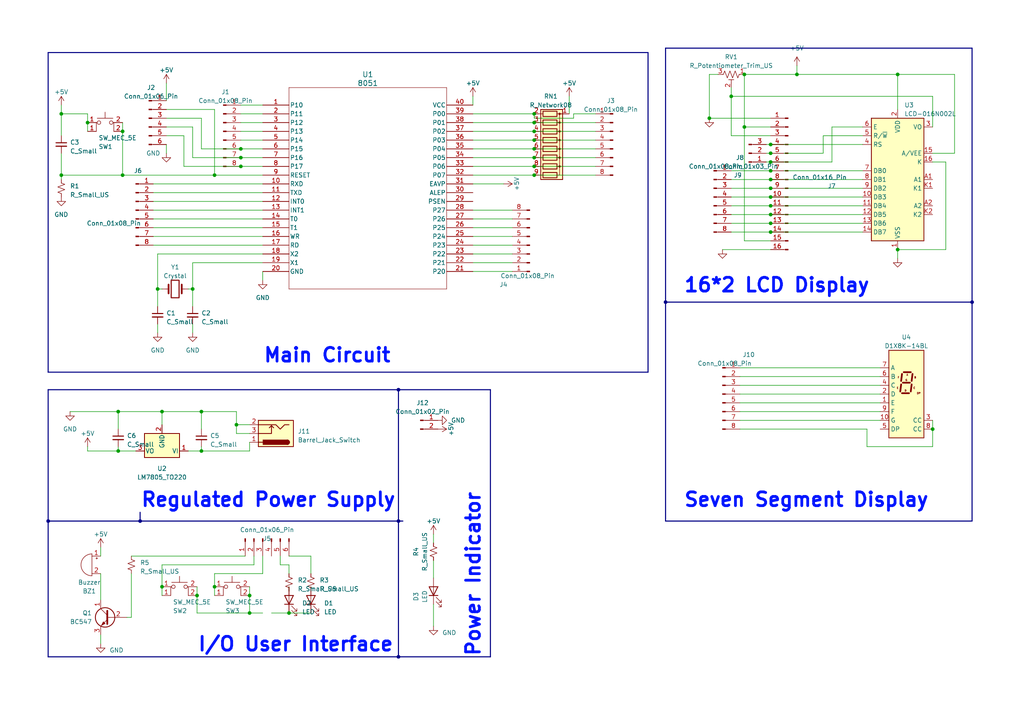
<source format=kicad_sch>
(kicad_sch (version 20230121) (generator eeschema)

  (uuid ee155dd7-1234-4c7c-b111-4eb088327b65)

  (paper "A4")

  (lib_symbols
    (symbol "2023-10-29_05-54-56:8051" (pin_names (offset 0.254)) (in_bom yes) (on_board yes)
      (property "Reference" "U" (at 30.48 10.16 0)
        (effects (font (size 1.524 1.524)))
      )
      (property "Value" "8051" (at 30.48 7.62 0)
        (effects (font (size 1.524 1.524)))
      )
      (property "Footprint" "DIP40_300" (at 0 0 0)
        (effects (font (size 1.27 1.27) italic) hide)
      )
      (property "Datasheet" "8051" (at 0 0 0)
        (effects (font (size 1.27 1.27) italic) hide)
      )
      (property "ki_locked" "" (at 0 0 0)
        (effects (font (size 1.27 1.27)))
      )
      (property "ki_keywords" "8051" (at 0 0 0)
        (effects (font (size 1.27 1.27)) hide)
      )
      (property "ki_fp_filters" "DIP40_300" (at 0 0 0)
        (effects (font (size 1.27 1.27)) hide)
      )
      (symbol "8051_0_1"
        (polyline
          (pts
            (xy 7.62 -53.34)
            (xy 53.34 -53.34)
          )
          (stroke (width 0.127) (type default))
          (fill (type none))
        )
        (polyline
          (pts
            (xy 7.62 5.08)
            (xy 7.62 -53.34)
          )
          (stroke (width 0.127) (type default))
          (fill (type none))
        )
        (polyline
          (pts
            (xy 53.34 -53.34)
            (xy 53.34 5.08)
          )
          (stroke (width 0.127) (type default))
          (fill (type none))
        )
        (polyline
          (pts
            (xy 53.34 5.08)
            (xy 7.62 5.08)
          )
          (stroke (width 0.127) (type default))
          (fill (type none))
        )
        (pin bidirectional line (at 0 0 0) (length 7.62)
          (name "P10" (effects (font (size 1.27 1.27))))
          (number "1" (effects (font (size 1.27 1.27))))
        )
        (pin bidirectional line (at 0 -22.86 0) (length 7.62)
          (name "RXD" (effects (font (size 1.27 1.27))))
          (number "10" (effects (font (size 1.27 1.27))))
        )
        (pin bidirectional line (at 0 -25.4 0) (length 7.62)
          (name "TXD" (effects (font (size 1.27 1.27))))
          (number "11" (effects (font (size 1.27 1.27))))
        )
        (pin bidirectional line (at 0 -27.94 0) (length 7.62)
          (name "INT0" (effects (font (size 1.27 1.27))))
          (number "12" (effects (font (size 1.27 1.27))))
        )
        (pin bidirectional line (at 0 -30.48 0) (length 7.62)
          (name "INT1" (effects (font (size 1.27 1.27))))
          (number "13" (effects (font (size 1.27 1.27))))
        )
        (pin bidirectional line (at 0 -33.02 0) (length 7.62)
          (name "T0" (effects (font (size 1.27 1.27))))
          (number "14" (effects (font (size 1.27 1.27))))
        )
        (pin bidirectional line (at 0 -35.56 0) (length 7.62)
          (name "T1" (effects (font (size 1.27 1.27))))
          (number "15" (effects (font (size 1.27 1.27))))
        )
        (pin bidirectional line (at 0 -38.1 0) (length 7.62)
          (name "WR" (effects (font (size 1.27 1.27))))
          (number "16" (effects (font (size 1.27 1.27))))
        )
        (pin bidirectional line (at 0 -40.64 0) (length 7.62)
          (name "RD" (effects (font (size 1.27 1.27))))
          (number "17" (effects (font (size 1.27 1.27))))
        )
        (pin input line (at 0 -43.18 0) (length 7.62)
          (name "X2" (effects (font (size 1.27 1.27))))
          (number "18" (effects (font (size 1.27 1.27))))
        )
        (pin input line (at 0 -45.72 0) (length 7.62)
          (name "X1" (effects (font (size 1.27 1.27))))
          (number "19" (effects (font (size 1.27 1.27))))
        )
        (pin bidirectional line (at 0 -2.54 0) (length 7.62)
          (name "P11" (effects (font (size 1.27 1.27))))
          (number "2" (effects (font (size 1.27 1.27))))
        )
        (pin power_in line (at 0 -48.26 0) (length 7.62)
          (name "GND" (effects (font (size 1.27 1.27))))
          (number "20" (effects (font (size 1.27 1.27))))
        )
        (pin bidirectional line (at 60.96 -48.26 180) (length 7.62)
          (name "P20" (effects (font (size 1.27 1.27))))
          (number "21" (effects (font (size 1.27 1.27))))
        )
        (pin bidirectional line (at 60.96 -45.72 180) (length 7.62)
          (name "P21" (effects (font (size 1.27 1.27))))
          (number "22" (effects (font (size 1.27 1.27))))
        )
        (pin bidirectional line (at 60.96 -43.18 180) (length 7.62)
          (name "P22" (effects (font (size 1.27 1.27))))
          (number "23" (effects (font (size 1.27 1.27))))
        )
        (pin bidirectional line (at 60.96 -40.64 180) (length 7.62)
          (name "P23" (effects (font (size 1.27 1.27))))
          (number "24" (effects (font (size 1.27 1.27))))
        )
        (pin bidirectional line (at 60.96 -38.1 180) (length 7.62)
          (name "P24" (effects (font (size 1.27 1.27))))
          (number "25" (effects (font (size 1.27 1.27))))
        )
        (pin bidirectional line (at 60.96 -35.56 180) (length 7.62)
          (name "P25" (effects (font (size 1.27 1.27))))
          (number "26" (effects (font (size 1.27 1.27))))
        )
        (pin bidirectional line (at 60.96 -33.02 180) (length 7.62)
          (name "P26" (effects (font (size 1.27 1.27))))
          (number "27" (effects (font (size 1.27 1.27))))
        )
        (pin bidirectional line (at 60.96 -30.48 180) (length 7.62)
          (name "P27" (effects (font (size 1.27 1.27))))
          (number "28" (effects (font (size 1.27 1.27))))
        )
        (pin output line (at 60.96 -27.94 180) (length 7.62)
          (name "PSEN" (effects (font (size 1.27 1.27))))
          (number "29" (effects (font (size 1.27 1.27))))
        )
        (pin bidirectional line (at 0 -5.08 0) (length 7.62)
          (name "P12" (effects (font (size 1.27 1.27))))
          (number "3" (effects (font (size 1.27 1.27))))
        )
        (pin output line (at 60.96 -25.4 180) (length 7.62)
          (name "ALEP" (effects (font (size 1.27 1.27))))
          (number "30" (effects (font (size 1.27 1.27))))
        )
        (pin input line (at 60.96 -22.86 180) (length 7.62)
          (name "EAVP" (effects (font (size 1.27 1.27))))
          (number "31" (effects (font (size 1.27 1.27))))
        )
        (pin bidirectional line (at 60.96 -20.32 180) (length 7.62)
          (name "P07" (effects (font (size 1.27 1.27))))
          (number "32" (effects (font (size 1.27 1.27))))
        )
        (pin bidirectional line (at 60.96 -17.78 180) (length 7.62)
          (name "P06" (effects (font (size 1.27 1.27))))
          (number "33" (effects (font (size 1.27 1.27))))
        )
        (pin bidirectional line (at 60.96 -15.24 180) (length 7.62)
          (name "P05" (effects (font (size 1.27 1.27))))
          (number "34" (effects (font (size 1.27 1.27))))
        )
        (pin bidirectional line (at 60.96 -12.7 180) (length 7.62)
          (name "P04" (effects (font (size 1.27 1.27))))
          (number "35" (effects (font (size 1.27 1.27))))
        )
        (pin bidirectional line (at 60.96 -10.16 180) (length 7.62)
          (name "P03" (effects (font (size 1.27 1.27))))
          (number "36" (effects (font (size 1.27 1.27))))
        )
        (pin bidirectional line (at 60.96 -7.62 180) (length 7.62)
          (name "P02" (effects (font (size 1.27 1.27))))
          (number "37" (effects (font (size 1.27 1.27))))
        )
        (pin bidirectional line (at 60.96 -5.08 180) (length 7.62)
          (name "P01" (effects (font (size 1.27 1.27))))
          (number "38" (effects (font (size 1.27 1.27))))
        )
        (pin bidirectional line (at 60.96 -2.54 180) (length 7.62)
          (name "P00" (effects (font (size 1.27 1.27))))
          (number "39" (effects (font (size 1.27 1.27))))
        )
        (pin bidirectional line (at 0 -7.62 0) (length 7.62)
          (name "P13" (effects (font (size 1.27 1.27))))
          (number "4" (effects (font (size 1.27 1.27))))
        )
        (pin power_in line (at 60.96 0 180) (length 7.62)
          (name "VCC" (effects (font (size 1.27 1.27))))
          (number "40" (effects (font (size 1.27 1.27))))
        )
        (pin bidirectional line (at 0 -10.16 0) (length 7.62)
          (name "P14" (effects (font (size 1.27 1.27))))
          (number "5" (effects (font (size 1.27 1.27))))
        )
        (pin bidirectional line (at 0 -12.7 0) (length 7.62)
          (name "P15" (effects (font (size 1.27 1.27))))
          (number "6" (effects (font (size 1.27 1.27))))
        )
        (pin bidirectional line (at 0 -15.24 0) (length 7.62)
          (name "P16" (effects (font (size 1.27 1.27))))
          (number "7" (effects (font (size 1.27 1.27))))
        )
        (pin bidirectional line (at 0 -17.78 0) (length 7.62)
          (name "P17" (effects (font (size 1.27 1.27))))
          (number "8" (effects (font (size 1.27 1.27))))
        )
        (pin input line (at 0 -20.32 0) (length 7.62)
          (name "RESET" (effects (font (size 1.27 1.27))))
          (number "9" (effects (font (size 1.27 1.27))))
        )
      )
    )
    (symbol "Connector:Barrel_Jack_Switch" (pin_names hide) (in_bom yes) (on_board yes)
      (property "Reference" "J" (at 0 5.334 0)
        (effects (font (size 1.27 1.27)))
      )
      (property "Value" "Barrel_Jack_Switch" (at 0 -5.08 0)
        (effects (font (size 1.27 1.27)))
      )
      (property "Footprint" "" (at 1.27 -1.016 0)
        (effects (font (size 1.27 1.27)) hide)
      )
      (property "Datasheet" "~" (at 1.27 -1.016 0)
        (effects (font (size 1.27 1.27)) hide)
      )
      (property "ki_keywords" "DC power barrel jack connector" (at 0 0 0)
        (effects (font (size 1.27 1.27)) hide)
      )
      (property "ki_description" "DC Barrel Jack with an internal switch" (at 0 0 0)
        (effects (font (size 1.27 1.27)) hide)
      )
      (property "ki_fp_filters" "BarrelJack*" (at 0 0 0)
        (effects (font (size 1.27 1.27)) hide)
      )
      (symbol "Barrel_Jack_Switch_0_1"
        (rectangle (start -5.08 3.81) (end 5.08 -3.81)
          (stroke (width 0.254) (type default))
          (fill (type background))
        )
        (arc (start -3.302 3.175) (mid -3.9343 2.54) (end -3.302 1.905)
          (stroke (width 0.254) (type default))
          (fill (type none))
        )
        (arc (start -3.302 3.175) (mid -3.9343 2.54) (end -3.302 1.905)
          (stroke (width 0.254) (type default))
          (fill (type outline))
        )
        (polyline
          (pts
            (xy 1.27 -2.286)
            (xy 1.905 -1.651)
          )
          (stroke (width 0.254) (type default))
          (fill (type none))
        )
        (polyline
          (pts
            (xy 5.08 2.54)
            (xy 3.81 2.54)
          )
          (stroke (width 0.254) (type default))
          (fill (type none))
        )
        (polyline
          (pts
            (xy 5.08 0)
            (xy 1.27 0)
            (xy 1.27 -2.286)
            (xy 0.635 -1.651)
          )
          (stroke (width 0.254) (type default))
          (fill (type none))
        )
        (polyline
          (pts
            (xy -3.81 -2.54)
            (xy -2.54 -2.54)
            (xy -1.27 -1.27)
            (xy 0 -2.54)
            (xy 2.54 -2.54)
            (xy 5.08 -2.54)
          )
          (stroke (width 0.254) (type default))
          (fill (type none))
        )
        (rectangle (start 3.683 3.175) (end -3.302 1.905)
          (stroke (width 0.254) (type default))
          (fill (type outline))
        )
      )
      (symbol "Barrel_Jack_Switch_1_1"
        (pin passive line (at 7.62 2.54 180) (length 2.54)
          (name "~" (effects (font (size 1.27 1.27))))
          (number "1" (effects (font (size 1.27 1.27))))
        )
        (pin passive line (at 7.62 -2.54 180) (length 2.54)
          (name "~" (effects (font (size 1.27 1.27))))
          (number "2" (effects (font (size 1.27 1.27))))
        )
        (pin passive line (at 7.62 0 180) (length 2.54)
          (name "~" (effects (font (size 1.27 1.27))))
          (number "3" (effects (font (size 1.27 1.27))))
        )
      )
    )
    (symbol "Connector:Conn_01x02_Pin" (pin_names (offset 1.016) hide) (in_bom yes) (on_board yes)
      (property "Reference" "J" (at 0 2.54 0)
        (effects (font (size 1.27 1.27)))
      )
      (property "Value" "Conn_01x02_Pin" (at 0 -5.08 0)
        (effects (font (size 1.27 1.27)))
      )
      (property "Footprint" "" (at 0 0 0)
        (effects (font (size 1.27 1.27)) hide)
      )
      (property "Datasheet" "~" (at 0 0 0)
        (effects (font (size 1.27 1.27)) hide)
      )
      (property "ki_locked" "" (at 0 0 0)
        (effects (font (size 1.27 1.27)))
      )
      (property "ki_keywords" "connector" (at 0 0 0)
        (effects (font (size 1.27 1.27)) hide)
      )
      (property "ki_description" "Generic connector, single row, 01x02, script generated" (at 0 0 0)
        (effects (font (size 1.27 1.27)) hide)
      )
      (property "ki_fp_filters" "Connector*:*_1x??_*" (at 0 0 0)
        (effects (font (size 1.27 1.27)) hide)
      )
      (symbol "Conn_01x02_Pin_1_1"
        (polyline
          (pts
            (xy 1.27 -2.54)
            (xy 0.8636 -2.54)
          )
          (stroke (width 0.1524) (type default))
          (fill (type none))
        )
        (polyline
          (pts
            (xy 1.27 0)
            (xy 0.8636 0)
          )
          (stroke (width 0.1524) (type default))
          (fill (type none))
        )
        (rectangle (start 0.8636 -2.413) (end 0 -2.667)
          (stroke (width 0.1524) (type default))
          (fill (type outline))
        )
        (rectangle (start 0.8636 0.127) (end 0 -0.127)
          (stroke (width 0.1524) (type default))
          (fill (type outline))
        )
        (pin passive line (at 5.08 0 180) (length 3.81)
          (name "Pin_1" (effects (font (size 1.27 1.27))))
          (number "1" (effects (font (size 1.27 1.27))))
        )
        (pin passive line (at 5.08 -2.54 180) (length 3.81)
          (name "Pin_2" (effects (font (size 1.27 1.27))))
          (number "2" (effects (font (size 1.27 1.27))))
        )
      )
    )
    (symbol "Connector:Conn_01x03_Pin" (pin_names (offset 1.016) hide) (in_bom yes) (on_board yes)
      (property "Reference" "J" (at 0 5.08 0)
        (effects (font (size 1.27 1.27)))
      )
      (property "Value" "Conn_01x03_Pin" (at 0 -5.08 0)
        (effects (font (size 1.27 1.27)))
      )
      (property "Footprint" "" (at 0 0 0)
        (effects (font (size 1.27 1.27)) hide)
      )
      (property "Datasheet" "~" (at 0 0 0)
        (effects (font (size 1.27 1.27)) hide)
      )
      (property "ki_locked" "" (at 0 0 0)
        (effects (font (size 1.27 1.27)))
      )
      (property "ki_keywords" "connector" (at 0 0 0)
        (effects (font (size 1.27 1.27)) hide)
      )
      (property "ki_description" "Generic connector, single row, 01x03, script generated" (at 0 0 0)
        (effects (font (size 1.27 1.27)) hide)
      )
      (property "ki_fp_filters" "Connector*:*_1x??_*" (at 0 0 0)
        (effects (font (size 1.27 1.27)) hide)
      )
      (symbol "Conn_01x03_Pin_1_1"
        (polyline
          (pts
            (xy 1.27 -2.54)
            (xy 0.8636 -2.54)
          )
          (stroke (width 0.1524) (type default))
          (fill (type none))
        )
        (polyline
          (pts
            (xy 1.27 0)
            (xy 0.8636 0)
          )
          (stroke (width 0.1524) (type default))
          (fill (type none))
        )
        (polyline
          (pts
            (xy 1.27 2.54)
            (xy 0.8636 2.54)
          )
          (stroke (width 0.1524) (type default))
          (fill (type none))
        )
        (rectangle (start 0.8636 -2.413) (end 0 -2.667)
          (stroke (width 0.1524) (type default))
          (fill (type outline))
        )
        (rectangle (start 0.8636 0.127) (end 0 -0.127)
          (stroke (width 0.1524) (type default))
          (fill (type outline))
        )
        (rectangle (start 0.8636 2.667) (end 0 2.413)
          (stroke (width 0.1524) (type default))
          (fill (type outline))
        )
        (pin passive line (at 5.08 2.54 180) (length 3.81)
          (name "Pin_1" (effects (font (size 1.27 1.27))))
          (number "1" (effects (font (size 1.27 1.27))))
        )
        (pin passive line (at 5.08 0 180) (length 3.81)
          (name "Pin_2" (effects (font (size 1.27 1.27))))
          (number "2" (effects (font (size 1.27 1.27))))
        )
        (pin passive line (at 5.08 -2.54 180) (length 3.81)
          (name "Pin_3" (effects (font (size 1.27 1.27))))
          (number "3" (effects (font (size 1.27 1.27))))
        )
      )
    )
    (symbol "Connector:Conn_01x06_Pin" (pin_names (offset 1.016) hide) (in_bom yes) (on_board yes)
      (property "Reference" "J" (at 0 7.62 0)
        (effects (font (size 1.27 1.27)))
      )
      (property "Value" "Conn_01x06_Pin" (at 0 -10.16 0)
        (effects (font (size 1.27 1.27)))
      )
      (property "Footprint" "" (at 0 0 0)
        (effects (font (size 1.27 1.27)) hide)
      )
      (property "Datasheet" "~" (at 0 0 0)
        (effects (font (size 1.27 1.27)) hide)
      )
      (property "ki_locked" "" (at 0 0 0)
        (effects (font (size 1.27 1.27)))
      )
      (property "ki_keywords" "connector" (at 0 0 0)
        (effects (font (size 1.27 1.27)) hide)
      )
      (property "ki_description" "Generic connector, single row, 01x06, script generated" (at 0 0 0)
        (effects (font (size 1.27 1.27)) hide)
      )
      (property "ki_fp_filters" "Connector*:*_1x??_*" (at 0 0 0)
        (effects (font (size 1.27 1.27)) hide)
      )
      (symbol "Conn_01x06_Pin_1_1"
        (polyline
          (pts
            (xy 1.27 -7.62)
            (xy 0.8636 -7.62)
          )
          (stroke (width 0.1524) (type default))
          (fill (type none))
        )
        (polyline
          (pts
            (xy 1.27 -5.08)
            (xy 0.8636 -5.08)
          )
          (stroke (width 0.1524) (type default))
          (fill (type none))
        )
        (polyline
          (pts
            (xy 1.27 -2.54)
            (xy 0.8636 -2.54)
          )
          (stroke (width 0.1524) (type default))
          (fill (type none))
        )
        (polyline
          (pts
            (xy 1.27 0)
            (xy 0.8636 0)
          )
          (stroke (width 0.1524) (type default))
          (fill (type none))
        )
        (polyline
          (pts
            (xy 1.27 2.54)
            (xy 0.8636 2.54)
          )
          (stroke (width 0.1524) (type default))
          (fill (type none))
        )
        (polyline
          (pts
            (xy 1.27 5.08)
            (xy 0.8636 5.08)
          )
          (stroke (width 0.1524) (type default))
          (fill (type none))
        )
        (rectangle (start 0.8636 -7.493) (end 0 -7.747)
          (stroke (width 0.1524) (type default))
          (fill (type outline))
        )
        (rectangle (start 0.8636 -4.953) (end 0 -5.207)
          (stroke (width 0.1524) (type default))
          (fill (type outline))
        )
        (rectangle (start 0.8636 -2.413) (end 0 -2.667)
          (stroke (width 0.1524) (type default))
          (fill (type outline))
        )
        (rectangle (start 0.8636 0.127) (end 0 -0.127)
          (stroke (width 0.1524) (type default))
          (fill (type outline))
        )
        (rectangle (start 0.8636 2.667) (end 0 2.413)
          (stroke (width 0.1524) (type default))
          (fill (type outline))
        )
        (rectangle (start 0.8636 5.207) (end 0 4.953)
          (stroke (width 0.1524) (type default))
          (fill (type outline))
        )
        (pin passive line (at 5.08 5.08 180) (length 3.81)
          (name "Pin_1" (effects (font (size 1.27 1.27))))
          (number "1" (effects (font (size 1.27 1.27))))
        )
        (pin passive line (at 5.08 2.54 180) (length 3.81)
          (name "Pin_2" (effects (font (size 1.27 1.27))))
          (number "2" (effects (font (size 1.27 1.27))))
        )
        (pin passive line (at 5.08 0 180) (length 3.81)
          (name "Pin_3" (effects (font (size 1.27 1.27))))
          (number "3" (effects (font (size 1.27 1.27))))
        )
        (pin passive line (at 5.08 -2.54 180) (length 3.81)
          (name "Pin_4" (effects (font (size 1.27 1.27))))
          (number "4" (effects (font (size 1.27 1.27))))
        )
        (pin passive line (at 5.08 -5.08 180) (length 3.81)
          (name "Pin_5" (effects (font (size 1.27 1.27))))
          (number "5" (effects (font (size 1.27 1.27))))
        )
        (pin passive line (at 5.08 -7.62 180) (length 3.81)
          (name "Pin_6" (effects (font (size 1.27 1.27))))
          (number "6" (effects (font (size 1.27 1.27))))
        )
      )
    )
    (symbol "Connector:Conn_01x08_Pin" (pin_names (offset 1.016) hide) (in_bom yes) (on_board yes)
      (property "Reference" "J" (at 0 10.16 0)
        (effects (font (size 1.27 1.27)))
      )
      (property "Value" "Conn_01x08_Pin" (at 0 -12.7 0)
        (effects (font (size 1.27 1.27)))
      )
      (property "Footprint" "" (at 0 0 0)
        (effects (font (size 1.27 1.27)) hide)
      )
      (property "Datasheet" "~" (at 0 0 0)
        (effects (font (size 1.27 1.27)) hide)
      )
      (property "ki_locked" "" (at 0 0 0)
        (effects (font (size 1.27 1.27)))
      )
      (property "ki_keywords" "connector" (at 0 0 0)
        (effects (font (size 1.27 1.27)) hide)
      )
      (property "ki_description" "Generic connector, single row, 01x08, script generated" (at 0 0 0)
        (effects (font (size 1.27 1.27)) hide)
      )
      (property "ki_fp_filters" "Connector*:*_1x??_*" (at 0 0 0)
        (effects (font (size 1.27 1.27)) hide)
      )
      (symbol "Conn_01x08_Pin_1_1"
        (polyline
          (pts
            (xy 1.27 -10.16)
            (xy 0.8636 -10.16)
          )
          (stroke (width 0.1524) (type default))
          (fill (type none))
        )
        (polyline
          (pts
            (xy 1.27 -7.62)
            (xy 0.8636 -7.62)
          )
          (stroke (width 0.1524) (type default))
          (fill (type none))
        )
        (polyline
          (pts
            (xy 1.27 -5.08)
            (xy 0.8636 -5.08)
          )
          (stroke (width 0.1524) (type default))
          (fill (type none))
        )
        (polyline
          (pts
            (xy 1.27 -2.54)
            (xy 0.8636 -2.54)
          )
          (stroke (width 0.1524) (type default))
          (fill (type none))
        )
        (polyline
          (pts
            (xy 1.27 0)
            (xy 0.8636 0)
          )
          (stroke (width 0.1524) (type default))
          (fill (type none))
        )
        (polyline
          (pts
            (xy 1.27 2.54)
            (xy 0.8636 2.54)
          )
          (stroke (width 0.1524) (type default))
          (fill (type none))
        )
        (polyline
          (pts
            (xy 1.27 5.08)
            (xy 0.8636 5.08)
          )
          (stroke (width 0.1524) (type default))
          (fill (type none))
        )
        (polyline
          (pts
            (xy 1.27 7.62)
            (xy 0.8636 7.62)
          )
          (stroke (width 0.1524) (type default))
          (fill (type none))
        )
        (rectangle (start 0.8636 -10.033) (end 0 -10.287)
          (stroke (width 0.1524) (type default))
          (fill (type outline))
        )
        (rectangle (start 0.8636 -7.493) (end 0 -7.747)
          (stroke (width 0.1524) (type default))
          (fill (type outline))
        )
        (rectangle (start 0.8636 -4.953) (end 0 -5.207)
          (stroke (width 0.1524) (type default))
          (fill (type outline))
        )
        (rectangle (start 0.8636 -2.413) (end 0 -2.667)
          (stroke (width 0.1524) (type default))
          (fill (type outline))
        )
        (rectangle (start 0.8636 0.127) (end 0 -0.127)
          (stroke (width 0.1524) (type default))
          (fill (type outline))
        )
        (rectangle (start 0.8636 2.667) (end 0 2.413)
          (stroke (width 0.1524) (type default))
          (fill (type outline))
        )
        (rectangle (start 0.8636 5.207) (end 0 4.953)
          (stroke (width 0.1524) (type default))
          (fill (type outline))
        )
        (rectangle (start 0.8636 7.747) (end 0 7.493)
          (stroke (width 0.1524) (type default))
          (fill (type outline))
        )
        (pin passive line (at 5.08 7.62 180) (length 3.81)
          (name "Pin_1" (effects (font (size 1.27 1.27))))
          (number "1" (effects (font (size 1.27 1.27))))
        )
        (pin passive line (at 5.08 5.08 180) (length 3.81)
          (name "Pin_2" (effects (font (size 1.27 1.27))))
          (number "2" (effects (font (size 1.27 1.27))))
        )
        (pin passive line (at 5.08 2.54 180) (length 3.81)
          (name "Pin_3" (effects (font (size 1.27 1.27))))
          (number "3" (effects (font (size 1.27 1.27))))
        )
        (pin passive line (at 5.08 0 180) (length 3.81)
          (name "Pin_4" (effects (font (size 1.27 1.27))))
          (number "4" (effects (font (size 1.27 1.27))))
        )
        (pin passive line (at 5.08 -2.54 180) (length 3.81)
          (name "Pin_5" (effects (font (size 1.27 1.27))))
          (number "5" (effects (font (size 1.27 1.27))))
        )
        (pin passive line (at 5.08 -5.08 180) (length 3.81)
          (name "Pin_6" (effects (font (size 1.27 1.27))))
          (number "6" (effects (font (size 1.27 1.27))))
        )
        (pin passive line (at 5.08 -7.62 180) (length 3.81)
          (name "Pin_7" (effects (font (size 1.27 1.27))))
          (number "7" (effects (font (size 1.27 1.27))))
        )
        (pin passive line (at 5.08 -10.16 180) (length 3.81)
          (name "Pin_8" (effects (font (size 1.27 1.27))))
          (number "8" (effects (font (size 1.27 1.27))))
        )
      )
    )
    (symbol "Connector:Conn_01x16_Pin" (pin_names (offset 1.016) hide) (in_bom yes) (on_board yes)
      (property "Reference" "J" (at 0 20.32 0)
        (effects (font (size 1.27 1.27)))
      )
      (property "Value" "Conn_01x16_Pin" (at 0 -22.86 0)
        (effects (font (size 1.27 1.27)))
      )
      (property "Footprint" "" (at 0 0 0)
        (effects (font (size 1.27 1.27)) hide)
      )
      (property "Datasheet" "~" (at 0 0 0)
        (effects (font (size 1.27 1.27)) hide)
      )
      (property "ki_locked" "" (at 0 0 0)
        (effects (font (size 1.27 1.27)))
      )
      (property "ki_keywords" "connector" (at 0 0 0)
        (effects (font (size 1.27 1.27)) hide)
      )
      (property "ki_description" "Generic connector, single row, 01x16, script generated" (at 0 0 0)
        (effects (font (size 1.27 1.27)) hide)
      )
      (property "ki_fp_filters" "Connector*:*_1x??_*" (at 0 0 0)
        (effects (font (size 1.27 1.27)) hide)
      )
      (symbol "Conn_01x16_Pin_1_1"
        (polyline
          (pts
            (xy 1.27 -20.32)
            (xy 0.8636 -20.32)
          )
          (stroke (width 0.1524) (type default))
          (fill (type none))
        )
        (polyline
          (pts
            (xy 1.27 -17.78)
            (xy 0.8636 -17.78)
          )
          (stroke (width 0.1524) (type default))
          (fill (type none))
        )
        (polyline
          (pts
            (xy 1.27 -15.24)
            (xy 0.8636 -15.24)
          )
          (stroke (width 0.1524) (type default))
          (fill (type none))
        )
        (polyline
          (pts
            (xy 1.27 -12.7)
            (xy 0.8636 -12.7)
          )
          (stroke (width 0.1524) (type default))
          (fill (type none))
        )
        (polyline
          (pts
            (xy 1.27 -10.16)
            (xy 0.8636 -10.16)
          )
          (stroke (width 0.1524) (type default))
          (fill (type none))
        )
        (polyline
          (pts
            (xy 1.27 -7.62)
            (xy 0.8636 -7.62)
          )
          (stroke (width 0.1524) (type default))
          (fill (type none))
        )
        (polyline
          (pts
            (xy 1.27 -5.08)
            (xy 0.8636 -5.08)
          )
          (stroke (width 0.1524) (type default))
          (fill (type none))
        )
        (polyline
          (pts
            (xy 1.27 -2.54)
            (xy 0.8636 -2.54)
          )
          (stroke (width 0.1524) (type default))
          (fill (type none))
        )
        (polyline
          (pts
            (xy 1.27 0)
            (xy 0.8636 0)
          )
          (stroke (width 0.1524) (type default))
          (fill (type none))
        )
        (polyline
          (pts
            (xy 1.27 2.54)
            (xy 0.8636 2.54)
          )
          (stroke (width 0.1524) (type default))
          (fill (type none))
        )
        (polyline
          (pts
            (xy 1.27 5.08)
            (xy 0.8636 5.08)
          )
          (stroke (width 0.1524) (type default))
          (fill (type none))
        )
        (polyline
          (pts
            (xy 1.27 7.62)
            (xy 0.8636 7.62)
          )
          (stroke (width 0.1524) (type default))
          (fill (type none))
        )
        (polyline
          (pts
            (xy 1.27 10.16)
            (xy 0.8636 10.16)
          )
          (stroke (width 0.1524) (type default))
          (fill (type none))
        )
        (polyline
          (pts
            (xy 1.27 12.7)
            (xy 0.8636 12.7)
          )
          (stroke (width 0.1524) (type default))
          (fill (type none))
        )
        (polyline
          (pts
            (xy 1.27 15.24)
            (xy 0.8636 15.24)
          )
          (stroke (width 0.1524) (type default))
          (fill (type none))
        )
        (polyline
          (pts
            (xy 1.27 17.78)
            (xy 0.8636 17.78)
          )
          (stroke (width 0.1524) (type default))
          (fill (type none))
        )
        (rectangle (start 0.8636 -20.193) (end 0 -20.447)
          (stroke (width 0.1524) (type default))
          (fill (type outline))
        )
        (rectangle (start 0.8636 -17.653) (end 0 -17.907)
          (stroke (width 0.1524) (type default))
          (fill (type outline))
        )
        (rectangle (start 0.8636 -15.113) (end 0 -15.367)
          (stroke (width 0.1524) (type default))
          (fill (type outline))
        )
        (rectangle (start 0.8636 -12.573) (end 0 -12.827)
          (stroke (width 0.1524) (type default))
          (fill (type outline))
        )
        (rectangle (start 0.8636 -10.033) (end 0 -10.287)
          (stroke (width 0.1524) (type default))
          (fill (type outline))
        )
        (rectangle (start 0.8636 -7.493) (end 0 -7.747)
          (stroke (width 0.1524) (type default))
          (fill (type outline))
        )
        (rectangle (start 0.8636 -4.953) (end 0 -5.207)
          (stroke (width 0.1524) (type default))
          (fill (type outline))
        )
        (rectangle (start 0.8636 -2.413) (end 0 -2.667)
          (stroke (width 0.1524) (type default))
          (fill (type outline))
        )
        (rectangle (start 0.8636 0.127) (end 0 -0.127)
          (stroke (width 0.1524) (type default))
          (fill (type outline))
        )
        (rectangle (start 0.8636 2.667) (end 0 2.413)
          (stroke (width 0.1524) (type default))
          (fill (type outline))
        )
        (rectangle (start 0.8636 5.207) (end 0 4.953)
          (stroke (width 0.1524) (type default))
          (fill (type outline))
        )
        (rectangle (start 0.8636 7.747) (end 0 7.493)
          (stroke (width 0.1524) (type default))
          (fill (type outline))
        )
        (rectangle (start 0.8636 10.287) (end 0 10.033)
          (stroke (width 0.1524) (type default))
          (fill (type outline))
        )
        (rectangle (start 0.8636 12.827) (end 0 12.573)
          (stroke (width 0.1524) (type default))
          (fill (type outline))
        )
        (rectangle (start 0.8636 15.367) (end 0 15.113)
          (stroke (width 0.1524) (type default))
          (fill (type outline))
        )
        (rectangle (start 0.8636 17.907) (end 0 17.653)
          (stroke (width 0.1524) (type default))
          (fill (type outline))
        )
        (pin passive line (at 5.08 17.78 180) (length 3.81)
          (name "Pin_1" (effects (font (size 1.27 1.27))))
          (number "1" (effects (font (size 1.27 1.27))))
        )
        (pin passive line (at 5.08 -5.08 180) (length 3.81)
          (name "Pin_10" (effects (font (size 1.27 1.27))))
          (number "10" (effects (font (size 1.27 1.27))))
        )
        (pin passive line (at 5.08 -7.62 180) (length 3.81)
          (name "Pin_11" (effects (font (size 1.27 1.27))))
          (number "11" (effects (font (size 1.27 1.27))))
        )
        (pin passive line (at 5.08 -10.16 180) (length 3.81)
          (name "Pin_12" (effects (font (size 1.27 1.27))))
          (number "12" (effects (font (size 1.27 1.27))))
        )
        (pin passive line (at 5.08 -12.7 180) (length 3.81)
          (name "Pin_13" (effects (font (size 1.27 1.27))))
          (number "13" (effects (font (size 1.27 1.27))))
        )
        (pin passive line (at 5.08 -15.24 180) (length 3.81)
          (name "Pin_14" (effects (font (size 1.27 1.27))))
          (number "14" (effects (font (size 1.27 1.27))))
        )
        (pin passive line (at 5.08 -17.78 180) (length 3.81)
          (name "Pin_15" (effects (font (size 1.27 1.27))))
          (number "15" (effects (font (size 1.27 1.27))))
        )
        (pin passive line (at 5.08 -20.32 180) (length 3.81)
          (name "Pin_16" (effects (font (size 1.27 1.27))))
          (number "16" (effects (font (size 1.27 1.27))))
        )
        (pin passive line (at 5.08 15.24 180) (length 3.81)
          (name "Pin_2" (effects (font (size 1.27 1.27))))
          (number "2" (effects (font (size 1.27 1.27))))
        )
        (pin passive line (at 5.08 12.7 180) (length 3.81)
          (name "Pin_3" (effects (font (size 1.27 1.27))))
          (number "3" (effects (font (size 1.27 1.27))))
        )
        (pin passive line (at 5.08 10.16 180) (length 3.81)
          (name "Pin_4" (effects (font (size 1.27 1.27))))
          (number "4" (effects (font (size 1.27 1.27))))
        )
        (pin passive line (at 5.08 7.62 180) (length 3.81)
          (name "Pin_5" (effects (font (size 1.27 1.27))))
          (number "5" (effects (font (size 1.27 1.27))))
        )
        (pin passive line (at 5.08 5.08 180) (length 3.81)
          (name "Pin_6" (effects (font (size 1.27 1.27))))
          (number "6" (effects (font (size 1.27 1.27))))
        )
        (pin passive line (at 5.08 2.54 180) (length 3.81)
          (name "Pin_7" (effects (font (size 1.27 1.27))))
          (number "7" (effects (font (size 1.27 1.27))))
        )
        (pin passive line (at 5.08 0 180) (length 3.81)
          (name "Pin_8" (effects (font (size 1.27 1.27))))
          (number "8" (effects (font (size 1.27 1.27))))
        )
        (pin passive line (at 5.08 -2.54 180) (length 3.81)
          (name "Pin_9" (effects (font (size 1.27 1.27))))
          (number "9" (effects (font (size 1.27 1.27))))
        )
      )
    )
    (symbol "Device:Buzzer" (pin_names (offset 0.0254) hide) (in_bom yes) (on_board yes)
      (property "Reference" "BZ" (at 3.81 1.27 0)
        (effects (font (size 1.27 1.27)) (justify left))
      )
      (property "Value" "Buzzer" (at 3.81 -1.27 0)
        (effects (font (size 1.27 1.27)) (justify left))
      )
      (property "Footprint" "" (at -0.635 2.54 90)
        (effects (font (size 1.27 1.27)) hide)
      )
      (property "Datasheet" "~" (at -0.635 2.54 90)
        (effects (font (size 1.27 1.27)) hide)
      )
      (property "ki_keywords" "quartz resonator ceramic" (at 0 0 0)
        (effects (font (size 1.27 1.27)) hide)
      )
      (property "ki_description" "Buzzer, polarized" (at 0 0 0)
        (effects (font (size 1.27 1.27)) hide)
      )
      (property "ki_fp_filters" "*Buzzer*" (at 0 0 0)
        (effects (font (size 1.27 1.27)) hide)
      )
      (symbol "Buzzer_0_1"
        (arc (start 0 -3.175) (mid 3.1612 0) (end 0 3.175)
          (stroke (width 0) (type default))
          (fill (type none))
        )
        (polyline
          (pts
            (xy -1.651 1.905)
            (xy -1.143 1.905)
          )
          (stroke (width 0) (type default))
          (fill (type none))
        )
        (polyline
          (pts
            (xy -1.397 2.159)
            (xy -1.397 1.651)
          )
          (stroke (width 0) (type default))
          (fill (type none))
        )
        (polyline
          (pts
            (xy 0 3.175)
            (xy 0 -3.175)
          )
          (stroke (width 0) (type default))
          (fill (type none))
        )
      )
      (symbol "Buzzer_1_1"
        (pin passive line (at -2.54 2.54 0) (length 2.54)
          (name "-" (effects (font (size 1.27 1.27))))
          (number "1" (effects (font (size 1.27 1.27))))
        )
        (pin passive line (at -2.54 -2.54 0) (length 2.54)
          (name "+" (effects (font (size 1.27 1.27))))
          (number "2" (effects (font (size 1.27 1.27))))
        )
      )
    )
    (symbol "Device:C_Small" (pin_numbers hide) (pin_names (offset 0.254) hide) (in_bom yes) (on_board yes)
      (property "Reference" "C" (at 0.254 1.778 0)
        (effects (font (size 1.27 1.27)) (justify left))
      )
      (property "Value" "C_Small" (at 0.254 -2.032 0)
        (effects (font (size 1.27 1.27)) (justify left))
      )
      (property "Footprint" "" (at 0 0 0)
        (effects (font (size 1.27 1.27)) hide)
      )
      (property "Datasheet" "~" (at 0 0 0)
        (effects (font (size 1.27 1.27)) hide)
      )
      (property "ki_keywords" "capacitor cap" (at 0 0 0)
        (effects (font (size 1.27 1.27)) hide)
      )
      (property "ki_description" "Unpolarized capacitor, small symbol" (at 0 0 0)
        (effects (font (size 1.27 1.27)) hide)
      )
      (property "ki_fp_filters" "C_*" (at 0 0 0)
        (effects (font (size 1.27 1.27)) hide)
      )
      (symbol "C_Small_0_1"
        (polyline
          (pts
            (xy -1.524 -0.508)
            (xy 1.524 -0.508)
          )
          (stroke (width 0.3302) (type default))
          (fill (type none))
        )
        (polyline
          (pts
            (xy -1.524 0.508)
            (xy 1.524 0.508)
          )
          (stroke (width 0.3048) (type default))
          (fill (type none))
        )
      )
      (symbol "C_Small_1_1"
        (pin passive line (at 0 2.54 270) (length 2.032)
          (name "~" (effects (font (size 1.27 1.27))))
          (number "1" (effects (font (size 1.27 1.27))))
        )
        (pin passive line (at 0 -2.54 90) (length 2.032)
          (name "~" (effects (font (size 1.27 1.27))))
          (number "2" (effects (font (size 1.27 1.27))))
        )
      )
    )
    (symbol "Device:Crystal" (pin_numbers hide) (pin_names (offset 1.016) hide) (in_bom yes) (on_board yes)
      (property "Reference" "Y" (at 0 3.81 0)
        (effects (font (size 1.27 1.27)))
      )
      (property "Value" "Crystal" (at 0 -3.81 0)
        (effects (font (size 1.27 1.27)))
      )
      (property "Footprint" "" (at 0 0 0)
        (effects (font (size 1.27 1.27)) hide)
      )
      (property "Datasheet" "~" (at 0 0 0)
        (effects (font (size 1.27 1.27)) hide)
      )
      (property "ki_keywords" "quartz ceramic resonator oscillator" (at 0 0 0)
        (effects (font (size 1.27 1.27)) hide)
      )
      (property "ki_description" "Two pin crystal" (at 0 0 0)
        (effects (font (size 1.27 1.27)) hide)
      )
      (property "ki_fp_filters" "Crystal*" (at 0 0 0)
        (effects (font (size 1.27 1.27)) hide)
      )
      (symbol "Crystal_0_1"
        (rectangle (start -1.143 2.54) (end 1.143 -2.54)
          (stroke (width 0.3048) (type default))
          (fill (type none))
        )
        (polyline
          (pts
            (xy -2.54 0)
            (xy -1.905 0)
          )
          (stroke (width 0) (type default))
          (fill (type none))
        )
        (polyline
          (pts
            (xy -1.905 -1.27)
            (xy -1.905 1.27)
          )
          (stroke (width 0.508) (type default))
          (fill (type none))
        )
        (polyline
          (pts
            (xy 1.905 -1.27)
            (xy 1.905 1.27)
          )
          (stroke (width 0.508) (type default))
          (fill (type none))
        )
        (polyline
          (pts
            (xy 2.54 0)
            (xy 1.905 0)
          )
          (stroke (width 0) (type default))
          (fill (type none))
        )
      )
      (symbol "Crystal_1_1"
        (pin passive line (at -3.81 0 0) (length 1.27)
          (name "1" (effects (font (size 1.27 1.27))))
          (number "1" (effects (font (size 1.27 1.27))))
        )
        (pin passive line (at 3.81 0 180) (length 1.27)
          (name "2" (effects (font (size 1.27 1.27))))
          (number "2" (effects (font (size 1.27 1.27))))
        )
      )
    )
    (symbol "Device:LED" (pin_numbers hide) (pin_names (offset 1.016) hide) (in_bom yes) (on_board yes)
      (property "Reference" "D" (at 0 2.54 0)
        (effects (font (size 1.27 1.27)))
      )
      (property "Value" "LED" (at 0 -2.54 0)
        (effects (font (size 1.27 1.27)))
      )
      (property "Footprint" "" (at 0 0 0)
        (effects (font (size 1.27 1.27)) hide)
      )
      (property "Datasheet" "~" (at 0 0 0)
        (effects (font (size 1.27 1.27)) hide)
      )
      (property "ki_keywords" "LED diode" (at 0 0 0)
        (effects (font (size 1.27 1.27)) hide)
      )
      (property "ki_description" "Light emitting diode" (at 0 0 0)
        (effects (font (size 1.27 1.27)) hide)
      )
      (property "ki_fp_filters" "LED* LED_SMD:* LED_THT:*" (at 0 0 0)
        (effects (font (size 1.27 1.27)) hide)
      )
      (symbol "LED_0_1"
        (polyline
          (pts
            (xy -1.27 -1.27)
            (xy -1.27 1.27)
          )
          (stroke (width 0.254) (type default))
          (fill (type none))
        )
        (polyline
          (pts
            (xy -1.27 0)
            (xy 1.27 0)
          )
          (stroke (width 0) (type default))
          (fill (type none))
        )
        (polyline
          (pts
            (xy 1.27 -1.27)
            (xy 1.27 1.27)
            (xy -1.27 0)
            (xy 1.27 -1.27)
          )
          (stroke (width 0.254) (type default))
          (fill (type none))
        )
        (polyline
          (pts
            (xy -3.048 -0.762)
            (xy -4.572 -2.286)
            (xy -3.81 -2.286)
            (xy -4.572 -2.286)
            (xy -4.572 -1.524)
          )
          (stroke (width 0) (type default))
          (fill (type none))
        )
        (polyline
          (pts
            (xy -1.778 -0.762)
            (xy -3.302 -2.286)
            (xy -2.54 -2.286)
            (xy -3.302 -2.286)
            (xy -3.302 -1.524)
          )
          (stroke (width 0) (type default))
          (fill (type none))
        )
      )
      (symbol "LED_1_1"
        (pin passive line (at -3.81 0 0) (length 2.54)
          (name "K" (effects (font (size 1.27 1.27))))
          (number "1" (effects (font (size 1.27 1.27))))
        )
        (pin passive line (at 3.81 0 180) (length 2.54)
          (name "A" (effects (font (size 1.27 1.27))))
          (number "2" (effects (font (size 1.27 1.27))))
        )
      )
    )
    (symbol "Device:R_Network08" (pin_names (offset 0) hide) (in_bom yes) (on_board yes)
      (property "Reference" "RN" (at -12.7 0 90)
        (effects (font (size 1.27 1.27)))
      )
      (property "Value" "R_Network08" (at 10.16 0 90)
        (effects (font (size 1.27 1.27)))
      )
      (property "Footprint" "Resistor_THT:R_Array_SIP9" (at 12.065 0 90)
        (effects (font (size 1.27 1.27)) hide)
      )
      (property "Datasheet" "http://www.vishay.com/docs/31509/csc.pdf" (at 0 0 0)
        (effects (font (size 1.27 1.27)) hide)
      )
      (property "ki_keywords" "R network star-topology" (at 0 0 0)
        (effects (font (size 1.27 1.27)) hide)
      )
      (property "ki_description" "8 resistor network, star topology, bussed resistors, small symbol" (at 0 0 0)
        (effects (font (size 1.27 1.27)) hide)
      )
      (property "ki_fp_filters" "R?Array?SIP*" (at 0 0 0)
        (effects (font (size 1.27 1.27)) hide)
      )
      (symbol "R_Network08_0_1"
        (rectangle (start -11.43 -3.175) (end 8.89 3.175)
          (stroke (width 0.254) (type default))
          (fill (type background))
        )
        (rectangle (start -10.922 1.524) (end -9.398 -2.54)
          (stroke (width 0.254) (type default))
          (fill (type none))
        )
        (circle (center -10.16 2.286) (radius 0.254)
          (stroke (width 0) (type default))
          (fill (type outline))
        )
        (rectangle (start -8.382 1.524) (end -6.858 -2.54)
          (stroke (width 0.254) (type default))
          (fill (type none))
        )
        (circle (center -7.62 2.286) (radius 0.254)
          (stroke (width 0) (type default))
          (fill (type outline))
        )
        (rectangle (start -5.842 1.524) (end -4.318 -2.54)
          (stroke (width 0.254) (type default))
          (fill (type none))
        )
        (circle (center -5.08 2.286) (radius 0.254)
          (stroke (width 0) (type default))
          (fill (type outline))
        )
        (rectangle (start -3.302 1.524) (end -1.778 -2.54)
          (stroke (width 0.254) (type default))
          (fill (type none))
        )
        (circle (center -2.54 2.286) (radius 0.254)
          (stroke (width 0) (type default))
          (fill (type outline))
        )
        (rectangle (start -0.762 1.524) (end 0.762 -2.54)
          (stroke (width 0.254) (type default))
          (fill (type none))
        )
        (polyline
          (pts
            (xy -10.16 -2.54)
            (xy -10.16 -3.81)
          )
          (stroke (width 0) (type default))
          (fill (type none))
        )
        (polyline
          (pts
            (xy -7.62 -2.54)
            (xy -7.62 -3.81)
          )
          (stroke (width 0) (type default))
          (fill (type none))
        )
        (polyline
          (pts
            (xy -5.08 -2.54)
            (xy -5.08 -3.81)
          )
          (stroke (width 0) (type default))
          (fill (type none))
        )
        (polyline
          (pts
            (xy -2.54 -2.54)
            (xy -2.54 -3.81)
          )
          (stroke (width 0) (type default))
          (fill (type none))
        )
        (polyline
          (pts
            (xy 0 -2.54)
            (xy 0 -3.81)
          )
          (stroke (width 0) (type default))
          (fill (type none))
        )
        (polyline
          (pts
            (xy 2.54 -2.54)
            (xy 2.54 -3.81)
          )
          (stroke (width 0) (type default))
          (fill (type none))
        )
        (polyline
          (pts
            (xy 5.08 -2.54)
            (xy 5.08 -3.81)
          )
          (stroke (width 0) (type default))
          (fill (type none))
        )
        (polyline
          (pts
            (xy 7.62 -2.54)
            (xy 7.62 -3.81)
          )
          (stroke (width 0) (type default))
          (fill (type none))
        )
        (polyline
          (pts
            (xy -10.16 1.524)
            (xy -10.16 2.286)
            (xy -7.62 2.286)
            (xy -7.62 1.524)
          )
          (stroke (width 0) (type default))
          (fill (type none))
        )
        (polyline
          (pts
            (xy -7.62 1.524)
            (xy -7.62 2.286)
            (xy -5.08 2.286)
            (xy -5.08 1.524)
          )
          (stroke (width 0) (type default))
          (fill (type none))
        )
        (polyline
          (pts
            (xy -5.08 1.524)
            (xy -5.08 2.286)
            (xy -2.54 2.286)
            (xy -2.54 1.524)
          )
          (stroke (width 0) (type default))
          (fill (type none))
        )
        (polyline
          (pts
            (xy -2.54 1.524)
            (xy -2.54 2.286)
            (xy 0 2.286)
            (xy 0 1.524)
          )
          (stroke (width 0) (type default))
          (fill (type none))
        )
        (polyline
          (pts
            (xy 0 1.524)
            (xy 0 2.286)
            (xy 2.54 2.286)
            (xy 2.54 1.524)
          )
          (stroke (width 0) (type default))
          (fill (type none))
        )
        (polyline
          (pts
            (xy 2.54 1.524)
            (xy 2.54 2.286)
            (xy 5.08 2.286)
            (xy 5.08 1.524)
          )
          (stroke (width 0) (type default))
          (fill (type none))
        )
        (polyline
          (pts
            (xy 5.08 1.524)
            (xy 5.08 2.286)
            (xy 7.62 2.286)
            (xy 7.62 1.524)
          )
          (stroke (width 0) (type default))
          (fill (type none))
        )
        (circle (center 0 2.286) (radius 0.254)
          (stroke (width 0) (type default))
          (fill (type outline))
        )
        (rectangle (start 1.778 1.524) (end 3.302 -2.54)
          (stroke (width 0.254) (type default))
          (fill (type none))
        )
        (circle (center 2.54 2.286) (radius 0.254)
          (stroke (width 0) (type default))
          (fill (type outline))
        )
        (rectangle (start 4.318 1.524) (end 5.842 -2.54)
          (stroke (width 0.254) (type default))
          (fill (type none))
        )
        (circle (center 5.08 2.286) (radius 0.254)
          (stroke (width 0) (type default))
          (fill (type outline))
        )
        (rectangle (start 6.858 1.524) (end 8.382 -2.54)
          (stroke (width 0.254) (type default))
          (fill (type none))
        )
      )
      (symbol "R_Network08_1_1"
        (pin passive line (at -10.16 5.08 270) (length 2.54)
          (name "common" (effects (font (size 1.27 1.27))))
          (number "1" (effects (font (size 1.27 1.27))))
        )
        (pin passive line (at -10.16 -5.08 90) (length 1.27)
          (name "R1" (effects (font (size 1.27 1.27))))
          (number "2" (effects (font (size 1.27 1.27))))
        )
        (pin passive line (at -7.62 -5.08 90) (length 1.27)
          (name "R2" (effects (font (size 1.27 1.27))))
          (number "3" (effects (font (size 1.27 1.27))))
        )
        (pin passive line (at -5.08 -5.08 90) (length 1.27)
          (name "R3" (effects (font (size 1.27 1.27))))
          (number "4" (effects (font (size 1.27 1.27))))
        )
        (pin passive line (at -2.54 -5.08 90) (length 1.27)
          (name "R4" (effects (font (size 1.27 1.27))))
          (number "5" (effects (font (size 1.27 1.27))))
        )
        (pin passive line (at 0 -5.08 90) (length 1.27)
          (name "R5" (effects (font (size 1.27 1.27))))
          (number "6" (effects (font (size 1.27 1.27))))
        )
        (pin passive line (at 2.54 -5.08 90) (length 1.27)
          (name "R6" (effects (font (size 1.27 1.27))))
          (number "7" (effects (font (size 1.27 1.27))))
        )
        (pin passive line (at 5.08 -5.08 90) (length 1.27)
          (name "R7" (effects (font (size 1.27 1.27))))
          (number "8" (effects (font (size 1.27 1.27))))
        )
        (pin passive line (at 7.62 -5.08 90) (length 1.27)
          (name "R8" (effects (font (size 1.27 1.27))))
          (number "9" (effects (font (size 1.27 1.27))))
        )
      )
    )
    (symbol "Device:R_Potentiometer_Trim_US" (pin_names (offset 1.016) hide) (in_bom yes) (on_board yes)
      (property "Reference" "RV" (at -4.445 0 90)
        (effects (font (size 1.27 1.27)))
      )
      (property "Value" "R_Potentiometer_Trim_US" (at -2.54 0 90)
        (effects (font (size 1.27 1.27)))
      )
      (property "Footprint" "" (at 0 0 0)
        (effects (font (size 1.27 1.27)) hide)
      )
      (property "Datasheet" "~" (at 0 0 0)
        (effects (font (size 1.27 1.27)) hide)
      )
      (property "ki_keywords" "resistor variable trimpot trimmer" (at 0 0 0)
        (effects (font (size 1.27 1.27)) hide)
      )
      (property "ki_description" "Trim-potentiometer, US symbol" (at 0 0 0)
        (effects (font (size 1.27 1.27)) hide)
      )
      (property "ki_fp_filters" "Potentiometer*" (at 0 0 0)
        (effects (font (size 1.27 1.27)) hide)
      )
      (symbol "R_Potentiometer_Trim_US_0_1"
        (polyline
          (pts
            (xy 0 -2.286)
            (xy 0 -2.54)
          )
          (stroke (width 0) (type default))
          (fill (type none))
        )
        (polyline
          (pts
            (xy 0 2.286)
            (xy 0 2.54)
          )
          (stroke (width 0) (type default))
          (fill (type none))
        )
        (polyline
          (pts
            (xy 1.524 0.762)
            (xy 1.524 -0.762)
          )
          (stroke (width 0) (type default))
          (fill (type none))
        )
        (polyline
          (pts
            (xy 2.54 0)
            (xy 1.524 0)
          )
          (stroke (width 0) (type default))
          (fill (type none))
        )
        (polyline
          (pts
            (xy 0 -0.762)
            (xy 1.016 -1.143)
            (xy 0 -1.524)
            (xy -1.016 -1.905)
            (xy 0 -2.286)
          )
          (stroke (width 0) (type default))
          (fill (type none))
        )
        (polyline
          (pts
            (xy 0 0.762)
            (xy 1.016 0.381)
            (xy 0 0)
            (xy -1.016 -0.381)
            (xy 0 -0.762)
          )
          (stroke (width 0) (type default))
          (fill (type none))
        )
        (polyline
          (pts
            (xy 0 2.286)
            (xy 1.016 1.905)
            (xy 0 1.524)
            (xy -1.016 1.143)
            (xy 0 0.762)
          )
          (stroke (width 0) (type default))
          (fill (type none))
        )
      )
      (symbol "R_Potentiometer_Trim_US_1_1"
        (pin passive line (at 0 3.81 270) (length 1.27)
          (name "1" (effects (font (size 1.27 1.27))))
          (number "1" (effects (font (size 1.27 1.27))))
        )
        (pin passive line (at 3.81 0 180) (length 1.27)
          (name "2" (effects (font (size 1.27 1.27))))
          (number "2" (effects (font (size 1.27 1.27))))
        )
        (pin passive line (at 0 -3.81 90) (length 1.27)
          (name "3" (effects (font (size 1.27 1.27))))
          (number "3" (effects (font (size 1.27 1.27))))
        )
      )
    )
    (symbol "Device:R_Small_US" (pin_numbers hide) (pin_names (offset 0.254) hide) (in_bom yes) (on_board yes)
      (property "Reference" "R" (at 0.762 0.508 0)
        (effects (font (size 1.27 1.27)) (justify left))
      )
      (property "Value" "R_Small_US" (at 0.762 -1.016 0)
        (effects (font (size 1.27 1.27)) (justify left))
      )
      (property "Footprint" "" (at 0 0 0)
        (effects (font (size 1.27 1.27)) hide)
      )
      (property "Datasheet" "~" (at 0 0 0)
        (effects (font (size 1.27 1.27)) hide)
      )
      (property "ki_keywords" "r resistor" (at 0 0 0)
        (effects (font (size 1.27 1.27)) hide)
      )
      (property "ki_description" "Resistor, small US symbol" (at 0 0 0)
        (effects (font (size 1.27 1.27)) hide)
      )
      (property "ki_fp_filters" "R_*" (at 0 0 0)
        (effects (font (size 1.27 1.27)) hide)
      )
      (symbol "R_Small_US_1_1"
        (polyline
          (pts
            (xy 0 0)
            (xy 1.016 -0.381)
            (xy 0 -0.762)
            (xy -1.016 -1.143)
            (xy 0 -1.524)
          )
          (stroke (width 0) (type default))
          (fill (type none))
        )
        (polyline
          (pts
            (xy 0 1.524)
            (xy 1.016 1.143)
            (xy 0 0.762)
            (xy -1.016 0.381)
            (xy 0 0)
          )
          (stroke (width 0) (type default))
          (fill (type none))
        )
        (pin passive line (at 0 2.54 270) (length 1.016)
          (name "~" (effects (font (size 1.27 1.27))))
          (number "1" (effects (font (size 1.27 1.27))))
        )
        (pin passive line (at 0 -2.54 90) (length 1.016)
          (name "~" (effects (font (size 1.27 1.27))))
          (number "2" (effects (font (size 1.27 1.27))))
        )
      )
    )
    (symbol "Display_Character:D1X8K-14BL" (in_bom yes) (on_board yes)
      (property "Reference" "U" (at -2.54 13.97 0)
        (effects (font (size 1.27 1.27)) (justify right))
      )
      (property "Value" "D1X8K-14BL" (at 1.27 13.97 0)
        (effects (font (size 1.27 1.27)) (justify left))
      )
      (property "Footprint" "Display_7Segment:D1X8K" (at 0 -15.24 0)
        (effects (font (size 1.27 1.27)) hide)
      )
      (property "Datasheet" "https://ia800903.us.archive.org/24/items/CTKD1x8K/Cromatek%20D168K.pdf" (at -12.7 12.065 0)
        (effects (font (size 1.27 1.27)) (justify left) hide)
      )
      (property "ki_keywords" "display LED 7-segment" (at 0 0 0)
        (effects (font (size 1.27 1.27)) hide)
      )
      (property "ki_description" "One digit 7 segment ultra bright blue LED, low current, common cathode" (at 0 0 0)
        (effects (font (size 1.27 1.27)) hide)
      )
      (property "ki_fp_filters" "D1X8K*" (at 0 0 0)
        (effects (font (size 1.27 1.27)) hide)
      )
      (symbol "D1X8K-14BL_0_0"
        (text "A" (at 0.254 5.588 0)
          (effects (font (size 0.508 0.508)))
        )
        (text "B" (at 2.54 4.826 0)
          (effects (font (size 0.508 0.508)))
        )
        (text "C" (at 2.286 1.778 0)
          (effects (font (size 0.508 0.508)))
        )
        (text "D" (at -0.254 1.016 0)
          (effects (font (size 0.508 0.508)))
        )
        (text "DP" (at 3.556 0.254 0)
          (effects (font (size 0.508 0.508)))
        )
        (text "E" (at -2.54 1.778 0)
          (effects (font (size 0.508 0.508)))
        )
        (text "F" (at -2.286 4.826 0)
          (effects (font (size 0.508 0.508)))
        )
        (text "G" (at 0 4.064 0)
          (effects (font (size 0.508 0.508)))
        )
      )
      (symbol "D1X8K-14BL_0_1"
        (rectangle (start -5.08 12.7) (end 5.08 -12.7)
          (stroke (width 0.254) (type default))
          (fill (type background))
        )
        (polyline
          (pts
            (xy -1.524 2.794)
            (xy -1.778 0.762)
          )
          (stroke (width 0.508) (type default))
          (fill (type none))
        )
        (polyline
          (pts
            (xy -1.27 0.254)
            (xy 0.762 0.254)
          )
          (stroke (width 0.508) (type default))
          (fill (type none))
        )
        (polyline
          (pts
            (xy -1.27 5.842)
            (xy -1.524 3.81)
          )
          (stroke (width 0.508) (type default))
          (fill (type none))
        )
        (polyline
          (pts
            (xy -1.016 3.302)
            (xy 1.016 3.302)
          )
          (stroke (width 0.508) (type default))
          (fill (type none))
        )
        (polyline
          (pts
            (xy -0.762 6.35)
            (xy 1.27 6.35)
          )
          (stroke (width 0.508) (type default))
          (fill (type none))
        )
        (polyline
          (pts
            (xy 1.524 2.794)
            (xy 1.27 0.762)
          )
          (stroke (width 0.508) (type default))
          (fill (type none))
        )
        (polyline
          (pts
            (xy 1.778 5.842)
            (xy 1.524 3.81)
          )
          (stroke (width 0.508) (type default))
          (fill (type none))
        )
        (polyline
          (pts
            (xy 2.54 0.254)
            (xy 2.54 0.254)
          )
          (stroke (width 0.508) (type default))
          (fill (type none))
        )
      )
      (symbol "D1X8K-14BL_1_1"
        (pin input line (at -7.62 -2.54 0) (length 2.54)
          (name "E" (effects (font (size 1.27 1.27))))
          (number "1" (effects (font (size 1.27 1.27))))
        )
        (pin input line (at -7.62 -7.62 0) (length 2.54)
          (name "G" (effects (font (size 1.27 1.27))))
          (number "10" (effects (font (size 1.27 1.27))))
        )
        (pin input line (at -7.62 0 0) (length 2.54)
          (name "D" (effects (font (size 1.27 1.27))))
          (number "2" (effects (font (size 1.27 1.27))))
        )
        (pin input line (at 7.62 -7.62 180) (length 2.54)
          (name "CC" (effects (font (size 1.27 1.27))))
          (number "3" (effects (font (size 1.27 1.27))))
        )
        (pin input line (at -7.62 2.54 0) (length 2.54)
          (name "C" (effects (font (size 1.27 1.27))))
          (number "4" (effects (font (size 1.27 1.27))))
        )
        (pin input line (at -7.62 -10.16 0) (length 2.54)
          (name "DP" (effects (font (size 1.27 1.27))))
          (number "5" (effects (font (size 1.27 1.27))))
        )
        (pin input line (at -7.62 5.08 0) (length 2.54)
          (name "B" (effects (font (size 1.27 1.27))))
          (number "6" (effects (font (size 1.27 1.27))))
        )
        (pin input line (at -7.62 7.62 0) (length 2.54)
          (name "A" (effects (font (size 1.27 1.27))))
          (number "7" (effects (font (size 1.27 1.27))))
        )
        (pin input line (at 7.62 -10.16 180) (length 2.54)
          (name "CC" (effects (font (size 1.27 1.27))))
          (number "8" (effects (font (size 1.27 1.27))))
        )
        (pin input line (at -7.62 -5.08 0) (length 2.54)
          (name "F" (effects (font (size 1.27 1.27))))
          (number "9" (effects (font (size 1.27 1.27))))
        )
      )
    )
    (symbol "Display_Character:LCD-016N002L" (in_bom yes) (on_board yes)
      (property "Reference" "U" (at -6.35 18.796 0)
        (effects (font (size 1.27 1.27)))
      )
      (property "Value" "LCD-016N002L" (at 8.636 18.796 0)
        (effects (font (size 1.27 1.27)))
      )
      (property "Footprint" "Display:LCD-016N002L" (at 0.508 -23.368 0)
        (effects (font (size 1.27 1.27)) hide)
      )
      (property "Datasheet" "http://www.vishay.com/docs/37299/37299.pdf" (at 12.7 -7.62 0)
        (effects (font (size 1.27 1.27)) hide)
      )
      (property "ki_keywords" "display LCD dot-matrix" (at 0 0 0)
        (effects (font (size 1.27 1.27)) hide)
      )
      (property "ki_description" "LCD 12x2, 8 bit parallel bus, 3V or 5V VDD" (at 0 0 0)
        (effects (font (size 1.27 1.27)) hide)
      )
      (property "ki_fp_filters" "*LCD*016N002L*" (at 0 0 0)
        (effects (font (size 1.27 1.27)) hide)
      )
      (symbol "LCD-016N002L_1_1"
        (rectangle (start -7.62 17.78) (end 7.62 -17.78)
          (stroke (width 0.254) (type default))
          (fill (type background))
        )
        (pin power_in line (at 0 -20.32 90) (length 2.54)
          (name "VSS" (effects (font (size 1.27 1.27))))
          (number "1" (effects (font (size 1.27 1.27))))
        )
        (pin bidirectional line (at -10.16 -5.08 0) (length 2.54)
          (name "DB3" (effects (font (size 1.27 1.27))))
          (number "10" (effects (font (size 1.27 1.27))))
        )
        (pin bidirectional line (at -10.16 -7.62 0) (length 2.54)
          (name "DB4" (effects (font (size 1.27 1.27))))
          (number "11" (effects (font (size 1.27 1.27))))
        )
        (pin bidirectional line (at -10.16 -10.16 0) (length 2.54)
          (name "DB5" (effects (font (size 1.27 1.27))))
          (number "12" (effects (font (size 1.27 1.27))))
        )
        (pin bidirectional line (at -10.16 -12.7 0) (length 2.54)
          (name "DB6" (effects (font (size 1.27 1.27))))
          (number "13" (effects (font (size 1.27 1.27))))
        )
        (pin bidirectional line (at -10.16 -15.24 0) (length 2.54)
          (name "DB7" (effects (font (size 1.27 1.27))))
          (number "14" (effects (font (size 1.27 1.27))))
        )
        (pin power_in line (at 10.16 7.62 180) (length 2.54)
          (name "A/VEE" (effects (font (size 1.27 1.27))))
          (number "15" (effects (font (size 1.27 1.27))))
        )
        (pin power_in line (at 10.16 5.08 180) (length 2.54)
          (name "K" (effects (font (size 1.27 1.27))))
          (number "16" (effects (font (size 1.27 1.27))))
        )
        (pin power_in line (at 0 20.32 270) (length 2.54)
          (name "VDD" (effects (font (size 1.27 1.27))))
          (number "2" (effects (font (size 1.27 1.27))))
        )
        (pin input line (at 10.16 15.24 180) (length 2.54)
          (name "VO" (effects (font (size 1.27 1.27))))
          (number "3" (effects (font (size 1.27 1.27))))
        )
        (pin input line (at -10.16 10.16 0) (length 2.54)
          (name "RS" (effects (font (size 1.27 1.27))))
          (number "4" (effects (font (size 1.27 1.27))))
        )
        (pin input line (at -10.16 12.7 0) (length 2.54)
          (name "R/~{W}" (effects (font (size 1.27 1.27))))
          (number "5" (effects (font (size 1.27 1.27))))
        )
        (pin input line (at -10.16 15.24 0) (length 2.54)
          (name "E" (effects (font (size 1.27 1.27))))
          (number "6" (effects (font (size 1.27 1.27))))
        )
        (pin bidirectional line (at -10.16 2.54 0) (length 2.54)
          (name "DB0" (effects (font (size 1.27 1.27))))
          (number "7" (effects (font (size 1.27 1.27))))
        )
        (pin bidirectional line (at -10.16 0 0) (length 2.54)
          (name "DB1" (effects (font (size 1.27 1.27))))
          (number "8" (effects (font (size 1.27 1.27))))
        )
        (pin bidirectional line (at -10.16 -2.54 0) (length 2.54)
          (name "DB2" (effects (font (size 1.27 1.27))))
          (number "9" (effects (font (size 1.27 1.27))))
        )
        (pin power_in line (at 10.16 0 180) (length 2.54)
          (name "A1" (effects (font (size 1.27 1.27))))
          (number "A1" (effects (font (size 1.27 1.27))))
        )
        (pin power_in line (at 10.16 -7.62 180) (length 2.54)
          (name "A2" (effects (font (size 1.27 1.27))))
          (number "A2" (effects (font (size 1.27 1.27))))
        )
        (pin power_in line (at 10.16 -2.54 180) (length 2.54)
          (name "K1" (effects (font (size 1.27 1.27))))
          (number "K1" (effects (font (size 1.27 1.27))))
        )
        (pin power_in line (at 10.16 -10.16 180) (length 2.54)
          (name "K2" (effects (font (size 1.27 1.27))))
          (number "K2" (effects (font (size 1.27 1.27))))
        )
      )
    )
    (symbol "Regulator_Linear:LM7805_TO220" (pin_names (offset 0.254)) (in_bom yes) (on_board yes)
      (property "Reference" "U" (at -3.81 3.175 0)
        (effects (font (size 1.27 1.27)))
      )
      (property "Value" "LM7805_TO220" (at 0 3.175 0)
        (effects (font (size 1.27 1.27)) (justify left))
      )
      (property "Footprint" "Package_TO_SOT_THT:TO-220-3_Vertical" (at 0 5.715 0)
        (effects (font (size 1.27 1.27) italic) hide)
      )
      (property "Datasheet" "https://www.onsemi.cn/PowerSolutions/document/MC7800-D.PDF" (at 0 -1.27 0)
        (effects (font (size 1.27 1.27)) hide)
      )
      (property "ki_keywords" "Voltage Regulator 1A Positive" (at 0 0 0)
        (effects (font (size 1.27 1.27)) hide)
      )
      (property "ki_description" "Positive 1A 35V Linear Regulator, Fixed Output 5V, TO-220" (at 0 0 0)
        (effects (font (size 1.27 1.27)) hide)
      )
      (property "ki_fp_filters" "TO?220*" (at 0 0 0)
        (effects (font (size 1.27 1.27)) hide)
      )
      (symbol "LM7805_TO220_0_1"
        (rectangle (start -5.08 1.905) (end 5.08 -5.08)
          (stroke (width 0.254) (type default))
          (fill (type background))
        )
      )
      (symbol "LM7805_TO220_1_1"
        (pin power_in line (at -7.62 0 0) (length 2.54)
          (name "VI" (effects (font (size 1.27 1.27))))
          (number "1" (effects (font (size 1.27 1.27))))
        )
        (pin power_in line (at 0 -7.62 90) (length 2.54)
          (name "GND" (effects (font (size 1.27 1.27))))
          (number "2" (effects (font (size 1.27 1.27))))
        )
        (pin power_out line (at 7.62 0 180) (length 2.54)
          (name "VO" (effects (font (size 1.27 1.27))))
          (number "3" (effects (font (size 1.27 1.27))))
        )
      )
    )
    (symbol "SW_MEC_5E_1" (pin_names (offset 1.016) hide) (in_bom yes) (on_board yes)
      (property "Reference" "SW2" (at -1.905 -4.445 0)
        (effects (font (size 1.27 1.27)) (justify left))
      )
      (property "Value" "SW_MEC_5E" (at -1.905 -1.905 0)
        (effects (font (size 1.27 1.27)) (justify left))
      )
      (property "Footprint" "Button_Switch_THT:SW_PUSH_6mm" (at 0 7.62 0)
        (effects (font (size 1.27 1.27)) hide)
      )
      (property "Datasheet" "http://www.apem.com/int/index.php?controller=attachment&id_attachment=1371" (at 0 7.62 0)
        (effects (font (size 1.27 1.27)) hide)
      )
      (property "ki_keywords" "switch normally-open pushbutton push-button" (at 0 0 0)
        (effects (font (size 1.27 1.27)) hide)
      )
      (property "ki_description" "MEC 5E single pole normally-open tactile switch" (at 0 0 0)
        (effects (font (size 1.27 1.27)) hide)
      )
      (property "ki_fp_filters" "SW*MEC*5G*" (at 0 0 0)
        (effects (font (size 1.27 1.27)) hide)
      )
      (symbol "SW_MEC_5E_1_0_1"
        (circle (center -1.778 2.54) (radius 0.508)
          (stroke (width 0) (type default))
          (fill (type none))
        )
        (polyline
          (pts
            (xy -2.286 3.81)
            (xy 2.286 3.81)
          )
          (stroke (width 0) (type default))
          (fill (type none))
        )
        (polyline
          (pts
            (xy 0 3.81)
            (xy 0 5.588)
          )
          (stroke (width 0) (type default))
          (fill (type none))
        )
        (polyline
          (pts
            (xy -2.54 0)
            (xy -2.54 2.54)
            (xy -2.286 2.54)
          )
          (stroke (width 0) (type default))
          (fill (type none))
        )
        (polyline
          (pts
            (xy 2.54 0)
            (xy 2.54 2.54)
            (xy 2.286 2.54)
          )
          (stroke (width 0) (type default))
          (fill (type none))
        )
        (circle (center 1.778 2.54) (radius 0.508)
          (stroke (width 0) (type default))
          (fill (type none))
        )
        (pin passive line (at -5.08 2.54 0) (length 2.54)
          (name "1" (effects (font (size 1.27 1.27))))
          (number "1" (effects (font (size 1.27 1.27))))
        )
      )
      (symbol "SW_MEC_5E_1_1_1"
        (pin passive line (at -5.08 0 0) (length 2.54)
          (name "2" (effects (font (size 1.27 1.27))))
          (number "1" (effects (font (size 1.27 1.27))))
        )
        (pin passive line (at 5.08 2.54 180) (length 2.54)
          (name "A" (effects (font (size 1.27 1.27))))
          (number "2" (effects (font (size 1.27 1.27))))
        )
        (pin passive line (at 5.08 0 180) (length 2.54)
          (name "K" (effects (font (size 1.27 1.27))))
          (number "2" (effects (font (size 1.27 1.27))))
        )
      )
    )
    (symbol "Transistor_BJT:BC547" (pin_names (offset 0) hide) (in_bom yes) (on_board yes)
      (property "Reference" "Q" (at 5.08 1.905 0)
        (effects (font (size 1.27 1.27)) (justify left))
      )
      (property "Value" "BC547" (at 5.08 0 0)
        (effects (font (size 1.27 1.27)) (justify left))
      )
      (property "Footprint" "Package_TO_SOT_THT:TO-92_Inline" (at 5.08 -1.905 0)
        (effects (font (size 1.27 1.27) italic) (justify left) hide)
      )
      (property "Datasheet" "https://www.onsemi.com/pub/Collateral/BC550-D.pdf" (at 0 0 0)
        (effects (font (size 1.27 1.27)) (justify left) hide)
      )
      (property "ki_keywords" "NPN Transistor" (at 0 0 0)
        (effects (font (size 1.27 1.27)) hide)
      )
      (property "ki_description" "0.1A Ic, 45V Vce, Small Signal NPN Transistor, TO-92" (at 0 0 0)
        (effects (font (size 1.27 1.27)) hide)
      )
      (property "ki_fp_filters" "TO?92*" (at 0 0 0)
        (effects (font (size 1.27 1.27)) hide)
      )
      (symbol "BC547_0_1"
        (polyline
          (pts
            (xy 0 0)
            (xy 0.635 0)
          )
          (stroke (width 0) (type default))
          (fill (type none))
        )
        (polyline
          (pts
            (xy 0.635 0.635)
            (xy 2.54 2.54)
          )
          (stroke (width 0) (type default))
          (fill (type none))
        )
        (polyline
          (pts
            (xy 0.635 -0.635)
            (xy 2.54 -2.54)
            (xy 2.54 -2.54)
          )
          (stroke (width 0) (type default))
          (fill (type none))
        )
        (polyline
          (pts
            (xy 0.635 1.905)
            (xy 0.635 -1.905)
            (xy 0.635 -1.905)
          )
          (stroke (width 0.508) (type default))
          (fill (type none))
        )
        (polyline
          (pts
            (xy 1.27 -1.778)
            (xy 1.778 -1.27)
            (xy 2.286 -2.286)
            (xy 1.27 -1.778)
            (xy 1.27 -1.778)
          )
          (stroke (width 0) (type default))
          (fill (type outline))
        )
        (circle (center 1.27 0) (radius 2.8194)
          (stroke (width 0.254) (type default))
          (fill (type none))
        )
      )
      (symbol "BC547_1_1"
        (pin passive line (at 2.54 5.08 270) (length 2.54)
          (name "C" (effects (font (size 1.27 1.27))))
          (number "1" (effects (font (size 1.27 1.27))))
        )
        (pin input line (at -5.08 0 0) (length 5.08)
          (name "B" (effects (font (size 1.27 1.27))))
          (number "2" (effects (font (size 1.27 1.27))))
        )
        (pin passive line (at 2.54 -5.08 90) (length 2.54)
          (name "E" (effects (font (size 1.27 1.27))))
          (number "3" (effects (font (size 1.27 1.27))))
        )
      )
    )
    (symbol "power:+5V" (power) (pin_names (offset 0)) (in_bom yes) (on_board yes)
      (property "Reference" "#PWR" (at 0 -3.81 0)
        (effects (font (size 1.27 1.27)) hide)
      )
      (property "Value" "+5V" (at 0 3.556 0)
        (effects (font (size 1.27 1.27)))
      )
      (property "Footprint" "" (at 0 0 0)
        (effects (font (size 1.27 1.27)) hide)
      )
      (property "Datasheet" "" (at 0 0 0)
        (effects (font (size 1.27 1.27)) hide)
      )
      (property "ki_keywords" "global power" (at 0 0 0)
        (effects (font (size 1.27 1.27)) hide)
      )
      (property "ki_description" "Power symbol creates a global label with name \"+5V\"" (at 0 0 0)
        (effects (font (size 1.27 1.27)) hide)
      )
      (symbol "+5V_0_1"
        (polyline
          (pts
            (xy -0.762 1.27)
            (xy 0 2.54)
          )
          (stroke (width 0) (type default))
          (fill (type none))
        )
        (polyline
          (pts
            (xy 0 0)
            (xy 0 2.54)
          )
          (stroke (width 0) (type default))
          (fill (type none))
        )
        (polyline
          (pts
            (xy 0 2.54)
            (xy 0.762 1.27)
          )
          (stroke (width 0) (type default))
          (fill (type none))
        )
      )
      (symbol "+5V_1_1"
        (pin power_in line (at 0 0 90) (length 0) hide
          (name "+5V" (effects (font (size 1.27 1.27))))
          (number "1" (effects (font (size 1.27 1.27))))
        )
      )
    )
    (symbol "power:GND" (power) (pin_names (offset 0)) (in_bom yes) (on_board yes)
      (property "Reference" "#PWR" (at 0 -6.35 0)
        (effects (font (size 1.27 1.27)) hide)
      )
      (property "Value" "GND" (at 0 -3.81 0)
        (effects (font (size 1.27 1.27)))
      )
      (property "Footprint" "" (at 0 0 0)
        (effects (font (size 1.27 1.27)) hide)
      )
      (property "Datasheet" "" (at 0 0 0)
        (effects (font (size 1.27 1.27)) hide)
      )
      (property "ki_keywords" "global power" (at 0 0 0)
        (effects (font (size 1.27 1.27)) hide)
      )
      (property "ki_description" "Power symbol creates a global label with name \"GND\" , ground" (at 0 0 0)
        (effects (font (size 1.27 1.27)) hide)
      )
      (symbol "GND_0_1"
        (polyline
          (pts
            (xy 0 0)
            (xy 0 -1.27)
            (xy 1.27 -1.27)
            (xy 0 -2.54)
            (xy -1.27 -1.27)
            (xy 0 -1.27)
          )
          (stroke (width 0) (type default))
          (fill (type none))
        )
      )
      (symbol "GND_1_1"
        (pin power_in line (at 0 0 270) (length 0) hide
          (name "GND" (effects (font (size 1.27 1.27))))
          (number "1" (effects (font (size 1.27 1.27))))
        )
      )
    )
  )

  (junction (at 154.94 43.18) (diameter 0) (color 0 0 0 0)
    (uuid 01ab8e31-ebbc-41a4-a537-7016fc4fb4f2)
  )
  (junction (at 223.52 46.99) (diameter 0) (color 0 0 0 0)
    (uuid 06b0ac47-82a4-47c9-a35d-2908b53dc052)
  )
  (junction (at 58.42 130.81) (diameter 0) (color 0 0 0 0)
    (uuid 0972b8fe-468c-48f3-abad-b56ebeb4fd1c)
  )
  (junction (at 72.39 177.8) (diameter 0) (color 0 0 0 0)
    (uuid 0b6ca440-401f-445e-a9c0-3ca0ef11ec4c)
  )
  (junction (at 34.29 119.38) (diameter 0) (color 0 0 0 0)
    (uuid 113831a8-7a83-4734-9f12-cc3a101a194f)
  )
  (junction (at 215.9 36.83) (diameter 0) (color 0 0 0 0)
    (uuid 1a983e20-c40d-4a80-9050-367478b1a355)
  )
  (junction (at 34.29 130.81) (diameter 0) (color 0 0 0 0)
    (uuid 1c1371e0-72cb-42d8-8230-f8762ef4ffe2)
  )
  (junction (at 223.52 44.45) (diameter 0) (color 0 0 0 0)
    (uuid 2b77b3f9-13f0-4fe6-9223-7d78a98375a3)
  )
  (junction (at 281.94 87.63) (diameter 0) (color 0 0 0 0)
    (uuid 2feeb071-4f21-4bc7-a199-8493ae9c5133)
  )
  (junction (at 115.57 113.03) (diameter 0) (color 0 0 0 0)
    (uuid 315e34d4-5204-41ab-a09f-e8dd07fc5131)
  )
  (junction (at 69.85 45.72) (diameter 0) (color 0 0 0 0)
    (uuid 3194236e-0fbf-4075-b9f1-a3fec6b2f1f2)
  )
  (junction (at 69.85 43.18) (diameter 0) (color 0 0 0 0)
    (uuid 32f4b92d-21cc-4e6b-94e6-ef5dced1c84b)
  )
  (junction (at 68.58 123.19) (diameter 0) (color 0 0 0 0)
    (uuid 341cdf8a-0b7d-4b74-b510-c3e2efcd66b8)
  )
  (junction (at 25.4 35.56) (diameter 0) (color 0 0 0 0)
    (uuid 34373869-88bc-432a-a309-99fd3ef9a8c2)
  )
  (junction (at 215.9 21.59) (diameter 0) (color 0 0 0 0)
    (uuid 3e3b57bd-b2a8-4aaf-bd64-d76d9346fe62)
  )
  (junction (at 62.23 50.8) (diameter 0) (color 0 0 0 0)
    (uuid 4173838d-4a65-4080-aa18-124211ac52ff)
  )
  (junction (at 223.52 67.31) (diameter 0) (color 0 0 0 0)
    (uuid 41807c18-26f7-4d1d-a459-889aa1e6fb77)
  )
  (junction (at 46.99 170.18) (diameter 0) (color 0 0 0 0)
    (uuid 467033ba-d2c7-4d90-90cf-6c9079b863f2)
  )
  (junction (at 223.52 54.61) (diameter 0) (color 0 0 0 0)
    (uuid 4978c8d1-4456-49fe-b06e-fdd8b9aebc9b)
  )
  (junction (at 154.94 35.56) (diameter 0) (color 0 0 0 0)
    (uuid 4ec435e9-cb19-4f3d-b8e3-e0c138280615)
  )
  (junction (at 223.52 41.91) (diameter 0) (color 0 0 0 0)
    (uuid 51dd96c5-ad1f-4f13-a815-65ae63f38591)
  )
  (junction (at 223.52 49.53) (diameter 0) (color 0 0 0 0)
    (uuid 53f314c4-59ef-46ad-81f4-9b342d2dcd3e)
  )
  (junction (at 223.52 57.15) (diameter 0) (color 0 0 0 0)
    (uuid 54d72736-29ed-43ee-90d3-e6c761066e1f)
  )
  (junction (at 154.94 40.64) (diameter 0) (color 0 0 0 0)
    (uuid 5ac52d02-cfe7-4ea0-986d-6cff7334a027)
  )
  (junction (at 35.56 38.1) (diameter 0) (color 0 0 0 0)
    (uuid 6bbe843c-7d1a-43a5-8abe-8b4bed5086c4)
  )
  (junction (at 154.94 48.26) (diameter 0) (color 0 0 0 0)
    (uuid 6bdc3e15-aabf-4349-a19c-effb289c2b93)
  )
  (junction (at 193.04 87.63) (diameter 0) (color 0 0 0 0)
    (uuid 6df70124-746c-421b-b5bb-af1d96a0ff0d)
  )
  (junction (at 62.23 170.18) (diameter 0) (color 0 0 0 0)
    (uuid 6dff788d-ada3-4693-a604-7a949733e718)
  )
  (junction (at 35.56 50.8) (diameter 0) (color 0 0 0 0)
    (uuid 6f1ae411-16fe-47ec-aaec-a4dc0e2e3d3f)
  )
  (junction (at 223.52 62.23) (diameter 0) (color 0 0 0 0)
    (uuid 720b233c-e28c-423b-a056-52706590b71e)
  )
  (junction (at 205.74 34.29) (diameter 0) (color 0 0 0 0)
    (uuid 78b897b0-eb19-4f6a-b6db-0a11974f1ab3)
  )
  (junction (at 231.14 21.59) (diameter 0) (color 0 0 0 0)
    (uuid 79bf8188-7f18-4374-a7d6-75635c1ddf7b)
  )
  (junction (at 13.97 151.13) (diameter 0) (color 0 0 0 0)
    (uuid 7eb36998-009a-4289-92c5-5859a7d38fe6)
  )
  (junction (at 260.35 21.59) (diameter 0) (color 0 0 0 0)
    (uuid 83c93eec-8adf-4172-b20a-aa0aa313f3b9)
  )
  (junction (at 55.88 83.82) (diameter 0) (color 0 0 0 0)
    (uuid 84c12ba4-cf2b-4978-a376-91f5fe7cabdd)
  )
  (junction (at 270.51 124.46) (diameter 0) (color 0 0 0 0)
    (uuid 89ed8cd7-37ee-45cf-aed1-b7e84d6264c6)
  )
  (junction (at 154.94 38.1) (diameter 0) (color 0 0 0 0)
    (uuid 8cb40615-9f42-4833-8d2c-ade906e01f87)
  )
  (junction (at 223.52 64.77) (diameter 0) (color 0 0 0 0)
    (uuid 8e413872-574e-4263-ad3d-c70e89acc9c2)
  )
  (junction (at 154.94 50.8) (diameter 0) (color 0 0 0 0)
    (uuid 920ca678-0062-4d85-82ee-6ab4e30699da)
  )
  (junction (at 154.94 45.72) (diameter 0) (color 0 0 0 0)
    (uuid 97172d2a-20f2-495d-bdbb-b99f0817d442)
  )
  (junction (at 115.57 151.13) (diameter 0) (color 0 0 0 0)
    (uuid 9936494e-f22b-4fba-b1ff-c3780007f8e2)
  )
  (junction (at 212.09 27.94) (diameter 0) (color 0 0 0 0)
    (uuid a336cd2a-e733-4689-b5c6-1743ae108ac5)
  )
  (junction (at 46.99 119.38) (diameter 0) (color 0 0 0 0)
    (uuid a3b13066-1b84-44f5-a4ea-96339b32d1ed)
  )
  (junction (at 58.42 119.38) (diameter 0) (color 0 0 0 0)
    (uuid b0137c6d-e4f8-4627-bae9-9822ff775173)
  )
  (junction (at 154.94 33.02) (diameter 0) (color 0 0 0 0)
    (uuid b6c18395-92c2-490d-beeb-1b540b3e6f74)
  )
  (junction (at 69.85 48.26) (diameter 0) (color 0 0 0 0)
    (uuid b812dec4-55a0-4bf5-a272-9476e70d674a)
  )
  (junction (at 57.15 172.72) (diameter 0) (color 0 0 0 0)
    (uuid bfed7058-d40a-409e-bbc5-5b91a42f411a)
  )
  (junction (at 223.52 52.07) (diameter 0) (color 0 0 0 0)
    (uuid c4e29f4c-46e7-4adc-a6da-8efc07a913c5)
  )
  (junction (at 17.78 33.02) (diameter 0) (color 0 0 0 0)
    (uuid c50f8779-d83a-4240-ab5e-1abeb08e4081)
  )
  (junction (at 17.78 50.8) (diameter 0) (color 0 0 0 0)
    (uuid c79fa659-9ddc-4084-b5fb-c3d9bc2d1d7a)
  )
  (junction (at 83.82 177.8) (diameter 0) (color 0 0 0 0)
    (uuid d6041e91-8745-4c6f-9932-c1743f7f6e7a)
  )
  (junction (at 45.72 83.82) (diameter 0) (color 0 0 0 0)
    (uuid dbffa6a0-7fa0-4f99-8414-85efbb9fd093)
  )
  (junction (at 72.39 172.72) (diameter 0) (color 0 0 0 0)
    (uuid e3281e74-434f-4dbd-a537-edd1910d3829)
  )
  (junction (at 223.52 59.69) (diameter 0) (color 0 0 0 0)
    (uuid ec3e859b-12dc-4c61-bf28-2d2d5dc362bc)
  )
  (junction (at 40.64 151.13) (diameter 0) (color 0 0 0 0)
    (uuid f68ffea9-d923-444d-ba07-df4a4718667a)
  )
  (junction (at 115.57 190.5) (diameter 0) (color 0 0 0 0)
    (uuid f7cba5b4-6656-4b8f-9d2d-6557af7cf2c4)
  )
  (junction (at 260.35 72.39) (diameter 0) (color 0 0 0 0)
    (uuid f9323892-1f79-48d2-9ff4-5b5ef31534d7)
  )

  (wire (pts (xy 20.32 119.38) (xy 34.29 119.38))
    (stroke (width 0) (type default))
    (uuid 022d039b-1cc7-4ef0-8b23-7ceac2f032e0)
  )
  (wire (pts (xy 260.35 72.39) (xy 274.32 72.39))
    (stroke (width 0) (type default))
    (uuid 0254b046-8cc7-40cb-8aa7-e4e6c6af9e86)
  )
  (bus (pts (xy 13.97 107.95) (xy 187.96 107.95))
    (stroke (width 0) (type default))
    (uuid 02ef226c-6683-4ed0-8a6b-b6e117b73c97)
  )

  (wire (pts (xy 46.99 119.38) (xy 46.99 123.19))
    (stroke (width 0) (type default))
    (uuid 03873e8e-0ead-45b3-94d0-491604286d15)
  )
  (wire (pts (xy 48.26 41.91) (xy 48.26 44.45))
    (stroke (width 0) (type default))
    (uuid 03f2a0a5-f72a-415d-bc3d-a9c5a9c1386a)
  )
  (wire (pts (xy 38.1 179.07) (xy 38.1 166.37))
    (stroke (width 0) (type default))
    (uuid 0433fda1-e28e-4b5a-a185-227632a532fc)
  )
  (wire (pts (xy 55.88 96.52) (xy 55.88 93.98))
    (stroke (width 0) (type default))
    (uuid 0500a5a0-8a46-44d0-b1c1-44549ba6e9a8)
  )
  (wire (pts (xy 270.51 124.46) (xy 270.51 129.54))
    (stroke (width 0) (type default))
    (uuid 060824aa-831b-4945-8698-754b51ffdcb4)
  )
  (wire (pts (xy 39.37 130.81) (xy 34.29 130.81))
    (stroke (width 0) (type default))
    (uuid 06c20b47-f2eb-4bc8-99ff-6395202c5a06)
  )
  (wire (pts (xy 212.09 39.37) (xy 223.52 39.37))
    (stroke (width 0) (type default))
    (uuid 08bd5256-c20a-48af-bf5a-9c48dae2c216)
  )
  (wire (pts (xy 83.82 171.45) (xy 83.82 170.18))
    (stroke (width 0) (type default))
    (uuid 09569d8d-48e6-4e6d-8bae-538c116e8548)
  )
  (wire (pts (xy 73.66 163.83) (xy 46.99 163.83))
    (stroke (width 0) (type default))
    (uuid 09d798cd-2604-4ebe-a8f2-f51096907251)
  )
  (wire (pts (xy 270.51 36.83) (xy 270.51 27.94))
    (stroke (width 0) (type default))
    (uuid 0a29c57a-f5c9-4fe7-a404-dcd766fa2806)
  )
  (bus (pts (xy 193.04 87.63) (xy 281.94 87.63))
    (stroke (width 0) (type default))
    (uuid 0cf2896c-6f31-49f1-bac5-d7bd07d4e089)
  )

  (wire (pts (xy 69.85 45.72) (xy 76.2 45.72))
    (stroke (width 0) (type default))
    (uuid 0e1a5672-ca80-42a3-93e9-5848e7c896df)
  )
  (wire (pts (xy 68.58 119.38) (xy 68.58 123.19))
    (stroke (width 0) (type default))
    (uuid 0edcdf4d-fadb-46b2-aa3e-c2ef27816858)
  )
  (wire (pts (xy 25.4 33.02) (xy 17.78 33.02))
    (stroke (width 0) (type default))
    (uuid 0f652727-d324-4fc1-9bc9-12937aede140)
  )
  (wire (pts (xy 212.09 49.53) (xy 223.52 49.53))
    (stroke (width 0) (type default))
    (uuid 11f1403c-5ed3-490c-9642-87fef0224954)
  )
  (wire (pts (xy 69.85 38.1) (xy 76.2 38.1))
    (stroke (width 0) (type default))
    (uuid 12178d82-e2bd-487c-9513-d18b5b472f9d)
  )
  (wire (pts (xy 76.2 161.29) (xy 76.2 166.37))
    (stroke (width 0) (type default))
    (uuid 13448582-7eb1-4f8c-8940-863ff0c7030d)
  )
  (wire (pts (xy 76.2 66.04) (xy 44.45 66.04))
    (stroke (width 0) (type default))
    (uuid 146777d8-1e30-440f-9b88-5ba33291eda3)
  )
  (wire (pts (xy 214.63 111.76) (xy 255.27 111.76))
    (stroke (width 0) (type default))
    (uuid 14b465a4-cd06-497b-978d-ea69569fdd09)
  )
  (wire (pts (xy 76.2 68.58) (xy 44.45 68.58))
    (stroke (width 0) (type default))
    (uuid 15ec981a-6bda-4a40-a382-5c9768c01bc3)
  )
  (wire (pts (xy 76.2 166.37) (xy 62.23 166.37))
    (stroke (width 0) (type default))
    (uuid 16ea7ba8-85c6-402f-bbfe-461f112d0a2c)
  )
  (bus (pts (xy 13.97 151.13) (xy 13.97 190.5))
    (stroke (width 0) (type default))
    (uuid 17b816c0-5469-4b3d-95bb-0232044d2b2b)
  )

  (wire (pts (xy 72.39 128.27) (xy 72.39 130.81))
    (stroke (width 0) (type default))
    (uuid 17f2583b-013e-406e-81e2-ced78434a1ee)
  )
  (wire (pts (xy 137.16 27.94) (xy 137.16 30.48))
    (stroke (width 0) (type default))
    (uuid 184b0821-ef79-4549-8e3d-0178a399b01f)
  )
  (wire (pts (xy 154.94 43.18) (xy 172.72 43.18))
    (stroke (width 0) (type default))
    (uuid 18d2876a-0635-41bf-823e-2fcc45829131)
  )
  (wire (pts (xy 69.85 48.26) (xy 76.2 48.26))
    (stroke (width 0) (type default))
    (uuid 19f2bd0c-8560-42c7-bc6e-5d37e4e4fac8)
  )
  (wire (pts (xy 58.42 129.54) (xy 58.42 130.81))
    (stroke (width 0) (type default))
    (uuid 19f69dc3-950f-46b7-8cf6-c551eb320921)
  )
  (wire (pts (xy 238.76 39.37) (xy 238.76 44.45))
    (stroke (width 0) (type default))
    (uuid 1ae61123-dcd3-43b1-b67f-95891dc04099)
  )
  (wire (pts (xy 45.72 73.66) (xy 45.72 83.82))
    (stroke (width 0) (type default))
    (uuid 1eae6e20-c1f9-4cbe-9de8-b8d485ca86fb)
  )
  (wire (pts (xy 274.32 46.99) (xy 270.51 46.99))
    (stroke (width 0) (type default))
    (uuid 1ecf4808-d2fa-4cb5-ada8-e95ac7f636f7)
  )
  (wire (pts (xy 223.52 41.91) (xy 250.19 41.91))
    (stroke (width 0) (type default))
    (uuid 20965123-21dc-4c67-a23d-aca9d5d66b51)
  )
  (bus (pts (xy 193.04 151.13) (xy 281.94 151.13))
    (stroke (width 0) (type default))
    (uuid 21416873-bc9a-46dd-93c2-5675f92c8ee7)
  )

  (wire (pts (xy 212.09 27.94) (xy 212.09 39.37))
    (stroke (width 0) (type default))
    (uuid 216345c3-b985-4265-a43d-b2435fc44583)
  )
  (wire (pts (xy 53.34 39.37) (xy 53.34 48.26))
    (stroke (width 0) (type default))
    (uuid 21ca555d-77bb-469d-ad44-bea9fb8bb63c)
  )
  (wire (pts (xy 76.2 71.12) (xy 44.45 71.12))
    (stroke (width 0) (type default))
    (uuid 227d5a41-6b0a-4b72-8582-560b18fd0045)
  )
  (bus (pts (xy 115.57 113.03) (xy 115.57 151.13))
    (stroke (width 0) (type default))
    (uuid 22dc321f-5ab8-48f1-9cf0-9b84bd822b3e)
  )

  (wire (pts (xy 214.63 106.68) (xy 255.27 106.68))
    (stroke (width 0) (type default))
    (uuid 23482a1e-605c-4c1a-bfc9-5fdf33961976)
  )
  (wire (pts (xy 222.25 44.45) (xy 223.52 44.45))
    (stroke (width 0) (type default))
    (uuid 23a03b6e-3cbf-4254-b6d3-44b6522d1c09)
  )
  (wire (pts (xy 270.51 129.54) (xy 251.46 129.54))
    (stroke (width 0) (type default))
    (uuid 241b0141-6d07-4e85-a22f-96dd6a33e7b5)
  )
  (wire (pts (xy 223.52 57.15) (xy 250.19 57.15))
    (stroke (width 0) (type default))
    (uuid 276e72ef-a518-494f-9479-e900e78bc77b)
  )
  (wire (pts (xy 48.26 39.37) (xy 53.34 39.37))
    (stroke (width 0) (type default))
    (uuid 28b4d6e1-17c0-4576-a349-f593265f7bee)
  )
  (wire (pts (xy 36.83 179.07) (xy 38.1 179.07))
    (stroke (width 0) (type default))
    (uuid 2a038bf9-3370-488e-8994-d506c5bf1be9)
  )
  (wire (pts (xy 241.3 36.83) (xy 241.3 46.99))
    (stroke (width 0) (type default))
    (uuid 2ac25d23-9932-4745-ac29-11f2515abb2d)
  )
  (wire (pts (xy 137.16 76.2) (xy 148.59 76.2))
    (stroke (width 0) (type default))
    (uuid 2c089297-a4be-44db-80c0-da139dd3307c)
  )
  (wire (pts (xy 57.15 170.18) (xy 57.15 172.72))
    (stroke (width 0) (type default))
    (uuid 2c37d255-945a-460a-bcd1-e6ee6f87c891)
  )
  (wire (pts (xy 212.09 52.07) (xy 223.52 52.07))
    (stroke (width 0) (type default))
    (uuid 2e05ebd4-0c29-41c6-9049-a7e4579e9cd3)
  )
  (wire (pts (xy 165.1 27.94) (xy 165.1 33.02))
    (stroke (width 0) (type default))
    (uuid 2e62f64b-945b-4eed-9e2a-aaf3a1ba63d5)
  )
  (wire (pts (xy 223.52 54.61) (xy 250.19 54.61))
    (stroke (width 0) (type default))
    (uuid 2f55b66a-47fa-4efe-92c3-3990ce441ee3)
  )
  (wire (pts (xy 137.16 38.1) (xy 154.94 38.1))
    (stroke (width 0) (type default))
    (uuid 2f79b50f-b091-4c15-8704-cf8e041d985a)
  )
  (wire (pts (xy 214.63 119.38) (xy 255.27 119.38))
    (stroke (width 0) (type default))
    (uuid 310c651a-86d7-4587-8e04-6ed7bb264690)
  )
  (wire (pts (xy 55.88 45.72) (xy 69.85 45.72))
    (stroke (width 0) (type default))
    (uuid 33af07b5-c572-4fbf-82d2-b9bd0f561861)
  )
  (wire (pts (xy 137.16 60.96) (xy 148.59 60.96))
    (stroke (width 0) (type default))
    (uuid 33cfe48a-4933-403f-a979-01dc9a98916a)
  )
  (bus (pts (xy 13.97 113.03) (xy 115.57 113.03))
    (stroke (width 0) (type default))
    (uuid 34e900ea-7871-472e-8f8e-ded15f553948)
  )

  (wire (pts (xy 25.4 130.81) (xy 34.29 130.81))
    (stroke (width 0) (type default))
    (uuid 3a9e1f7f-5138-4903-90aa-e31a9a344342)
  )
  (bus (pts (xy 13.97 113.03) (xy 13.97 151.13))
    (stroke (width 0) (type default))
    (uuid 3aa27cd3-bc5e-4bd2-8a10-8b4e65d507fb)
  )
  (bus (pts (xy 116.84 151.13) (xy 115.57 151.13))
    (stroke (width 0) (type default))
    (uuid 3d6df97e-6ebf-4380-bed2-62eb0b740042)
  )

  (wire (pts (xy 137.16 68.58) (xy 148.59 68.58))
    (stroke (width 0) (type default))
    (uuid 3e4d7dac-0ba9-4218-a8bb-393f5c4951d2)
  )
  (wire (pts (xy 166.37 34.29) (xy 154.94 34.29))
    (stroke (width 0) (type default))
    (uuid 40ce2be4-d5c0-44d4-8bc3-16128a8a88e4)
  )
  (wire (pts (xy 62.23 31.75) (xy 62.23 50.8))
    (stroke (width 0) (type default))
    (uuid 448021df-25e8-4a99-8a20-e509266161bd)
  )
  (wire (pts (xy 55.88 76.2) (xy 55.88 83.82))
    (stroke (width 0) (type default))
    (uuid 46e53614-c44a-4891-a2ab-ad1e3278d57a)
  )
  (wire (pts (xy 274.32 46.99) (xy 274.32 72.39))
    (stroke (width 0) (type default))
    (uuid 483edab5-2ddf-40fc-a12d-afbc3ca52000)
  )
  (wire (pts (xy 231.14 21.59) (xy 260.35 21.59))
    (stroke (width 0) (type default))
    (uuid 4998c66c-e9aa-49fa-8525-f2649602ab63)
  )
  (wire (pts (xy 68.58 123.19) (xy 72.39 123.19))
    (stroke (width 0) (type default))
    (uuid 49dc0189-cf5c-496e-be96-07d5113ecae2)
  )
  (bus (pts (xy 193.04 13.97) (xy 193.04 87.63))
    (stroke (width 0) (type default))
    (uuid 4ae9f9d5-187a-4011-9332-136d3b2bc8db)
  )

  (wire (pts (xy 62.23 50.8) (xy 76.2 50.8))
    (stroke (width 0) (type default))
    (uuid 4b31ca56-9027-4c21-a9f8-731ee5e272cd)
  )
  (wire (pts (xy 154.94 34.29) (xy 154.94 33.02))
    (stroke (width 0) (type default))
    (uuid 4c360790-0b23-49b3-9ecc-8b2533f80420)
  )
  (wire (pts (xy 205.74 21.59) (xy 205.74 34.29))
    (stroke (width 0) (type default))
    (uuid 4dfb58b8-a7d9-471b-92ec-7af3904aabda)
  )
  (wire (pts (xy 29.21 166.37) (xy 29.21 173.99))
    (stroke (width 0) (type default))
    (uuid 4e7ba2a2-fce6-430b-bb60-3a30cb51279b)
  )
  (wire (pts (xy 214.63 109.22) (xy 255.27 109.22))
    (stroke (width 0) (type default))
    (uuid 4eb30618-824f-4dec-89c0-ea4853c67ff8)
  )
  (bus (pts (xy 115.57 151.13) (xy 115.57 190.5))
    (stroke (width 0) (type default))
    (uuid 4fa19af4-9ea3-4035-9273-bc7471b4807d)
  )

  (wire (pts (xy 250.19 39.37) (xy 238.76 39.37))
    (stroke (width 0) (type default))
    (uuid 507ba4d3-dbf4-4f03-b733-2defead67009)
  )
  (wire (pts (xy 276.86 44.45) (xy 276.86 21.59))
    (stroke (width 0) (type default))
    (uuid 51da7d49-2d09-49ad-b147-b665991e2265)
  )
  (wire (pts (xy 55.88 36.83) (xy 55.88 45.72))
    (stroke (width 0) (type default))
    (uuid 5234d2a2-ea4d-4a6c-bc8b-c7c3c6abe171)
  )
  (wire (pts (xy 125.73 157.48) (xy 125.73 154.94))
    (stroke (width 0) (type default))
    (uuid 534be53c-e974-437d-afde-49f51908f357)
  )
  (wire (pts (xy 137.16 63.5) (xy 148.59 63.5))
    (stroke (width 0) (type default))
    (uuid 549d3d2a-8c05-4f3f-b09d-e42bd893677a)
  )
  (wire (pts (xy 17.78 33.02) (xy 17.78 39.37))
    (stroke (width 0) (type default))
    (uuid 55da65c8-4a4c-497a-8054-57a80af7fa37)
  )
  (wire (pts (xy 212.09 54.61) (xy 223.52 54.61))
    (stroke (width 0) (type default))
    (uuid 55ffece8-c4f1-4ab3-b640-7913345e3564)
  )
  (wire (pts (xy 46.99 83.82) (xy 45.72 83.82))
    (stroke (width 0) (type default))
    (uuid 56132daa-4b62-48e9-8ad2-d62fcb4515db)
  )
  (wire (pts (xy 69.85 30.48) (xy 76.2 30.48))
    (stroke (width 0) (type default))
    (uuid 58b8fede-7449-46a4-932a-07fcdf6d16d2)
  )
  (wire (pts (xy 17.78 50.8) (xy 35.56 50.8))
    (stroke (width 0) (type default))
    (uuid 592fd54b-a52a-427b-a23f-131d5dbe58e3)
  )
  (wire (pts (xy 62.23 166.37) (xy 62.23 170.18))
    (stroke (width 0) (type default))
    (uuid 5965d651-339f-4272-99cf-e4aa990c6cf0)
  )
  (wire (pts (xy 78.74 177.8) (xy 83.82 177.8))
    (stroke (width 0) (type default))
    (uuid 5980896e-2adb-4ad8-85fa-617b28a3272a)
  )
  (wire (pts (xy 250.19 36.83) (xy 241.3 36.83))
    (stroke (width 0) (type default))
    (uuid 5980b674-b087-49d8-8359-4caa78dea972)
  )
  (wire (pts (xy 69.85 33.02) (xy 76.2 33.02))
    (stroke (width 0) (type default))
    (uuid 5a9e226d-76da-4eba-b4a2-28d50f6d96d1)
  )
  (wire (pts (xy 58.42 34.29) (xy 58.42 43.18))
    (stroke (width 0) (type default))
    (uuid 5ae050a2-8bac-4269-ba4e-97a668e5ebd7)
  )
  (bus (pts (xy 13.97 15.24) (xy 13.97 107.95))
    (stroke (width 0) (type default))
    (uuid 5b183bd9-bf10-4a7e-bb4e-63aeb7c63f8d)
  )
  (bus (pts (xy 281.94 13.97) (xy 193.04 13.97))
    (stroke (width 0) (type default))
    (uuid 5b7e3cdf-dea7-44d9-b557-c6f8d73ff362)
  )

  (wire (pts (xy 223.52 41.91) (xy 222.25 41.91))
    (stroke (width 0) (type default))
    (uuid 5c43e445-eaa0-4ff8-a991-09341e7f750b)
  )
  (wire (pts (xy 48.26 36.83) (xy 55.88 36.83))
    (stroke (width 0) (type default))
    (uuid 5c84c6bd-4611-4484-a75c-aed0b7d60055)
  )
  (wire (pts (xy 62.23 170.18) (xy 62.23 172.72))
    (stroke (width 0) (type default))
    (uuid 5dfe87bd-dbef-48f5-acdb-495585e886af)
  )
  (bus (pts (xy 142.24 113.03) (xy 142.24 190.5))
    (stroke (width 0) (type default))
    (uuid 60ed941b-0e74-4527-815a-43cdd2c2dde7)
  )

  (wire (pts (xy 214.63 116.84) (xy 255.27 116.84))
    (stroke (width 0) (type default))
    (uuid 625e68e6-768b-40d8-ab46-443f11365fdb)
  )
  (wire (pts (xy 260.35 74.93) (xy 260.35 72.39))
    (stroke (width 0) (type default))
    (uuid 63547dda-5af8-4448-8d03-e28adf600cd6)
  )
  (bus (pts (xy 193.04 87.63) (xy 193.04 151.13))
    (stroke (width 0) (type default))
    (uuid 675ef8ec-ae37-4b91-85fd-7b4f2c5156f4)
  )

  (wire (pts (xy 215.9 69.85) (xy 215.9 36.83))
    (stroke (width 0) (type default))
    (uuid 69d5c0c0-559c-403c-9d10-f5ca3905e5ed)
  )
  (wire (pts (xy 81.28 163.83) (xy 83.82 163.83))
    (stroke (width 0) (type default))
    (uuid 6b2cfaef-886e-4e23-9def-70cf312dd458)
  )
  (wire (pts (xy 223.52 67.31) (xy 250.19 67.31))
    (stroke (width 0) (type default))
    (uuid 6c0a2afa-f861-47a3-8e0c-4b89b2d5b9d0)
  )
  (wire (pts (xy 29.21 158.75) (xy 29.21 161.29))
    (stroke (width 0) (type default))
    (uuid 6d9d2d99-2331-4ed2-b095-0e0758b99e04)
  )
  (wire (pts (xy 260.35 21.59) (xy 276.86 21.59))
    (stroke (width 0) (type default))
    (uuid 6e0272cb-385c-4d50-bbf9-c3962b560aef)
  )
  (wire (pts (xy 212.09 25.4) (xy 212.09 27.94))
    (stroke (width 0) (type default))
    (uuid 6e246691-3843-4b6f-ad6c-5ab8c1925930)
  )
  (wire (pts (xy 76.2 76.2) (xy 55.88 76.2))
    (stroke (width 0) (type default))
    (uuid 6f26ec1f-a7da-412b-9fba-8a8e8522defe)
  )
  (wire (pts (xy 25.4 33.02) (xy 25.4 35.56))
    (stroke (width 0) (type default))
    (uuid 6f81c885-ac1b-4540-be4e-9cd024a729d3)
  )
  (wire (pts (xy 212.09 67.31) (xy 223.52 67.31))
    (stroke (width 0) (type default))
    (uuid 70757ebc-1012-4441-bace-d04f2c9b7485)
  )
  (wire (pts (xy 137.16 45.72) (xy 154.94 45.72))
    (stroke (width 0) (type default))
    (uuid 71e9aee5-7ffa-4915-957f-49e5f3cbab5e)
  )
  (wire (pts (xy 58.42 43.18) (xy 69.85 43.18))
    (stroke (width 0) (type default))
    (uuid 742401d6-9270-4b2f-acd7-6caefcd98a09)
  )
  (wire (pts (xy 46.99 119.38) (xy 58.42 119.38))
    (stroke (width 0) (type default))
    (uuid 74c8c396-8670-45d7-bfa5-a149a99bb99a)
  )
  (wire (pts (xy 238.76 44.45) (xy 223.52 44.45))
    (stroke (width 0) (type default))
    (uuid 77a2d642-5776-47be-86db-513e260c8988)
  )
  (wire (pts (xy 223.52 62.23) (xy 250.19 62.23))
    (stroke (width 0) (type default))
    (uuid 77b1e7c7-bbe0-4036-832d-f0fd5fbcdb99)
  )
  (wire (pts (xy 260.35 21.59) (xy 260.35 31.75))
    (stroke (width 0) (type default))
    (uuid 784a477c-182f-4415-90df-6763bb1a6ce7)
  )
  (wire (pts (xy 72.39 177.8) (xy 76.2 177.8))
    (stroke (width 0) (type default))
    (uuid 794523f9-0617-4d46-8800-d2fde07d92a6)
  )
  (wire (pts (xy 69.85 35.56) (xy 76.2 35.56))
    (stroke (width 0) (type default))
    (uuid 7afdf746-ed06-4c42-b833-def939f6c9c7)
  )
  (wire (pts (xy 55.88 83.82) (xy 54.61 83.82))
    (stroke (width 0) (type default))
    (uuid 7c32a4ca-8933-45ee-ac41-a05b9a67bc64)
  )
  (wire (pts (xy 166.37 33.02) (xy 166.37 34.29))
    (stroke (width 0) (type default))
    (uuid 7fdea95f-73a2-4d9d-988d-7ac55a23ec00)
  )
  (bus (pts (xy 187.96 107.95) (xy 187.96 15.24))
    (stroke (width 0) (type default))
    (uuid 7ff9995e-9c24-4cf0-be38-1de58ab439ae)
  )
  (bus (pts (xy 115.57 113.03) (xy 142.24 113.03))
    (stroke (width 0) (type default))
    (uuid 8289672f-db6d-4484-a98d-d8e641e83794)
  )

  (wire (pts (xy 208.28 21.59) (xy 205.74 21.59))
    (stroke (width 0) (type default))
    (uuid 831a04e5-84e1-48ed-8542-aa2dddcf4ac4)
  )
  (wire (pts (xy 231.14 19.05) (xy 231.14 21.59))
    (stroke (width 0) (type default))
    (uuid 842d45f1-495b-414f-b0ab-ee66da527e36)
  )
  (wire (pts (xy 76.2 81.28) (xy 76.2 78.74))
    (stroke (width 0) (type default))
    (uuid 8469328f-5029-4c13-bb7e-39f4fb00dd48)
  )
  (wire (pts (xy 215.9 36.83) (xy 215.9 21.59))
    (stroke (width 0) (type default))
    (uuid 84f33b69-9249-45a5-a1d0-098b331ebfee)
  )
  (wire (pts (xy 76.2 53.34) (xy 44.45 53.34))
    (stroke (width 0) (type default))
    (uuid 856ec71f-aa10-4568-8824-eebe85e2d345)
  )
  (wire (pts (xy 223.52 59.69) (xy 250.19 59.69))
    (stroke (width 0) (type default))
    (uuid 85aa3e68-c2e7-49c6-a098-44bcf3cb0f3d)
  )
  (wire (pts (xy 69.85 40.64) (xy 76.2 40.64))
    (stroke (width 0) (type default))
    (uuid 8966fd0a-0783-47f6-91c6-230d7f0321f9)
  )
  (wire (pts (xy 83.82 163.83) (xy 83.82 166.37))
    (stroke (width 0) (type default))
    (uuid 89c0d2b0-1b17-4daa-b12e-57d06cbdebf0)
  )
  (wire (pts (xy 270.51 121.92) (xy 270.51 124.46))
    (stroke (width 0) (type default))
    (uuid 89fa4879-585f-42c7-8b29-747a5a4af9ee)
  )
  (wire (pts (xy 72.39 170.18) (xy 72.39 172.72))
    (stroke (width 0) (type default))
    (uuid 8a33b21b-8676-48e3-a6f0-58497e52adf6)
  )
  (wire (pts (xy 76.2 58.42) (xy 44.45 58.42))
    (stroke (width 0) (type default))
    (uuid 8b4d8a76-02b7-4717-9080-8ac6590341e9)
  )
  (wire (pts (xy 137.16 35.56) (xy 154.94 35.56))
    (stroke (width 0) (type default))
    (uuid 8f337cdb-2379-480d-a7f1-f7e2fdc498dd)
  )
  (bus (pts (xy 40.64 151.13) (xy 115.57 151.13))
    (stroke (width 0) (type default))
    (uuid 8f58d902-9943-48d4-91a6-5a08deab56e8)
  )

  (wire (pts (xy 209.55 72.39) (xy 223.52 72.39))
    (stroke (width 0) (type default))
    (uuid 8fb7477b-aca1-4898-8a96-d14d600d6454)
  )
  (wire (pts (xy 146.05 53.34) (xy 137.16 53.34))
    (stroke (width 0) (type default))
    (uuid 91bad98a-d7a3-46de-bdb8-5ea2329798db)
  )
  (wire (pts (xy 34.29 124.46) (xy 34.29 119.38))
    (stroke (width 0) (type default))
    (uuid 929db527-3e68-4f06-8032-7dbbcceb43f4)
  )
  (wire (pts (xy 215.9 36.83) (xy 223.52 36.83))
    (stroke (width 0) (type default))
    (uuid 9450e822-8132-485b-a6db-a8e290ff806a)
  )
  (wire (pts (xy 81.28 161.29) (xy 81.28 163.83))
    (stroke (width 0) (type default))
    (uuid 97fa2d55-372a-4ed4-8b01-26f7c77efe7a)
  )
  (wire (pts (xy 45.72 83.82) (xy 45.72 88.9))
    (stroke (width 0) (type default))
    (uuid 996a4640-f2a4-4e2d-82be-7f5d57720a87)
  )
  (wire (pts (xy 29.21 186.69) (xy 29.21 184.15))
    (stroke (width 0) (type default))
    (uuid 9a53cb11-934c-49cc-9acc-5ad0e3069206)
  )
  (wire (pts (xy 154.94 50.8) (xy 172.72 50.8))
    (stroke (width 0) (type default))
    (uuid 9a744ca8-62eb-47f3-accb-821cbba8c7c5)
  )
  (wire (pts (xy 214.63 114.3) (xy 255.27 114.3))
    (stroke (width 0) (type default))
    (uuid 9bc1799d-1518-45b3-b299-4fe0d085c278)
  )
  (wire (pts (xy 17.78 52.07) (xy 17.78 50.8))
    (stroke (width 0) (type default))
    (uuid 9ce0f782-3f35-43ac-8665-c1d207f5f63d)
  )
  (bus (pts (xy 13.97 190.5) (xy 115.57 190.5))
    (stroke (width 0) (type default))
    (uuid 9d0e5a6f-1fec-46b9-90da-0f625c730a49)
  )

  (wire (pts (xy 270.51 44.45) (xy 276.86 44.45))
    (stroke (width 0) (type default))
    (uuid 9d74e27c-441c-4b7b-b6f8-2e3a6dac56aa)
  )
  (wire (pts (xy 34.29 119.38) (xy 46.99 119.38))
    (stroke (width 0) (type default))
    (uuid 9f7af423-80ac-45ec-bfc4-c5e5c7b9e4a0)
  )
  (wire (pts (xy 45.72 96.52) (xy 45.72 93.98))
    (stroke (width 0) (type default))
    (uuid a0e17b48-d218-4bde-9d05-9d069ddbc214)
  )
  (wire (pts (xy 17.78 30.48) (xy 17.78 33.02))
    (stroke (width 0) (type default))
    (uuid a1698648-7e5b-48dc-80b5-c49ffe14541f)
  )
  (wire (pts (xy 34.29 130.81) (xy 34.29 129.54))
    (stroke (width 0) (type default))
    (uuid a231bc39-0148-41b9-8046-ac5d636ffb3f)
  )
  (wire (pts (xy 223.52 64.77) (xy 250.19 64.77))
    (stroke (width 0) (type default))
    (uuid a2d7a99f-9ac4-492d-852b-4f34c0ec5fb9)
  )
  (wire (pts (xy 215.9 21.59) (xy 231.14 21.59))
    (stroke (width 0) (type default))
    (uuid a3caa7f5-871c-4be5-af40-e4fbda0e44ce)
  )
  (bus (pts (xy 13.97 15.24) (xy 187.96 15.24))
    (stroke (width 0) (type default))
    (uuid a3d23e66-a052-4af8-bcc6-40f6bff6fa86)
  )

  (wire (pts (xy 83.82 177.8) (xy 90.17 177.8))
    (stroke (width 0) (type default))
    (uuid a3e89bfa-1622-4ddf-b706-439c02369c1d)
  )
  (wire (pts (xy 212.09 57.15) (xy 223.52 57.15))
    (stroke (width 0) (type default))
    (uuid a49fed84-b746-4954-bd31-da85ce42e740)
  )
  (wire (pts (xy 251.46 124.46) (xy 214.63 124.46))
    (stroke (width 0) (type default))
    (uuid a71c028d-d2a3-4f77-837b-913eb6e91d84)
  )
  (wire (pts (xy 251.46 124.46) (xy 251.46 129.54))
    (stroke (width 0) (type default))
    (uuid a7e888ec-432e-4514-a5f5-e89d7f7596d2)
  )
  (bus (pts (xy 281.94 151.13) (xy 281.94 87.63))
    (stroke (width 0) (type default))
    (uuid a8f11efd-daec-40be-b27c-60fdb3a362e3)
  )

  (wire (pts (xy 222.25 46.99) (xy 223.52 46.99))
    (stroke (width 0) (type default))
    (uuid aa1bba30-3c77-4626-865d-8d4007dfe849)
  )
  (wire (pts (xy 76.2 63.5) (xy 44.45 63.5))
    (stroke (width 0) (type default))
    (uuid aaa2897d-1ba5-4b8d-81fe-55bcb58d039f)
  )
  (wire (pts (xy 270.51 27.94) (xy 212.09 27.94))
    (stroke (width 0) (type default))
    (uuid ab075cb9-b798-40e2-93ae-9beea167875a)
  )
  (wire (pts (xy 73.66 161.29) (xy 73.66 163.83))
    (stroke (width 0) (type default))
    (uuid ab860776-1d02-41f9-a2a0-b9c02a15bbd3)
  )
  (wire (pts (xy 137.16 73.66) (xy 148.59 73.66))
    (stroke (width 0) (type default))
    (uuid ada94a9e-384b-4c26-8dea-c2a22db1ec7f)
  )
  (wire (pts (xy 57.15 177.8) (xy 72.39 177.8))
    (stroke (width 0) (type default))
    (uuid ae65b418-9b32-4510-bcd0-357e0f5e0d9e)
  )
  (wire (pts (xy 68.58 125.73) (xy 68.58 123.19))
    (stroke (width 0) (type default))
    (uuid b04e531d-c23c-4024-b6c2-947acdadce13)
  )
  (wire (pts (xy 35.56 50.8) (xy 62.23 50.8))
    (stroke (width 0) (type default))
    (uuid b10dce98-ee7f-43b9-a3f6-63d5d6ed4c17)
  )
  (wire (pts (xy 154.94 48.26) (xy 172.72 48.26))
    (stroke (width 0) (type default))
    (uuid b1d8f662-9e87-499e-9e0a-187897f343dd)
  )
  (wire (pts (xy 137.16 71.12) (xy 148.59 71.12))
    (stroke (width 0) (type default))
    (uuid b23d1214-9c7c-46a4-8162-d8fd9baccbcc)
  )
  (wire (pts (xy 154.94 45.72) (xy 172.72 45.72))
    (stroke (width 0) (type default))
    (uuid b325ac01-e362-4964-9fd7-f2684d93712d)
  )
  (wire (pts (xy 223.52 69.85) (xy 215.9 69.85))
    (stroke (width 0) (type default))
    (uuid b4650eae-2769-4701-9e27-ebc32a7b1ddf)
  )
  (wire (pts (xy 55.88 88.9) (xy 55.88 83.82))
    (stroke (width 0) (type default))
    (uuid b5f1e062-a524-482e-a02d-9b5d6b20d578)
  )
  (wire (pts (xy 46.99 170.18) (xy 46.99 172.72))
    (stroke (width 0) (type default))
    (uuid b9608f7a-4ea7-4937-b966-dd291de704f7)
  )
  (wire (pts (xy 69.85 43.18) (xy 76.2 43.18))
    (stroke (width 0) (type default))
    (uuid b9c740ab-2583-410c-a043-0318c0971082)
  )
  (wire (pts (xy 57.15 172.72) (xy 57.15 177.8))
    (stroke (width 0) (type default))
    (uuid badcecc6-4150-469e-a834-ad039cfef5fd)
  )
  (wire (pts (xy 137.16 78.74) (xy 148.59 78.74))
    (stroke (width 0) (type default))
    (uuid bb6197b2-3b0a-4e1b-aa36-9a6623d9ca38)
  )
  (wire (pts (xy 214.63 121.92) (xy 255.27 121.92))
    (stroke (width 0) (type default))
    (uuid be7d1d02-2ad7-4f1e-b78e-275a4923597b)
  )
  (wire (pts (xy 58.42 124.46) (xy 58.42 119.38))
    (stroke (width 0) (type default))
    (uuid c14dd1e2-2ae8-427e-b799-9239f0ec0960)
  )
  (wire (pts (xy 241.3 46.99) (xy 223.52 46.99))
    (stroke (width 0) (type default))
    (uuid c224ca04-107c-42c8-8de7-dfbf4711b93a)
  )
  (wire (pts (xy 76.2 73.66) (xy 45.72 73.66))
    (stroke (width 0) (type default))
    (uuid c237b1c1-d95c-43be-8d23-4a1b539af7ba)
  )
  (wire (pts (xy 137.16 43.18) (xy 154.94 43.18))
    (stroke (width 0) (type default))
    (uuid c46f1704-006b-41fa-8ce6-fe327d717c90)
  )
  (wire (pts (xy 48.26 31.75) (xy 62.23 31.75))
    (stroke (width 0) (type default))
    (uuid c59683af-1953-487a-a232-1d6293fed517)
  )
  (bus (pts (xy 13.97 151.13) (xy 40.64 151.13))
    (stroke (width 0) (type default))
    (uuid c60d5484-59ab-4a26-a2b2-fd431f42a6f0)
  )

  (wire (pts (xy 72.39 172.72) (xy 72.39 177.8))
    (stroke (width 0) (type default))
    (uuid c7d60c25-f306-4c2b-be06-53947aee6d23)
  )
  (wire (pts (xy 223.52 49.53) (xy 250.19 49.53))
    (stroke (width 0) (type default))
    (uuid ca7eabc8-f63f-43a7-92ca-c2174402436a)
  )
  (wire (pts (xy 48.26 34.29) (xy 58.42 34.29))
    (stroke (width 0) (type default))
    (uuid ccd91f22-d309-4f63-b37f-83dfa3be4502)
  )
  (wire (pts (xy 212.09 62.23) (xy 223.52 62.23))
    (stroke (width 0) (type default))
    (uuid cddeb807-91ae-41c0-a876-e512b5367c6c)
  )
  (wire (pts (xy 125.73 167.64) (xy 125.73 162.56))
    (stroke (width 0) (type default))
    (uuid cf3dd693-8928-42ab-8eb4-ec5f5a922b64)
  )
  (bus (pts (xy 115.57 190.5) (xy 142.24 190.5))
    (stroke (width 0) (type default))
    (uuid d0aec142-9418-42e1-8343-58ba1ef9e5bb)
  )

  (wire (pts (xy 90.17 161.29) (xy 90.17 166.37))
    (stroke (width 0) (type default))
    (uuid d1e44915-82c4-4bf1-8d79-5b863f7df23f)
  )
  (wire (pts (xy 38.1 161.29) (xy 71.12 161.29))
    (stroke (width 0) (type default))
    (uuid d1e66e78-8752-483d-a6d2-a35e8cc5d3cb)
  )
  (wire (pts (xy 212.09 64.77) (xy 223.52 64.77))
    (stroke (width 0) (type default))
    (uuid d472edad-85ff-40c3-b053-70624445a93d)
  )
  (wire (pts (xy 46.99 163.83) (xy 46.99 170.18))
    (stroke (width 0) (type default))
    (uuid d50e44f9-388e-4a55-b891-547e132b5c96)
  )
  (bus (pts (xy 281.94 87.63) (xy 281.94 13.97))
    (stroke (width 0) (type default))
    (uuid d65c76a9-549a-4c01-8ab5-4e06d4c28d13)
  )

  (wire (pts (xy 17.78 50.8) (xy 17.78 44.45))
    (stroke (width 0) (type default))
    (uuid d679e123-54ba-49d3-bbdd-a6d67ed3a8f0)
  )
  (wire (pts (xy 137.16 50.8) (xy 154.94 50.8))
    (stroke (width 0) (type default))
    (uuid d807dfa2-5765-4ecd-ac5d-125c0b5d3ee1)
  )
  (wire (pts (xy 137.16 40.64) (xy 154.94 40.64))
    (stroke (width 0) (type default))
    (uuid d882878d-9728-47de-88b0-4282d2b0a682)
  )
  (wire (pts (xy 58.42 119.38) (xy 68.58 119.38))
    (stroke (width 0) (type default))
    (uuid da7c2a13-8a65-48ca-ba93-f7333f4e74f7)
  )
  (wire (pts (xy 154.94 40.64) (xy 172.72 40.64))
    (stroke (width 0) (type default))
    (uuid da91981a-c712-4709-8cfe-f3b252ea66cf)
  )
  (wire (pts (xy 83.82 161.29) (xy 90.17 161.29))
    (stroke (width 0) (type default))
    (uuid dc049cc7-c00f-4e96-95fc-76fdb9578c31)
  )
  (wire (pts (xy 35.56 35.56) (xy 35.56 38.1))
    (stroke (width 0) (type default))
    (uuid df214c87-afa7-41aa-9c1a-68ccb2f67a29)
  )
  (wire (pts (xy 25.4 35.56) (xy 25.4 38.1))
    (stroke (width 0) (type default))
    (uuid e03b52bd-5913-4252-baba-e0f9c99932f2)
  )
  (wire (pts (xy 154.94 35.56) (xy 172.72 35.56))
    (stroke (width 0) (type default))
    (uuid e0e4eb51-a865-46cc-9a8a-a9f45ce61165)
  )
  (wire (pts (xy 25.4 130.81) (xy 25.4 129.54))
    (stroke (width 0) (type default))
    (uuid e15216a0-db96-4082-88f0-80e50691ba4a)
  )
  (wire (pts (xy 48.26 24.13) (xy 48.26 29.21))
    (stroke (width 0) (type default))
    (uuid e1eaf6f4-d953-4330-bc82-eee1b86e8456)
  )
  (wire (pts (xy 205.74 34.29) (xy 223.52 34.29))
    (stroke (width 0) (type default))
    (uuid e26aa6bd-d138-49a5-b253-9df91eb485db)
  )
  (wire (pts (xy 154.94 38.1) (xy 172.72 38.1))
    (stroke (width 0) (type default))
    (uuid e5367e5d-09a7-41b6-a76c-2e68212fb68d)
  )
  (wire (pts (xy 137.16 66.04) (xy 148.59 66.04))
    (stroke (width 0) (type default))
    (uuid e62612e8-71f9-4a50-971b-fa4f0c40f5c9)
  )
  (wire (pts (xy 72.39 130.81) (xy 58.42 130.81))
    (stroke (width 0) (type default))
    (uuid e63aceff-026f-4f12-bd20-2b577996a409)
  )
  (wire (pts (xy 76.2 55.88) (xy 44.45 55.88))
    (stroke (width 0) (type default))
    (uuid eaadb34a-85cd-41f6-86f8-cf37cdd5ed49)
  )
  (wire (pts (xy 166.37 33.02) (xy 172.72 33.02))
    (stroke (width 0) (type default))
    (uuid eb106a5f-b86b-4827-872f-0c90f350f6e0)
  )
  (wire (pts (xy 35.56 38.1) (xy 35.56 50.8))
    (stroke (width 0) (type default))
    (uuid eb369d47-236f-40c0-a94c-ccb05663710f)
  )
  (bus (pts (xy 40.64 148.59) (xy 40.64 151.13))
    (stroke (width 0) (type default))
    (uuid eb763492-5049-4f3c-bcaf-0ca071ca8072)
  )

  (wire (pts (xy 90.17 171.45) (xy 90.17 170.18))
    (stroke (width 0) (type default))
    (uuid ed4d96b0-13df-4cd2-b9e9-5aa395f05c61)
  )
  (wire (pts (xy 137.16 33.02) (xy 154.94 33.02))
    (stroke (width 0) (type default))
    (uuid ede2195b-a270-4771-a83d-b73cb99a3afe)
  )
  (wire (pts (xy 72.39 125.73) (xy 68.58 125.73))
    (stroke (width 0) (type default))
    (uuid ef674e72-eb69-4728-aec6-36ac5db72681)
  )
  (wire (pts (xy 53.34 48.26) (xy 69.85 48.26))
    (stroke (width 0) (type default))
    (uuid effb8a85-4815-429f-81b7-c74eb42a4248)
  )
  (wire (pts (xy 125.73 175.26) (xy 125.73 181.61))
    (stroke (width 0) (type default))
    (uuid f01b47f9-42e4-4029-b199-e38820024523)
  )
  (wire (pts (xy 137.16 48.26) (xy 154.94 48.26))
    (stroke (width 0) (type default))
    (uuid f0ae7201-91e6-47db-9444-37138eff2d6e)
  )
  (wire (pts (xy 76.2 60.96) (xy 44.45 60.96))
    (stroke (width 0) (type default))
    (uuid f3105356-6dcd-418a-b915-74feb4b8f47f)
  )
  (wire (pts (xy 58.42 130.81) (xy 54.61 130.81))
    (stroke (width 0) (type default))
    (uuid f656572c-d4ff-465e-8825-4487857ce59a)
  )
  (wire (pts (xy 212.09 59.69) (xy 223.52 59.69))
    (stroke (width 0) (type default))
    (uuid f996f850-7539-4089-a611-16b726b78164)
  )
  (wire (pts (xy 223.52 52.07) (xy 250.19 52.07))
    (stroke (width 0) (type default))
    (uuid fb9d8c40-11eb-4639-9c67-fb70285b44e2)
  )

  (label "Main Circuit" (at 76.2 106.68 0) (fields_autoplaced)
    (effects (font (size 4 4) bold (color 0 16 255 1)) (justify left bottom))
    (uuid 108371da-ddca-4f22-9e1c-232440be2633)
  )
  (label "Power Indicator" (at 140.97 142.24 270) (fields_autoplaced)
    (effects (font (size 4 4) bold (color 0 16 255 1)) (justify right bottom))
    (uuid 30c076b3-4bc5-4b20-b784-cb15176fb0ee)
  )
  (label "Seven Segment Display" (at 198.12 148.59 0) (fields_autoplaced)
    (effects (font (size 4 4) bold (color 0 16 255 1)) (justify left bottom))
    (uuid 422ebcc9-67a6-4b79-9d4b-1ffa992d3418)
  )
  (label "16*2 LCD Display" (at 198.12 86.36 0) (fields_autoplaced)
    (effects (font (size 4 4) bold (color 0 16 255 1)) (justify left bottom))
    (uuid 54222d91-a3b9-4a80-bda8-0ec2e1050458)
  )
  (label "Regulated Power Supply" (at 40.64 148.59 0) (fields_autoplaced)
    (effects (font (size 4 4) bold (color 0 16 255 1)) (justify left bottom))
    (uuid 5f37a5ae-10d6-46aa-8aca-607a571f964a)
  )
  (label "I{slash}O User Interface" (at 57.15 190.5 0) (fields_autoplaced)
    (effects (font (size 4 4) bold (color 0 16 255 1)) (justify left bottom))
    (uuid f83a5067-57fc-4cb4-8f0a-c41aa052abc3)
  )

  (symbol (lib_id "Connector:Conn_01x02_Pin") (at 121.92 121.92 0) (unit 1)
    (in_bom yes) (on_board yes) (dnp no) (fields_autoplaced)
    (uuid 0622513d-6c7b-4c5d-abc0-0c6f296e0690)
    (property "Reference" "J12" (at 122.555 116.84 0)
      (effects (font (size 1.27 1.27)))
    )
    (property "Value" "Conn_01x02_Pin" (at 122.555 119.38 0)
      (effects (font (size 1.27 1.27)))
    )
    (property "Footprint" "Connector_PinHeader_2.54mm:PinHeader_1x02_P2.54mm_Vertical" (at 121.92 121.92 0)
      (effects (font (size 1.27 1.27)) hide)
    )
    (property "Datasheet" "~" (at 121.92 121.92 0)
      (effects (font (size 1.27 1.27)) hide)
    )
    (pin "1" (uuid b03c324f-b067-484c-a2a2-20dbb49508f9))
    (pin "2" (uuid d669bc1e-1920-4d03-89e0-7a0738e8724b))
    (instances
      (project "8051_devp"
        (path "/ee155dd7-1234-4c7c-b111-4eb088327b65"
          (reference "J12") (unit 1)
        )
      )
    )
  )

  (symbol (lib_id "power:+5V") (at 137.16 27.94 0) (unit 1)
    (in_bom yes) (on_board yes) (dnp no) (fields_autoplaced)
    (uuid 09cbd3d2-56b1-4f15-a9d5-c6f759d96781)
    (property "Reference" "#PWR05" (at 137.16 31.75 0)
      (effects (font (size 1.27 1.27)) hide)
    )
    (property "Value" "+5V" (at 137.16 24.13 0)
      (effects (font (size 1.27 1.27)))
    )
    (property "Footprint" "" (at 137.16 27.94 0)
      (effects (font (size 1.27 1.27)) hide)
    )
    (property "Datasheet" "" (at 137.16 27.94 0)
      (effects (font (size 1.27 1.27)) hide)
    )
    (pin "1" (uuid 08a4700d-d14b-4b31-93e7-1d56f2712949))
    (instances
      (project "8051_devp"
        (path "/ee155dd7-1234-4c7c-b111-4eb088327b65"
          (reference "#PWR05") (unit 1)
        )
      )
    )
  )

  (symbol (lib_id "Connector:Conn_01x06_Pin") (at 43.18 34.29 0) (unit 1)
    (in_bom yes) (on_board yes) (dnp no)
    (uuid 0a3cc5c3-b974-42ef-8add-eee411d15185)
    (property "Reference" "J2" (at 43.815 25.4 0)
      (effects (font (size 1.27 1.27)))
    )
    (property "Value" "Conn_01x06_Pin" (at 43.815 27.94 0)
      (effects (font (size 1.27 1.27)))
    )
    (property "Footprint" "Connector_PinHeader_2.54mm:PinHeader_1x06_P2.54mm_Vertical" (at 43.18 34.29 0)
      (effects (font (size 1.27 1.27)) hide)
    )
    (property "Datasheet" "~" (at 43.18 34.29 0)
      (effects (font (size 1.27 1.27)) hide)
    )
    (pin "1" (uuid e21512f5-e76d-43e5-8299-5b52fffbee2a))
    (pin "2" (uuid c3bf06b9-3b8a-497d-ad0b-31fe1bd135ad))
    (pin "3" (uuid dc2f9cbd-eba2-4622-af6d-e0468b97ca01))
    (pin "4" (uuid 47efd723-d683-4b9e-b73c-3067dbc28039))
    (pin "5" (uuid 9e22f0c3-7e34-468d-9fa0-65780f0b0ec1))
    (pin "6" (uuid 8e023279-db3d-42b2-820d-432ddcee0451))
    (instances
      (project "8051_devp"
        (path "/ee155dd7-1234-4c7c-b111-4eb088327b65"
          (reference "J2") (unit 1)
        )
      )
    )
  )

  (symbol (lib_id "Device:C_Small") (at 17.78 41.91 0) (unit 1)
    (in_bom yes) (on_board yes) (dnp no) (fields_autoplaced)
    (uuid 0f3d1862-38a1-4c08-93a1-dc229f07b2a7)
    (property "Reference" "C3" (at 20.32 41.2813 0)
      (effects (font (size 1.27 1.27)) (justify left))
    )
    (property "Value" "C_Small" (at 20.32 43.8213 0)
      (effects (font (size 1.27 1.27)) (justify left))
    )
    (property "Footprint" "Capacitor_THT:C_Disc_D3.8mm_W2.6mm_P2.50mm" (at 17.78 41.91 0)
      (effects (font (size 1.27 1.27)) hide)
    )
    (property "Datasheet" "~" (at 17.78 41.91 0)
      (effects (font (size 1.27 1.27)) hide)
    )
    (pin "1" (uuid d301e411-dddf-45fb-98f6-a12743eb3868))
    (pin "2" (uuid 4f40e594-cf8f-4aa0-9afa-c2c003164ccc))
    (instances
      (project "8051_devp"
        (path "/ee155dd7-1234-4c7c-b111-4eb088327b65"
          (reference "C3") (unit 1)
        )
      )
    )
  )

  (symbol (lib_id "power:+5V") (at 231.14 19.05 0) (unit 1)
    (in_bom yes) (on_board yes) (dnp no)
    (uuid 11a711fd-26f9-43f4-8326-e68a815fa17f)
    (property "Reference" "#PWR015" (at 231.14 22.86 0)
      (effects (font (size 1.27 1.27)) hide)
    )
    (property "Value" "+5V" (at 231.14 13.97 0)
      (effects (font (size 1.27 1.27)))
    )
    (property "Footprint" "" (at 231.14 19.05 0)
      (effects (font (size 1.27 1.27)) hide)
    )
    (property "Datasheet" "" (at 231.14 19.05 0)
      (effects (font (size 1.27 1.27)) hide)
    )
    (pin "1" (uuid d2688bbe-ea65-4bd4-b973-12eea3cadfb9))
    (instances
      (project "8051_devp"
        (path "/ee155dd7-1234-4c7c-b111-4eb088327b65"
          (reference "#PWR015") (unit 1)
        )
      )
    )
  )

  (symbol (lib_id "Regulator_Linear:LM7805_TO220") (at 46.99 130.81 180) (unit 1)
    (in_bom yes) (on_board yes) (dnp no) (fields_autoplaced)
    (uuid 11e5ccdc-2d64-4ff8-8f69-9f715dc83b78)
    (property "Reference" "U2" (at 46.99 135.89 0)
      (effects (font (size 1.27 1.27)))
    )
    (property "Value" "LM7805_TO220" (at 46.99 138.43 0)
      (effects (font (size 1.27 1.27)))
    )
    (property "Footprint" "Package_TO_SOT_THT:TO-220-3_Vertical" (at 46.99 136.525 0)
      (effects (font (size 1.27 1.27) italic) hide)
    )
    (property "Datasheet" "https://www.onsemi.cn/PowerSolutions/document/MC7800-D.PDF" (at 46.99 129.54 0)
      (effects (font (size 1.27 1.27)) hide)
    )
    (pin "1" (uuid e80f0273-add8-42d9-977e-ec2a9db342cd))
    (pin "2" (uuid b659f649-b8a7-45d9-91c5-04517fcc63e5))
    (pin "3" (uuid 86d5e2d4-4dcf-4d5e-8513-294e4a870cb3))
    (instances
      (project "8051_devp"
        (path "/ee155dd7-1234-4c7c-b111-4eb088327b65"
          (reference "U2") (unit 1)
        )
      )
    )
  )

  (symbol (lib_id "Connector:Conn_01x08_Pin") (at 39.37 60.96 0) (unit 1)
    (in_bom yes) (on_board yes) (dnp no)
    (uuid 19d5a134-7f8e-418d-9485-4e076fc8b3ca)
    (property "Reference" "J6" (at 40.005 49.53 0)
      (effects (font (size 1.27 1.27)))
    )
    (property "Value" "Conn_01x08_Pin" (at 33.02 64.77 0)
      (effects (font (size 1.27 1.27)))
    )
    (property "Footprint" "Connector_PinHeader_2.54mm:PinHeader_1x08_P2.54mm_Vertical" (at 39.37 60.96 0)
      (effects (font (size 1.27 1.27)) hide)
    )
    (property "Datasheet" "~" (at 39.37 60.96 0)
      (effects (font (size 1.27 1.27)) hide)
    )
    (pin "1" (uuid bdadbe96-a7be-4377-8fd6-12627cbe508d))
    (pin "2" (uuid eb1362d0-cb76-43e9-86aa-8c539df99a95))
    (pin "3" (uuid 447237fd-0824-4e40-bf83-16015a86a805))
    (pin "4" (uuid 5301b6a9-d4c7-439e-96f5-7ab4319e3d3d))
    (pin "5" (uuid c9a65b35-87a8-427e-b63c-1b675bcad56f))
    (pin "6" (uuid 7a459b94-9d08-470e-a2f8-1414c407135b))
    (pin "7" (uuid c56d0a0d-eb24-4a60-9453-1b2247a85f82))
    (pin "8" (uuid 42141372-f211-488d-858d-ca473477787e))
    (instances
      (project "8051_devp"
        (path "/ee155dd7-1234-4c7c-b111-4eb088327b65"
          (reference "J6") (unit 1)
        )
      )
    )
  )

  (symbol (lib_id "Connector:Conn_01x03_Pin") (at 217.17 44.45 0) (mirror x) (unit 1)
    (in_bom yes) (on_board yes) (dnp no)
    (uuid 1d675fe7-67bb-4752-ac4b-bc82a47609eb)
    (property "Reference" "J9" (at 213.995 50.8 0)
      (effects (font (size 1.27 1.27)))
    )
    (property "Value" "Conn_01x03_Pin" (at 217.805 48.26 0)
      (effects (font (size 1.27 1.27)))
    )
    (property "Footprint" "Connector_PinHeader_2.54mm:PinHeader_1x03_P2.54mm_Vertical" (at 217.17 44.45 0)
      (effects (font (size 1.27 1.27)) hide)
    )
    (property "Datasheet" "~" (at 217.17 44.45 0)
      (effects (font (size 1.27 1.27)) hide)
    )
    (pin "1" (uuid 5e6a4dbf-6dd4-41e7-8159-22ab16f26800))
    (pin "2" (uuid 08c8448b-de9a-41c1-8d0e-7bd5310a966a))
    (pin "3" (uuid 32110261-e7bf-4467-a598-4663b05974d1))
    (instances
      (project "8051_devp"
        (path "/ee155dd7-1234-4c7c-b111-4eb088327b65"
          (reference "J9") (unit 1)
        )
      )
    )
  )

  (symbol (lib_id "Device:C_Small") (at 45.72 91.44 0) (unit 1)
    (in_bom yes) (on_board yes) (dnp no) (fields_autoplaced)
    (uuid 22e445b5-9839-41b6-9aa2-8b17b321c811)
    (property "Reference" "C1" (at 48.26 90.8113 0)
      (effects (font (size 1.27 1.27)) (justify left))
    )
    (property "Value" "C_Small" (at 48.26 93.3513 0)
      (effects (font (size 1.27 1.27)) (justify left))
    )
    (property "Footprint" "Capacitor_THT:C_Disc_D3.8mm_W2.6mm_P2.50mm" (at 45.72 91.44 0)
      (effects (font (size 1.27 1.27)) hide)
    )
    (property "Datasheet" "~" (at 45.72 91.44 0)
      (effects (font (size 1.27 1.27)) hide)
    )
    (pin "1" (uuid c304504f-dd65-4d50-98dd-bfe86adde6c2))
    (pin "2" (uuid 13ba3d44-3b4a-433d-8d3c-3b0ac17446b5))
    (instances
      (project "8051_devp"
        (path "/ee155dd7-1234-4c7c-b111-4eb088327b65"
          (reference "C1") (unit 1)
        )
      )
    )
  )

  (symbol (lib_id "Transistor_BJT:BC547") (at 31.75 179.07 0) (mirror y) (unit 1)
    (in_bom yes) (on_board yes) (dnp no)
    (uuid 233272fe-6504-4f7a-983c-13e43ff1ddd3)
    (property "Reference" "Q1" (at 26.67 177.8 0)
      (effects (font (size 1.27 1.27)) (justify left))
    )
    (property "Value" "BC547" (at 26.67 180.34 0)
      (effects (font (size 1.27 1.27)) (justify left))
    )
    (property "Footprint" "Package_TO_SOT_THT:TO-92_HandSolder" (at 26.67 180.975 0)
      (effects (font (size 1.27 1.27) italic) (justify left) hide)
    )
    (property "Datasheet" "https://www.onsemi.com/pub/Collateral/BC550-D.pdf" (at 31.75 179.07 0)
      (effects (font (size 1.27 1.27)) (justify left) hide)
    )
    (pin "2" (uuid c499fd52-6a61-4fda-8dbf-ec02dc07f065))
    (pin "1" (uuid b365cc6c-dc76-4d67-8b2a-0c4e64c87a4c))
    (pin "3" (uuid 43958f57-d2e3-4972-b66a-7e65def9920d))
    (instances
      (project "8051_devp"
        (path "/ee155dd7-1234-4c7c-b111-4eb088327b65"
          (reference "Q1") (unit 1)
        )
      )
    )
  )

  (symbol (lib_id "power:GND") (at 29.21 186.69 0) (unit 1)
    (in_bom yes) (on_board yes) (dnp no) (fields_autoplaced)
    (uuid 235a17de-c30c-4f7c-9087-16f609a3b987)
    (property "Reference" "#PWR019" (at 29.21 193.04 0)
      (effects (font (size 1.27 1.27)) hide)
    )
    (property "Value" "GND" (at 31.75 188.595 0)
      (effects (font (size 1.27 1.27)) (justify left))
    )
    (property "Footprint" "" (at 29.21 186.69 0)
      (effects (font (size 1.27 1.27)) hide)
    )
    (property "Datasheet" "" (at 29.21 186.69 0)
      (effects (font (size 1.27 1.27)) hide)
    )
    (pin "1" (uuid 54454f93-5479-4cf1-baae-b535f5c5c368))
    (instances
      (project "8051_devp"
        (path "/ee155dd7-1234-4c7c-b111-4eb088327b65"
          (reference "#PWR019") (unit 1)
        )
      )
    )
  )

  (symbol (lib_id "Device:R_Network08") (at 160.02 43.18 270) (unit 1)
    (in_bom yes) (on_board yes) (dnp no) (fields_autoplaced)
    (uuid 2787c6d4-01ff-455d-b4c9-d7f476bf5a30)
    (property "Reference" "RN1" (at 159.766 27.94 90)
      (effects (font (size 1.27 1.27)))
    )
    (property "Value" "R_Network08" (at 159.766 30.48 90)
      (effects (font (size 1.27 1.27)))
    )
    (property "Footprint" "Resistor_THT:R_Array_SIP9" (at 160.02 55.245 90)
      (effects (font (size 1.27 1.27)) hide)
    )
    (property "Datasheet" "http://www.vishay.com/docs/31509/csc.pdf" (at 160.02 43.18 0)
      (effects (font (size 1.27 1.27)) hide)
    )
    (pin "1" (uuid f7864514-c6e6-4a17-8e0d-de799e5a10f1))
    (pin "2" (uuid 8188148a-eb1f-44ac-bd14-cdd492931fbf))
    (pin "3" (uuid dd7ff8f5-69ff-4097-8a28-fc175fad9ee3))
    (pin "4" (uuid 310414c1-0c6a-4563-8b72-e0e949e1c31c))
    (pin "5" (uuid 10f0627d-fb03-4d8c-96c4-318636c54bce))
    (pin "6" (uuid 517b8fdb-0712-4e0c-b65b-2cf8e4091908))
    (pin "7" (uuid 1f249773-5b9c-465a-b9c9-53f5bb1c5c63))
    (pin "8" (uuid 52076372-10e1-40be-babb-7fea282e66d2))
    (pin "9" (uuid be000ab3-6829-4782-b52e-45d6c469ab0f))
    (instances
      (project "8051_devp"
        (path "/ee155dd7-1234-4c7c-b111-4eb088327b65"
          (reference "RN1") (unit 1)
        )
      )
    )
  )

  (symbol (lib_id "Connector:Conn_01x08_Pin") (at 153.67 71.12 180) (unit 1)
    (in_bom yes) (on_board yes) (dnp no)
    (uuid 2b3ff440-2ca7-4b39-b50d-b8bf605eab01)
    (property "Reference" "J4" (at 146.05 82.55 0)
      (effects (font (size 1.27 1.27)))
    )
    (property "Value" "Conn_01x08_Pin" (at 153.035 80.01 0)
      (effects (font (size 1.27 1.27)))
    )
    (property "Footprint" "Connector_PinHeader_2.54mm:PinHeader_1x08_P2.54mm_Vertical" (at 153.67 71.12 0)
      (effects (font (size 1.27 1.27)) hide)
    )
    (property "Datasheet" "~" (at 153.67 71.12 0)
      (effects (font (size 1.27 1.27)) hide)
    )
    (pin "1" (uuid c0e6f383-6d3a-4a07-be4f-a1f6322d9d1b))
    (pin "2" (uuid a775f212-7f42-4ac0-a8d6-e62158a27ed5))
    (pin "3" (uuid 1144de16-6aff-42e0-82d5-bd5199dfac2d))
    (pin "4" (uuid 6157922f-b199-4c27-ae37-2d4811be035a))
    (pin "5" (uuid 3677a326-fac3-494b-88dc-ad090a6f6e0e))
    (pin "6" (uuid 119d9c35-81e2-48cf-9f22-dc7e1bc59184))
    (pin "7" (uuid 1997ea43-849e-4e37-a675-559917718797))
    (pin "8" (uuid c0b05200-002f-4a8a-9a2c-1f075a1c9f54))
    (instances
      (project "8051_devp"
        (path "/ee155dd7-1234-4c7c-b111-4eb088327b65"
          (reference "J4") (unit 1)
        )
      )
    )
  )

  (symbol (lib_id "Display_Character:D1X8K-14BL") (at 262.89 114.3 0) (unit 1)
    (in_bom yes) (on_board yes) (dnp no) (fields_autoplaced)
    (uuid 2c129486-e2a3-4331-8d80-dcc8c289509f)
    (property "Reference" "U4" (at 262.89 97.79 0)
      (effects (font (size 1.27 1.27)))
    )
    (property "Value" "D1X8K-14BL" (at 262.89 100.33 0)
      (effects (font (size 1.27 1.27)))
    )
    (property "Footprint" "Display_7Segment:D1X8K" (at 262.89 129.54 0)
      (effects (font (size 1.27 1.27)) hide)
    )
    (property "Datasheet" "https://ia800903.us.archive.org/24/items/CTKD1x8K/Cromatek%20D168K.pdf" (at 250.19 102.235 0)
      (effects (font (size 1.27 1.27)) (justify left) hide)
    )
    (pin "1" (uuid 8353f12b-765f-4a3c-8f2f-7d4462ca0fcb))
    (pin "10" (uuid 1eb466f8-2fbc-46fc-83f6-03c66f67f2ff))
    (pin "2" (uuid fc0cdfdd-6da8-49a1-90d8-ca1993574983))
    (pin "3" (uuid 46afd6c5-cb35-46d2-b4ce-0b446fe9067c))
    (pin "4" (uuid 9ecc0b10-77a8-460d-badd-d6d0370c6475))
    (pin "5" (uuid 1b9b516a-e0ee-42dc-a807-c3b2fdb391ea))
    (pin "6" (uuid 312186a5-c08a-48b6-8f96-03eb5da3142d))
    (pin "7" (uuid 159d4485-81aa-4174-bca0-64708efcb45e))
    (pin "8" (uuid 7ff9348e-d31f-493d-8cd6-f09b7f122eab))
    (pin "9" (uuid 510bf205-d448-4cc4-8709-26e4f58686bd))
    (instances
      (project "8051_devp"
        (path "/ee155dd7-1234-4c7c-b111-4eb088327b65"
          (reference "U4") (unit 1)
        )
      )
    )
  )

  (symbol (lib_id "power:GND") (at 20.32 119.38 0) (unit 1)
    (in_bom yes) (on_board yes) (dnp no) (fields_autoplaced)
    (uuid 2c53714c-06e7-4de4-ad1b-6c04f53fa777)
    (property "Reference" "#PWR013" (at 20.32 125.73 0)
      (effects (font (size 1.27 1.27)) hide)
    )
    (property "Value" "GND" (at 20.32 124.46 0)
      (effects (font (size 1.27 1.27)))
    )
    (property "Footprint" "" (at 20.32 119.38 0)
      (effects (font (size 1.27 1.27)) hide)
    )
    (property "Datasheet" "" (at 20.32 119.38 0)
      (effects (font (size 1.27 1.27)) hide)
    )
    (pin "1" (uuid 88e3b878-3fdb-47a9-b9fe-966d5a0d781c))
    (instances
      (project "8051_devp"
        (path "/ee155dd7-1234-4c7c-b111-4eb088327b65"
          (reference "#PWR013") (unit 1)
        )
      )
    )
  )

  (symbol (lib_id "power:GND") (at 55.88 96.52 0) (unit 1)
    (in_bom yes) (on_board yes) (dnp no) (fields_autoplaced)
    (uuid 2d0a8f9c-306f-4891-ba3f-abb4ebf9e9ea)
    (property "Reference" "#PWR04" (at 55.88 102.87 0)
      (effects (font (size 1.27 1.27)) hide)
    )
    (property "Value" "GND" (at 55.88 101.6 0)
      (effects (font (size 1.27 1.27)))
    )
    (property "Footprint" "" (at 55.88 96.52 0)
      (effects (font (size 1.27 1.27)) hide)
    )
    (property "Datasheet" "" (at 55.88 96.52 0)
      (effects (font (size 1.27 1.27)) hide)
    )
    (pin "1" (uuid 355512c3-55aa-49f0-a438-948b55c264b2))
    (instances
      (project "8051_devp"
        (path "/ee155dd7-1234-4c7c-b111-4eb088327b65"
          (reference "#PWR04") (unit 1)
        )
      )
    )
  )

  (symbol (lib_id "Device:Crystal") (at 50.8 83.82 0) (unit 1)
    (in_bom yes) (on_board yes) (dnp no) (fields_autoplaced)
    (uuid 2e750fdb-edf3-4792-8ad7-5612d9f1e7d0)
    (property "Reference" "Y1" (at 50.8 77.47 0)
      (effects (font (size 1.27 1.27)))
    )
    (property "Value" "Crystal" (at 50.8 80.01 0)
      (effects (font (size 1.27 1.27)))
    )
    (property "Footprint" "Crystal:Crystal_HC49-4H_Vertical" (at 50.8 83.82 0)
      (effects (font (size 1.27 1.27)) hide)
    )
    (property "Datasheet" "~" (at 50.8 83.82 0)
      (effects (font (size 1.27 1.27)) hide)
    )
    (pin "1" (uuid e830bba8-43cb-4c3f-bd87-e0ebcebf38ee))
    (pin "2" (uuid d14e66c7-93ac-4c1f-9c8f-700e45f2aea8))
    (instances
      (project "8051_devp"
        (path "/ee155dd7-1234-4c7c-b111-4eb088327b65"
          (reference "Y1") (unit 1)
        )
      )
    )
  )

  (symbol (lib_id "power:GND") (at 76.2 81.28 0) (unit 1)
    (in_bom yes) (on_board yes) (dnp no) (fields_autoplaced)
    (uuid 333b2b9c-d045-469b-9444-3f2169253602)
    (property "Reference" "#PWR09" (at 76.2 87.63 0)
      (effects (font (size 1.27 1.27)) hide)
    )
    (property "Value" "GND" (at 76.2 86.36 0)
      (effects (font (size 1.27 1.27)))
    )
    (property "Footprint" "" (at 76.2 81.28 0)
      (effects (font (size 1.27 1.27)) hide)
    )
    (property "Datasheet" "" (at 76.2 81.28 0)
      (effects (font (size 1.27 1.27)) hide)
    )
    (pin "1" (uuid f3e340c2-18ea-4dce-ba2f-5b5a25944393))
    (instances
      (project "8051_devp"
        (path "/ee155dd7-1234-4c7c-b111-4eb088327b65"
          (reference "#PWR09") (unit 1)
        )
      )
    )
  )

  (symbol (lib_id "Connector:Conn_01x06_Pin") (at 76.2 156.21 90) (mirror x) (unit 1)
    (in_bom yes) (on_board yes) (dnp no)
    (uuid 3c1157c3-aa3d-4f66-8280-77e04aa24895)
    (property "Reference" "J5" (at 77.47 156.21 90)
      (effects (font (size 1.27 1.27)))
    )
    (property "Value" "Conn_01x06_Pin" (at 77.47 153.67 90)
      (effects (font (size 1.27 1.27)))
    )
    (property "Footprint" "Connector_PinHeader_2.54mm:PinHeader_1x06_P2.54mm_Vertical" (at 76.2 156.21 0)
      (effects (font (size 1.27 1.27)) hide)
    )
    (property "Datasheet" "~" (at 76.2 156.21 0)
      (effects (font (size 1.27 1.27)) hide)
    )
    (pin "1" (uuid b10ce8b3-796a-4084-b7f9-727bd90bd4d3))
    (pin "2" (uuid 4f375aa7-67b2-4bc4-aadb-aa188e5c79d8))
    (pin "3" (uuid 1a4121f8-4eeb-4fe4-9f41-da5ec68df310))
    (pin "4" (uuid 493c1b4e-5b4c-48bd-81a8-b27a737472e9))
    (pin "5" (uuid f5a501c3-aadb-4ed5-a7f6-78831126992f))
    (pin "6" (uuid c4e68007-37f6-4932-8036-c33e0cf1b80f))
    (instances
      (project "8051_devp"
        (path "/ee155dd7-1234-4c7c-b111-4eb088327b65"
          (reference "J5") (unit 1)
        )
      )
    )
  )

  (symbol (lib_id "Display_Character:LCD-016N002L") (at 260.35 52.07 0) (unit 1)
    (in_bom yes) (on_board yes) (dnp no)
    (uuid 3f42c946-7b92-4e9e-a349-28924508fdf8)
    (property "Reference" "U3" (at 262.3059 30.48 0)
      (effects (font (size 1.27 1.27)) (justify left))
    )
    (property "Value" "LCD-016N002L" (at 262.3059 33.02 0)
      (effects (font (size 1.27 1.27)) (justify left))
    )
    (property "Footprint" "Display:LCD-016N002L" (at 260.858 75.438 0)
      (effects (font (size 1.27 1.27)) hide)
    )
    (property "Datasheet" "http://www.vishay.com/docs/37299/37299.pdf" (at 273.05 59.69 0)
      (effects (font (size 1.27 1.27)) hide)
    )
    (pin "1" (uuid 1bde55a0-ba8c-45cd-8f98-e06e372f93d4))
    (pin "10" (uuid 8b8dd4f9-67d0-419d-8a7c-e413c221caf8))
    (pin "11" (uuid 52ecce38-94a0-41e2-90d0-4033181630cd))
    (pin "12" (uuid 93b87e2a-d64e-4994-9a65-722084f8741d))
    (pin "13" (uuid 51f41f2e-32a6-49b7-9ae5-5fde2d0045c7))
    (pin "14" (uuid 7f51a552-00f7-4a07-9fa6-312d27bceef5))
    (pin "15" (uuid 3713ff4e-a065-4a3f-be66-a283b318760e))
    (pin "16" (uuid 811189eb-f7a7-4ecf-a949-eec8966474b9))
    (pin "2" (uuid 6b094ce8-819b-4c43-b7ad-00faed7324ee))
    (pin "3" (uuid ef264cba-c3cd-4751-8ee2-bff1935448dd))
    (pin "4" (uuid eec0cd52-e060-4455-a5bd-423b6e6af9ae))
    (pin "5" (uuid ee4f9837-53d7-41ee-a37b-28dea00ed3f6))
    (pin "6" (uuid cc39e3ec-d8a3-42f7-9eef-b6baf0bb466d))
    (pin "7" (uuid ce727e05-21fe-49b8-8105-ab98c2fd6ada))
    (pin "8" (uuid b300103a-c5f9-439f-9cd6-0a5bb1648595))
    (pin "9" (uuid 6d4b697b-600a-47d1-8960-2e2c57de8b6c))
    (pin "A1" (uuid 4ad57bdb-73c4-4ffd-aca6-af49c45b35e1))
    (pin "A2" (uuid 3df55815-8647-452a-97a7-c7d249c46b98))
    (pin "K1" (uuid df80c527-67a6-4033-be3d-ec8a52aa531e))
    (pin "K2" (uuid 0fa4d285-a605-4391-99fb-6fc45b173325))
    (instances
      (project "8051_devp"
        (path "/ee155dd7-1234-4c7c-b111-4eb088327b65"
          (reference "U3") (unit 1)
        )
      )
    )
  )

  (symbol (lib_id "Device:R_Small_US") (at 83.82 168.91 0) (unit 1)
    (in_bom yes) (on_board yes) (dnp no) (fields_autoplaced)
    (uuid 42a98d07-b8e1-4eba-98ef-667af386aab3)
    (property "Reference" "R2" (at 86.36 168.275 0)
      (effects (font (size 1.27 1.27)) (justify left))
    )
    (property "Value" "R_Small_US" (at 86.36 170.815 0)
      (effects (font (size 1.27 1.27)) (justify left))
    )
    (property "Footprint" "Resistor_THT:R_Axial_DIN0207_L6.3mm_D2.5mm_P10.16mm_Horizontal" (at 83.82 168.91 0)
      (effects (font (size 1.27 1.27)) hide)
    )
    (property "Datasheet" "~" (at 83.82 168.91 0)
      (effects (font (size 1.27 1.27)) hide)
    )
    (pin "1" (uuid 321eb99a-cd16-42bf-982e-075133561843))
    (pin "2" (uuid 08fe5194-e9ea-4590-b71b-7181d64fd99e))
    (instances
      (project "8051_devp"
        (path "/ee155dd7-1234-4c7c-b111-4eb088327b65"
          (reference "R2") (unit 1)
        )
      )
    )
  )

  (symbol (lib_id "Connector:Conn_01x08_Pin") (at 177.8 40.64 0) (mirror y) (unit 1)
    (in_bom yes) (on_board yes) (dnp no)
    (uuid 49e4b278-9237-40e0-9f0e-2c425df5624a)
    (property "Reference" "J3" (at 177.165 29.21 0)
      (effects (font (size 1.27 1.27)))
    )
    (property "Value" "Conn_01x08_Pin" (at 177.165 31.75 0)
      (effects (font (size 1.27 1.27)))
    )
    (property "Footprint" "Connector_PinHeader_2.54mm:PinHeader_1x08_P2.54mm_Vertical" (at 177.8 40.64 0)
      (effects (font (size 1.27 1.27)) hide)
    )
    (property "Datasheet" "~" (at 177.8 40.64 0)
      (effects (font (size 1.27 1.27)) hide)
    )
    (pin "1" (uuid dcba3ae2-c5a7-400b-bbcd-a7634b33a298))
    (pin "2" (uuid 9ea33e02-a043-4c9c-b2dd-437f1015a878))
    (pin "3" (uuid 943df8b2-13f4-446e-b1b0-4c24208e1bf5))
    (pin "4" (uuid 4e77c93b-5e03-44c4-bc77-f803eae5c2c7))
    (pin "5" (uuid 569acd03-9cbe-4f9f-906e-2977ab645cc7))
    (pin "6" (uuid 141c3ff2-514f-40fe-b1e8-b23a80bfb920))
    (pin "7" (uuid 804b1fd6-4f9e-4f0d-b3c4-e7ac50612088))
    (pin "8" (uuid 5fbc0d0d-a071-43f9-9e2f-5350af897a30))
    (instances
      (project "8051_devp"
        (path "/ee155dd7-1234-4c7c-b111-4eb088327b65"
          (reference "J3") (unit 1)
        )
      )
    )
  )

  (symbol (lib_id "Device:C_Small") (at 34.29 127 0) (unit 1)
    (in_bom yes) (on_board yes) (dnp no) (fields_autoplaced)
    (uuid 5342fc3a-5d69-4b10-8db4-718989aef00a)
    (property "Reference" "C6" (at 36.83 126.3713 0)
      (effects (font (size 1.27 1.27)) (justify left))
    )
    (property "Value" "C_Small" (at 36.83 128.9113 0)
      (effects (font (size 1.27 1.27)) (justify left))
    )
    (property "Footprint" "Capacitor_THT:C_Disc_D3.8mm_W2.6mm_P2.50mm" (at 34.29 127 0)
      (effects (font (size 1.27 1.27)) hide)
    )
    (property "Datasheet" "~" (at 34.29 127 0)
      (effects (font (size 1.27 1.27)) hide)
    )
    (pin "1" (uuid 8e21d979-6ab0-4e77-96c6-43ae4ab3456a))
    (pin "2" (uuid f3e16f7c-c40c-4f76-92a8-ad6b6a534be6))
    (instances
      (project "8051_devp"
        (path "/ee155dd7-1234-4c7c-b111-4eb088327b65"
          (reference "C6") (unit 1)
        )
      )
    )
  )

  (symbol (lib_id "power:+5V") (at 48.26 24.13 0) (unit 1)
    (in_bom yes) (on_board yes) (dnp no) (fields_autoplaced)
    (uuid 578b696f-fedd-4d7f-8125-42f37a018fa4)
    (property "Reference" "#PWR07" (at 48.26 27.94 0)
      (effects (font (size 1.27 1.27)) hide)
    )
    (property "Value" "+5V" (at 48.26 20.32 0)
      (effects (font (size 1.27 1.27)))
    )
    (property "Footprint" "" (at 48.26 24.13 0)
      (effects (font (size 1.27 1.27)) hide)
    )
    (property "Datasheet" "" (at 48.26 24.13 0)
      (effects (font (size 1.27 1.27)) hide)
    )
    (pin "1" (uuid 1c6aaafe-087e-4187-82e4-7430c4dac1e9))
    (instances
      (project "8051_devp"
        (path "/ee155dd7-1234-4c7c-b111-4eb088327b65"
          (reference "#PWR07") (unit 1)
        )
      )
    )
  )

  (symbol (lib_id "Device:LED") (at 90.17 173.99 90) (unit 1)
    (in_bom yes) (on_board yes) (dnp no) (fields_autoplaced)
    (uuid 579aa1e6-37ef-444a-a2e2-d023a5b43072)
    (property "Reference" "D1" (at 93.98 174.9425 90)
      (effects (font (size 1.27 1.27)) (justify right))
    )
    (property "Value" "LED" (at 93.98 177.4825 90)
      (effects (font (size 1.27 1.27)) (justify right))
    )
    (property "Footprint" "LED_THT:LED_D3.0mm_Clear" (at 90.17 173.99 0)
      (effects (font (size 1.27 1.27)) hide)
    )
    (property "Datasheet" "~" (at 90.17 173.99 0)
      (effects (font (size 1.27 1.27)) hide)
    )
    (pin "1" (uuid 1d4e4925-7e53-4da7-8c54-923c907dc527))
    (pin "2" (uuid 19c2afec-8564-472b-95c1-e3738fef143f))
    (instances
      (project "8051_devp"
        (path "/ee155dd7-1234-4c7c-b111-4eb088327b65"
          (reference "D1") (unit 1)
        )
      )
    )
  )

  (symbol (lib_name "SW_MEC_5E_1") (lib_id "Switch:SW_MEC_5E") (at 52.07 172.72 0) (unit 1)
    (in_bom yes) (on_board yes) (dnp no)
    (uuid 59624264-9694-4a3c-9507-3a85b15aed57)
    (property "Reference" "SW2" (at 50.165 177.165 0)
      (effects (font (size 1.27 1.27)) (justify left))
    )
    (property "Value" "SW_MEC_5E" (at 50.165 174.625 0)
      (effects (font (size 1.27 1.27)) (justify left))
    )
    (property "Footprint" "Button_Switch_THT:SW_PUSH_6mm" (at 52.07 165.1 0)
      (effects (font (size 1.27 1.27)) hide)
    )
    (property "Datasheet" "http://www.apem.com/int/index.php?controller=attachment&id_attachment=1371" (at 52.07 165.1 0)
      (effects (font (size 1.27 1.27)) hide)
    )
    (pin "1" (uuid 98efbbef-1edc-442a-bd93-831b6df5b274))
    (pin "2" (uuid 4de88f67-1605-4c23-8894-b81d09b87fe5))
    (pin "2" (uuid 7899e137-a2c0-4643-b73d-b74e444f6563))
    (pin "1" (uuid d7df82c5-c3fe-4a4c-952c-c1d63af147e8))
    (instances
      (project "8051_devp"
        (path "/ee155dd7-1234-4c7c-b111-4eb088327b65"
          (reference "SW2") (unit 1)
        )
      )
    )
  )

  (symbol (lib_id "Connector:Conn_01x16_Pin") (at 228.6 52.07 0) (mirror y) (unit 1)
    (in_bom yes) (on_board yes) (dnp no)
    (uuid 5b2ca948-a368-4935-a01b-074e7c9e9db5)
    (property "Reference" "J7" (at 240.03 53.975 0)
      (effects (font (size 1.27 1.27)) (justify right))
    )
    (property "Value" "Conn_01x16_Pin" (at 229.87 51.435 0)
      (effects (font (size 1.27 1.27)) (justify right))
    )
    (property "Footprint" "Connector_PinSocket_2.54mm:PinSocket_1x16_P2.54mm_Vertical" (at 228.6 52.07 0)
      (effects (font (size 1.27 1.27)) hide)
    )
    (property "Datasheet" "~" (at 228.6 52.07 0)
      (effects (font (size 1.27 1.27)) hide)
    )
    (pin "1" (uuid 829c1c30-767f-4531-814d-2b0446077075))
    (pin "10" (uuid 502b536a-c1e4-4bb9-b839-77f41c9b6305))
    (pin "11" (uuid 492a7d82-d351-42d8-a383-3ef4a3a5a060))
    (pin "12" (uuid 4fa85070-5bbb-4949-8e5c-b79c91a606c8))
    (pin "13" (uuid 8f84162f-641d-4812-84cf-edaa6f9172af))
    (pin "14" (uuid 0c3b01d6-e366-4f13-a8d4-e4834c1fa25c))
    (pin "15" (uuid 7fcc76a1-1f68-44d2-ad63-c34c806dcb34))
    (pin "16" (uuid fecb7bae-71d9-4274-9af7-5b0ea011d49a))
    (pin "2" (uuid 8c52abbb-b125-4952-896e-fff4ebbc1e9f))
    (pin "3" (uuid adca28bf-a65b-491e-a335-6c02fccf7c63))
    (pin "4" (uuid 62948662-e52b-4045-86d6-fdd685ed0fe2))
    (pin "5" (uuid 29906a62-f898-4769-95e8-7def4be37995))
    (pin "6" (uuid 2e7876c7-50b4-43f2-85e8-ce5e1b3663f7))
    (pin "7" (uuid fe09e75f-a1a9-44c5-b92b-c3dae338d994))
    (pin "8" (uuid a7999d5c-1e5d-4e54-bccb-184e5154b5cd))
    (pin "9" (uuid 8ff66110-de41-48ca-9cea-3a013642bfbf))
    (instances
      (project "8051_devp"
        (path "/ee155dd7-1234-4c7c-b111-4eb088327b65"
          (reference "J7") (unit 1)
        )
      )
    )
  )

  (symbol (lib_id "power:GND") (at 209.55 72.39 0) (mirror y) (unit 1)
    (in_bom yes) (on_board yes) (dnp no)
    (uuid 5e7a5d65-3da3-4b68-b3bb-7a3f390bef46)
    (property "Reference" "#PWR016" (at 209.55 78.74 0)
      (effects (font (size 1.27 1.27)) hide)
    )
    (property "Value" "GND" (at 207.01 76.2 0)
      (effects (font (size 1.27 1.27)) hide)
    )
    (property "Footprint" "" (at 209.55 72.39 0)
      (effects (font (size 1.27 1.27)) hide)
    )
    (property "Datasheet" "" (at 209.55 72.39 0)
      (effects (font (size 1.27 1.27)) hide)
    )
    (pin "1" (uuid 95165e51-4e90-4bae-8dc2-1bab49285bba))
    (instances
      (project "8051_devp"
        (path "/ee155dd7-1234-4c7c-b111-4eb088327b65"
          (reference "#PWR016") (unit 1)
        )
      )
    )
  )

  (symbol (lib_id "Connector:Conn_01x08_Pin") (at 64.77 38.1 0) (unit 1)
    (in_bom yes) (on_board yes) (dnp no) (fields_autoplaced)
    (uuid 6107c0c3-78fb-47a4-9a9b-66e172e94058)
    (property "Reference" "J1" (at 65.405 26.67 0)
      (effects (font (size 1.27 1.27)))
    )
    (property "Value" "Conn_01x08_Pin" (at 65.405 29.21 0)
      (effects (font (size 1.27 1.27)))
    )
    (property "Footprint" "Connector_PinHeader_2.54mm:PinHeader_1x08_P2.54mm_Vertical" (at 64.77 38.1 0)
      (effects (font (size 1.27 1.27)) hide)
    )
    (property "Datasheet" "~" (at 64.77 38.1 0)
      (effects (font (size 1.27 1.27)) hide)
    )
    (pin "1" (uuid a4c3f8d9-a7f8-46bd-ba39-6dc6337a8c38))
    (pin "2" (uuid cdabd1d0-49ee-4685-b2ba-0abd3aa32ebf))
    (pin "3" (uuid e06fd833-ebdf-4d13-aef0-46c204989eae))
    (pin "4" (uuid 4beed8bd-ed7d-4901-aeec-4b795ced328f))
    (pin "5" (uuid 694f58aa-52cd-4f4e-bd8f-ee8b75e3b7a6))
    (pin "6" (uuid 97a01441-cb6c-46f5-8fc5-b86f2d42fd81))
    (pin "7" (uuid 32b6d7bd-8c71-40ec-b0f2-c91182e56dbe))
    (pin "8" (uuid 383e507c-470c-4656-ae40-50cd7fad9559))
    (instances
      (project "8051_devp"
        (path "/ee155dd7-1234-4c7c-b111-4eb088327b65"
          (reference "J1") (unit 1)
        )
      )
    )
  )

  (symbol (lib_id "power:+5V") (at 146.05 53.34 270) (unit 1)
    (in_bom yes) (on_board yes) (dnp no)
    (uuid 65d72fea-85cd-41f9-9f43-88d78108a832)
    (property "Reference" "#PWR010" (at 142.24 53.34 0)
      (effects (font (size 1.27 1.27)) hide)
    )
    (property "Value" "+5V" (at 149.86 53.34 0)
      (effects (font (size 1.27 1.27)))
    )
    (property "Footprint" "" (at 146.05 53.34 0)
      (effects (font (size 1.27 1.27)) hide)
    )
    (property "Datasheet" "" (at 146.05 53.34 0)
      (effects (font (size 1.27 1.27)) hide)
    )
    (pin "1" (uuid bbea2e26-bcb8-4566-a8d6-b38501a7d5d8))
    (instances
      (project "8051_devp"
        (path "/ee155dd7-1234-4c7c-b111-4eb088327b65"
          (reference "#PWR010") (unit 1)
        )
      )
    )
  )

  (symbol (lib_id "power:GND") (at 17.78 57.15 0) (unit 1)
    (in_bom yes) (on_board yes) (dnp no) (fields_autoplaced)
    (uuid 71799642-86ef-4f55-b9fe-db515a4c0bb0)
    (property "Reference" "#PWR02" (at 17.78 63.5 0)
      (effects (font (size 1.27 1.27)) hide)
    )
    (property "Value" "GND" (at 17.78 62.23 0)
      (effects (font (size 1.27 1.27)))
    )
    (property "Footprint" "" (at 17.78 57.15 0)
      (effects (font (size 1.27 1.27)) hide)
    )
    (property "Datasheet" "" (at 17.78 57.15 0)
      (effects (font (size 1.27 1.27)) hide)
    )
    (pin "1" (uuid b90a99cd-a275-4128-b08a-40dcab4cebe9))
    (instances
      (project "8051_devp"
        (path "/ee155dd7-1234-4c7c-b111-4eb088327b65"
          (reference "#PWR02") (unit 1)
        )
      )
    )
  )

  (symbol (lib_id "power:GND") (at 205.74 34.29 0) (mirror y) (unit 1)
    (in_bom yes) (on_board yes) (dnp no)
    (uuid 7d604307-1241-40fe-a6e2-cdf1357aa403)
    (property "Reference" "#PWR014" (at 205.74 40.64 0)
      (effects (font (size 1.27 1.27)) hide)
    )
    (property "Value" "GND" (at 203.2 38.1 0)
      (effects (font (size 1.27 1.27)) hide)
    )
    (property "Footprint" "" (at 205.74 34.29 0)
      (effects (font (size 1.27 1.27)) hide)
    )
    (property "Datasheet" "" (at 205.74 34.29 0)
      (effects (font (size 1.27 1.27)) hide)
    )
    (pin "1" (uuid 00369554-decc-4369-824d-3daa0b490476))
    (instances
      (project "8051_devp"
        (path "/ee155dd7-1234-4c7c-b111-4eb088327b65"
          (reference "#PWR014") (unit 1)
        )
      )
    )
  )

  (symbol (lib_id "Device:R_Small_US") (at 17.78 54.61 0) (unit 1)
    (in_bom yes) (on_board yes) (dnp no) (fields_autoplaced)
    (uuid 7f99fb7c-466e-44ce-b8c2-7778baede15b)
    (property "Reference" "R1" (at 20.32 53.975 0)
      (effects (font (size 1.27 1.27)) (justify left))
    )
    (property "Value" "R_Small_US" (at 20.32 56.515 0)
      (effects (font (size 1.27 1.27)) (justify left))
    )
    (property "Footprint" "Resistor_THT:R_Axial_DIN0207_L6.3mm_D2.5mm_P10.16mm_Horizontal" (at 17.78 54.61 0)
      (effects (font (size 1.27 1.27)) hide)
    )
    (property "Datasheet" "~" (at 17.78 54.61 0)
      (effects (font (size 1.27 1.27)) hide)
    )
    (pin "1" (uuid 0e9b7e43-9872-42fa-91cd-c8ebad099ac4))
    (pin "2" (uuid b1e52476-3aeb-4a8d-8ce9-32248f19367f))
    (instances
      (project "8051_devp"
        (path "/ee155dd7-1234-4c7c-b111-4eb088327b65"
          (reference "R1") (unit 1)
        )
      )
    )
  )

  (symbol (lib_id "power:+5V") (at 165.1 27.94 0) (unit 1)
    (in_bom yes) (on_board yes) (dnp no) (fields_autoplaced)
    (uuid 7ff6ee9f-0b29-41e2-994f-39e90d42772a)
    (property "Reference" "#PWR06" (at 165.1 31.75 0)
      (effects (font (size 1.27 1.27)) hide)
    )
    (property "Value" "+5V" (at 165.1 24.13 0)
      (effects (font (size 1.27 1.27)))
    )
    (property "Footprint" "" (at 165.1 27.94 0)
      (effects (font (size 1.27 1.27)) hide)
    )
    (property "Datasheet" "" (at 165.1 27.94 0)
      (effects (font (size 1.27 1.27)) hide)
    )
    (pin "1" (uuid a19972e9-e046-4235-9c56-fc0f318d1ad5))
    (instances
      (project "8051_devp"
        (path "/ee155dd7-1234-4c7c-b111-4eb088327b65"
          (reference "#PWR06") (unit 1)
        )
      )
    )
  )

  (symbol (lib_id "Device:R_Small_US") (at 90.17 168.91 0) (unit 1)
    (in_bom yes) (on_board yes) (dnp no) (fields_autoplaced)
    (uuid 8342a125-86d0-4fca-9f1c-3ef867663a9d)
    (property "Reference" "R3" (at 92.71 168.275 0)
      (effects (font (size 1.27 1.27)) (justify left))
    )
    (property "Value" "R_Small_US" (at 92.71 170.815 0)
      (effects (font (size 1.27 1.27)) (justify left))
    )
    (property "Footprint" "Resistor_THT:R_Axial_DIN0207_L6.3mm_D2.5mm_P10.16mm_Horizontal" (at 90.17 168.91 0)
      (effects (font (size 1.27 1.27)) hide)
    )
    (property "Datasheet" "~" (at 90.17 168.91 0)
      (effects (font (size 1.27 1.27)) hide)
    )
    (pin "1" (uuid 954fb292-be4a-455b-a416-9877ddde4c73))
    (pin "2" (uuid 27254091-0588-49f2-9258-e7fabb74e549))
    (instances
      (project "8051_devp"
        (path "/ee155dd7-1234-4c7c-b111-4eb088327b65"
          (reference "R3") (unit 1)
        )
      )
    )
  )

  (symbol (lib_id "Device:Buzzer") (at 26.67 163.83 0) (mirror y) (unit 1)
    (in_bom yes) (on_board yes) (dnp no)
    (uuid 8ba66ded-e81a-42c4-af2b-4f6b9f280768)
    (property "Reference" "BZ1" (at 25.9149 171.45 0)
      (effects (font (size 1.27 1.27)))
    )
    (property "Value" "Buzzer" (at 25.9149 168.91 0)
      (effects (font (size 1.27 1.27)))
    )
    (property "Footprint" "Buzzer_Beeper:Buzzer_12x9.5RM7.6" (at 27.305 161.29 90)
      (effects (font (size 1.27 1.27)) hide)
    )
    (property "Datasheet" "~" (at 27.305 161.29 90)
      (effects (font (size 1.27 1.27)) hide)
    )
    (pin "2" (uuid bded3536-6c61-49e5-b80a-65a992272803))
    (pin "1" (uuid 4ea313b2-447d-41bf-8764-77d4f2d6e522))
    (instances
      (project "8051_devp"
        (path "/ee155dd7-1234-4c7c-b111-4eb088327b65"
          (reference "BZ1") (unit 1)
        )
      )
    )
  )

  (symbol (lib_id "Device:LED") (at 125.73 171.45 90) (unit 1)
    (in_bom yes) (on_board yes) (dnp no) (fields_autoplaced)
    (uuid 9c3428b3-d45a-43ed-b52c-c7f4d5996dd1)
    (property "Reference" "D3" (at 120.65 173.0375 0)
      (effects (font (size 1.27 1.27)))
    )
    (property "Value" "LED" (at 123.19 173.0375 0)
      (effects (font (size 1.27 1.27)))
    )
    (property "Footprint" "LED_THT:LED_D3.0mm_Clear" (at 125.73 171.45 0)
      (effects (font (size 1.27 1.27)) hide)
    )
    (property "Datasheet" "~" (at 125.73 171.45 0)
      (effects (font (size 1.27 1.27)) hide)
    )
    (pin "1" (uuid 539bfd5a-0a08-4948-8cbc-f5a768cc6e61))
    (pin "2" (uuid 09f55813-bf91-4a9c-b899-31b9fb5cde3a))
    (instances
      (project "8051_devp"
        (path "/ee155dd7-1234-4c7c-b111-4eb088327b65"
          (reference "D3") (unit 1)
        )
      )
    )
  )

  (symbol (lib_id "power:GND") (at 260.35 74.93 0) (mirror y) (unit 1)
    (in_bom yes) (on_board yes) (dnp no)
    (uuid a990e889-0a6f-416a-8c98-c17c71347fe9)
    (property "Reference" "#PWR017" (at 260.35 81.28 0)
      (effects (font (size 1.27 1.27)) hide)
    )
    (property "Value" "GND" (at 257.81 78.74 0)
      (effects (font (size 1.27 1.27)) hide)
    )
    (property "Footprint" "" (at 260.35 74.93 0)
      (effects (font (size 1.27 1.27)) hide)
    )
    (property "Datasheet" "" (at 260.35 74.93 0)
      (effects (font (size 1.27 1.27)) hide)
    )
    (pin "1" (uuid 793cf084-fafd-446b-be34-88dece7325f0))
    (instances
      (project "8051_devp"
        (path "/ee155dd7-1234-4c7c-b111-4eb088327b65"
          (reference "#PWR017") (unit 1)
        )
      )
    )
  )

  (symbol (lib_name "SW_MEC_5E_1") (lib_id "Switch:SW_MEC_5E") (at 67.31 172.72 0) (unit 1)
    (in_bom yes) (on_board yes) (dnp no)
    (uuid b24331ce-8686-4a02-a956-0adc95e8512b)
    (property "Reference" "SW3" (at 65.405 177.165 0)
      (effects (font (size 1.27 1.27)) (justify left))
    )
    (property "Value" "SW_MEC_5E" (at 65.405 174.625 0)
      (effects (font (size 1.27 1.27)) (justify left))
    )
    (property "Footprint" "Button_Switch_THT:SW_PUSH_6mm" (at 67.31 165.1 0)
      (effects (font (size 1.27 1.27)) hide)
    )
    (property "Datasheet" "http://www.apem.com/int/index.php?controller=attachment&id_attachment=1371" (at 67.31 165.1 0)
      (effects (font (size 1.27 1.27)) hide)
    )
    (pin "1" (uuid 6171451b-eb6a-4053-ad69-f444b6c787d0))
    (pin "2" (uuid 1154ef04-fb2a-4ad0-a0c7-3b143ffdd0b5))
    (pin "2" (uuid 796fcd23-c55c-4bfd-b943-81d0600c3537))
    (pin "1" (uuid e964dca1-a014-4b63-8d3d-bc3bcaed742e))
    (instances
      (project "8051_devp"
        (path "/ee155dd7-1234-4c7c-b111-4eb088327b65"
          (reference "SW3") (unit 1)
        )
      )
    )
  )

  (symbol (lib_id "power:+5V") (at 29.21 158.75 0) (unit 1)
    (in_bom yes) (on_board yes) (dnp no)
    (uuid b9158be2-24c6-467f-96bf-c3a4ba5d257e)
    (property "Reference" "#PWR020" (at 29.21 162.56 0)
      (effects (font (size 1.27 1.27)) hide)
    )
    (property "Value" "+5V" (at 29.21 154.94 0)
      (effects (font (size 1.27 1.27)))
    )
    (property "Footprint" "" (at 29.21 158.75 0)
      (effects (font (size 1.27 1.27)) hide)
    )
    (property "Datasheet" "" (at 29.21 158.75 0)
      (effects (font (size 1.27 1.27)) hide)
    )
    (pin "1" (uuid 6f18994b-6e57-4402-bb18-d2ba5b3c20a9))
    (instances
      (project "8051_devp"
        (path "/ee155dd7-1234-4c7c-b111-4eb088327b65"
          (reference "#PWR020") (unit 1)
        )
      )
    )
  )

  (symbol (lib_id "Connector:Barrel_Jack_Switch") (at 80.01 125.73 180) (unit 1)
    (in_bom yes) (on_board yes) (dnp no) (fields_autoplaced)
    (uuid bae371c2-1327-4636-b03e-19fd4102a3b9)
    (property "Reference" "J11" (at 86.36 125.095 0)
      (effects (font (size 1.27 1.27)) (justify right))
    )
    (property "Value" "Barrel_Jack_Switch" (at 86.36 127.635 0)
      (effects (font (size 1.27 1.27)) (justify right))
    )
    (property "Footprint" "Connector_BarrelJack:BarrelJack_Horizontal" (at 78.74 124.714 0)
      (effects (font (size 1.27 1.27)) hide)
    )
    (property "Datasheet" "~" (at 78.74 124.714 0)
      (effects (font (size 1.27 1.27)) hide)
    )
    (pin "1" (uuid 87f6918e-bf20-4cf2-bd26-67bc77725ade))
    (pin "2" (uuid d8d319b0-d141-4c0f-83e3-df494fda33b6))
    (pin "3" (uuid eda26996-206f-4979-b155-5b377d619c06))
    (instances
      (project "8051_devp"
        (path "/ee155dd7-1234-4c7c-b111-4eb088327b65"
          (reference "J11") (unit 1)
        )
      )
    )
  )

  (symbol (lib_id "Connector:Conn_01x08_Pin") (at 209.55 114.3 0) (unit 1)
    (in_bom yes) (on_board yes) (dnp no)
    (uuid bcbe0ad2-4b2e-4c82-a913-7157b6b29897)
    (property "Reference" "J10" (at 217.17 102.87 0)
      (effects (font (size 1.27 1.27)))
    )
    (property "Value" "Conn_01x08_Pin" (at 210.185 105.41 0)
      (effects (font (size 1.27 1.27)))
    )
    (property "Footprint" "Connector_PinHeader_2.54mm:PinHeader_1x08_P2.54mm_Vertical" (at 209.55 114.3 0)
      (effects (font (size 1.27 1.27)) hide)
    )
    (property "Datasheet" "~" (at 209.55 114.3 0)
      (effects (font (size 1.27 1.27)) hide)
    )
    (pin "1" (uuid 35ab367d-a85a-44c5-b9a5-f911da80a111))
    (pin "2" (uuid 830423dd-871a-4159-a8ee-86eb5b0f274c))
    (pin "3" (uuid ab0f2a8c-13b2-4b2e-989a-6abac0927dd9))
    (pin "4" (uuid 0188a751-8ac9-4898-a000-dd8034b953ac))
    (pin "5" (uuid a3acaa4d-0f8f-4ddc-9fc8-a26ebabcd54b))
    (pin "6" (uuid 68c5b37c-154c-4773-880a-745a8fd6d6a3))
    (pin "7" (uuid f714ea0b-0940-4abd-a48a-61da1caf50b7))
    (pin "8" (uuid de898bef-aad3-422e-b809-f64d3013efbf))
    (instances
      (project "8051_devp"
        (path "/ee155dd7-1234-4c7c-b111-4eb088327b65"
          (reference "J10") (unit 1)
        )
      )
    )
  )

  (symbol (lib_id "power:+5V") (at 25.4 129.54 0) (unit 1)
    (in_bom yes) (on_board yes) (dnp no)
    (uuid bd5684ae-8fab-4182-84ce-3a3133f0ca18)
    (property "Reference" "#PWR012" (at 25.4 133.35 0)
      (effects (font (size 1.27 1.27)) hide)
    )
    (property "Value" "+5V" (at 25.4 125.73 0)
      (effects (font (size 1.27 1.27)))
    )
    (property "Footprint" "" (at 25.4 129.54 0)
      (effects (font (size 1.27 1.27)) hide)
    )
    (property "Datasheet" "" (at 25.4 129.54 0)
      (effects (font (size 1.27 1.27)) hide)
    )
    (pin "1" (uuid 9d7907b2-239d-440d-ad75-8009eef1949d))
    (instances
      (project "8051_devp"
        (path "/ee155dd7-1234-4c7c-b111-4eb088327b65"
          (reference "#PWR012") (unit 1)
        )
      )
    )
  )

  (symbol (lib_id "Device:R_Potentiometer_Trim_US") (at 212.09 21.59 270) (unit 1)
    (in_bom yes) (on_board yes) (dnp no) (fields_autoplaced)
    (uuid c36fc989-f083-4904-95fa-63a6b3479db4)
    (property "Reference" "RV1" (at 212.09 16.51 90)
      (effects (font (size 1.27 1.27)))
    )
    (property "Value" "R_Potentiometer_Trim_US" (at 212.09 19.05 90)
      (effects (font (size 1.27 1.27)))
    )
    (property "Footprint" "Potentiometer_THT:Potentiometer_ACP_CA6-H2,5_Horizontal" (at 212.09 21.59 0)
      (effects (font (size 1.27 1.27)) hide)
    )
    (property "Datasheet" "~" (at 212.09 21.59 0)
      (effects (font (size 1.27 1.27)) hide)
    )
    (pin "1" (uuid 480bc43a-742a-40bb-a33a-82f5f8f11aa5))
    (pin "2" (uuid 8614a4d2-527a-419d-86c6-f95a2e0d60a0))
    (pin "3" (uuid 49180e32-5f06-4d19-8f03-df3b79be95c8))
    (instances
      (project "8051_devp"
        (path "/ee155dd7-1234-4c7c-b111-4eb088327b65"
          (reference "RV1") (unit 1)
        )
      )
    )
  )

  (symbol (lib_id "Connector:Conn_01x08_Pin") (at 207.01 57.15 0) (unit 1)
    (in_bom yes) (on_board yes) (dnp no)
    (uuid d7caf6ac-bbbb-4f32-a13d-797ce3c54ab2)
    (property "Reference" "J8" (at 214.63 45.72 0)
      (effects (font (size 1.27 1.27)))
    )
    (property "Value" "Conn_01x08_Pin" (at 207.645 48.26 0)
      (effects (font (size 1.27 1.27)))
    )
    (property "Footprint" "Connector_PinHeader_2.54mm:PinHeader_1x08_P2.54mm_Vertical" (at 207.01 57.15 0)
      (effects (font (size 1.27 1.27)) hide)
    )
    (property "Datasheet" "~" (at 207.01 57.15 0)
      (effects (font (size 1.27 1.27)) hide)
    )
    (pin "1" (uuid 5f33610d-2fe8-4522-b923-c9f2a7d88d9f))
    (pin "2" (uuid 40ad51b6-eaee-431b-b859-4ee6e0165868))
    (pin "3" (uuid 43d469b0-b151-4ddb-b2e7-07dc9e252da0))
    (pin "4" (uuid ff06acb5-2c4f-44b3-8860-592941d79f0f))
    (pin "5" (uuid 7d52b241-9efd-402a-926c-845ff58be1b3))
    (pin "6" (uuid 87a56363-aaaf-4887-8e87-05848a587d77))
    (pin "7" (uuid fd3c4499-1345-4696-b80e-1d15b3d8e41b))
    (pin "8" (uuid fb53695c-bcba-4b86-84f3-8a47b9dba921))
    (instances
      (project "8051_devp"
        (path "/ee155dd7-1234-4c7c-b111-4eb088327b65"
          (reference "J8") (unit 1)
        )
      )
    )
  )

  (symbol (lib_id "2023-10-29_05-54-56:8051") (at 76.2 30.48 0) (unit 1)
    (in_bom yes) (on_board yes) (dnp no) (fields_autoplaced)
    (uuid da0c366e-de71-435d-bb4f-1cb33b313bf4)
    (property "Reference" "U1" (at 106.68 21.59 0)
      (effects (font (size 1.524 1.524)))
    )
    (property "Value" "8051" (at 106.68 24.13 0)
      (effects (font (size 1.524 1.524)))
    )
    (property "Footprint" "Package_DIP:DIP-40_W15.24mm" (at 76.2 30.48 0)
      (effects (font (size 1.27 1.27) italic) hide)
    )
    (property "Datasheet" "8051" (at 76.2 30.48 0)
      (effects (font (size 1.27 1.27) italic) hide)
    )
    (pin "1" (uuid 8689272b-eb35-48c2-b0e1-043f9d723f50))
    (pin "10" (uuid 6b55fe4d-8480-4b96-bc92-2c047d7ade29))
    (pin "11" (uuid 7757bc4e-effd-4d3c-8ded-2cd80962367c))
    (pin "12" (uuid 411e2428-d305-4616-917c-1281feefa258))
    (pin "13" (uuid 74fec32b-fb90-4701-8506-7d920983757f))
    (pin "14" (uuid f8078c53-84b0-4c7f-9e32-b5c4103c0fc1))
    (pin "15" (uuid cf32bdae-8f76-4632-8210-d66b7cdcdfa1))
    (pin "16" (uuid 525680f9-f96c-4a21-b662-7e5f6dee39cd))
    (pin "17" (uuid 7f0a37df-3308-4696-9954-8faff22e7414))
    (pin "18" (uuid 3ddb0119-4030-4e77-84dd-9007ed0ebcf2))
    (pin "19" (uuid 7f7f4267-cc7a-4989-ab39-d9b7f2fec76b))
    (pin "2" (uuid 58ab5643-b7f7-4460-ba07-66cb1d4cac94))
    (pin "20" (uuid 1dbaa482-8638-485f-bcb5-bcd2cf3fffeb))
    (pin "21" (uuid f210236f-ce48-4792-99b7-c3c7a7dc953c))
    (pin "22" (uuid 10b783c5-04bd-47fd-ba6b-86a03f96eb78))
    (pin "23" (uuid c88b2e48-fa48-48e0-ba37-4ea561b0a058))
    (pin "24" (uuid e7ba713a-3b82-4ba0-b234-08e1fde77ef3))
    (pin "25" (uuid 422b6de9-59f2-4627-9f1a-6480534bec9f))
    (pin "26" (uuid ea56eec3-1b0f-4368-bdc0-ee2e93bee40a))
    (pin "27" (uuid 7ce53c8d-428a-47ca-9158-450af34bb87b))
    (pin "28" (uuid 13c5da26-222a-445b-b590-0173121eaa4e))
    (pin "29" (uuid 8962d63c-4fe0-4812-a0c6-ef9652c7d5c1))
    (pin "3" (uuid 9a170a01-bd24-4d1f-85a0-e4a8ff0c8497))
    (pin "30" (uuid 7eb8df31-e880-46f8-bbf4-57e29191ed60))
    (pin "31" (uuid 4c1da139-f12b-4dd5-be72-65c370a44c44))
    (pin "32" (uuid a68e60f8-916c-40b6-a48e-bd497243ec40))
    (pin "33" (uuid 8fde2734-081c-4e95-b0cb-a67fef963660))
    (pin "34" (uuid 81aa2353-82f8-40e0-8ffe-f7775e5722fb))
    (pin "35" (uuid 2d0e13c8-6c34-4f7d-b3b3-93f6e6408c3e))
    (pin "36" (uuid 821cd378-a386-4828-89e0-bd7f8d13b2ac))
    (pin "37" (uuid 78e8a6aa-3d03-4710-803a-f69c9b1dbd28))
    (pin "38" (uuid 77b95f28-0887-4641-9d68-03f22974a478))
    (pin "39" (uuid 476c20b6-5762-4cff-b3dc-4d2076968f01))
    (pin "4" (uuid 8ab70822-84e3-404a-b3eb-6b55641c564a))
    (pin "40" (uuid 68eca7ff-2547-412d-90f9-1696025aa764))
    (pin "5" (uuid 4a776c0b-1998-4b6e-bb4f-d9e250f401d9))
    (pin "6" (uuid 46e98a29-baa6-46d7-8957-94255d3179cb))
    (pin "7" (uuid 13c22a71-e849-4d28-9a79-df4fc5deddb7))
    (pin "8" (uuid a03d88b1-b4f6-4819-8c1c-fe28e752d970))
    (pin "9" (uuid 2cde9914-328d-4c17-9fcb-e100ad90d711))
    (instances
      (project "8051_devp"
        (path "/ee155dd7-1234-4c7c-b111-4eb088327b65"
          (reference "U1") (unit 1)
        )
      )
    )
  )

  (symbol (lib_id "power:GND") (at 127 121.92 90) (unit 1)
    (in_bom yes) (on_board yes) (dnp no) (fields_autoplaced)
    (uuid dea26853-d4a9-4807-8cb4-515c9852cef5)
    (property "Reference" "#PWR022" (at 133.35 121.92 0)
      (effects (font (size 1.27 1.27)) hide)
    )
    (property "Value" "GND" (at 130.81 121.92 90)
      (effects (font (size 1.27 1.27)) (justify right))
    )
    (property "Footprint" "" (at 127 121.92 0)
      (effects (font (size 1.27 1.27)) hide)
    )
    (property "Datasheet" "" (at 127 121.92 0)
      (effects (font (size 1.27 1.27)) hide)
    )
    (pin "1" (uuid 3b7fdf3d-fd15-4925-b9cb-4969de9a4747))
    (instances
      (project "8051_devp"
        (path "/ee155dd7-1234-4c7c-b111-4eb088327b65"
          (reference "#PWR022") (unit 1)
        )
      )
    )
  )

  (symbol (lib_id "Device:C_Small") (at 58.42 127 0) (unit 1)
    (in_bom yes) (on_board yes) (dnp no) (fields_autoplaced)
    (uuid e1d55a5b-56a5-4269-88ff-bd9ec8907bd8)
    (property "Reference" "C5" (at 60.96 126.3713 0)
      (effects (font (size 1.27 1.27)) (justify left))
    )
    (property "Value" "C_Small" (at 60.96 128.9113 0)
      (effects (font (size 1.27 1.27)) (justify left))
    )
    (property "Footprint" "Capacitor_THT:C_Disc_D3.8mm_W2.6mm_P2.50mm" (at 58.42 127 0)
      (effects (font (size 1.27 1.27)) hide)
    )
    (property "Datasheet" "~" (at 58.42 127 0)
      (effects (font (size 1.27 1.27)) hide)
    )
    (pin "1" (uuid 1d8b686e-a772-4f92-95c8-4ba37f83cd0b))
    (pin "2" (uuid e720a1c5-2439-4667-98f1-3a78f651afb9))
    (instances
      (project "8051_devp"
        (path "/ee155dd7-1234-4c7c-b111-4eb088327b65"
          (reference "C5") (unit 1)
        )
      )
    )
  )

  (symbol (lib_id "power:+5V") (at 127 124.46 270) (unit 1)
    (in_bom yes) (on_board yes) (dnp no)
    (uuid e7e3cf32-4da4-4353-9682-e28236b41def)
    (property "Reference" "#PWR021" (at 123.19 124.46 0)
      (effects (font (size 1.27 1.27)) hide)
    )
    (property "Value" "+5V" (at 130.81 124.46 0)
      (effects (font (size 1.27 1.27)))
    )
    (property "Footprint" "" (at 127 124.46 0)
      (effects (font (size 1.27 1.27)) hide)
    )
    (property "Datasheet" "" (at 127 124.46 0)
      (effects (font (size 1.27 1.27)) hide)
    )
    (pin "1" (uuid e2a20701-451e-45f9-9e0d-a340d7669a63))
    (instances
      (project "8051_devp"
        (path "/ee155dd7-1234-4c7c-b111-4eb088327b65"
          (reference "#PWR021") (unit 1)
        )
      )
    )
  )

  (symbol (lib_id "Device:R_Small_US") (at 125.73 160.02 180) (unit 1)
    (in_bom yes) (on_board yes) (dnp no) (fields_autoplaced)
    (uuid ea6a45fe-60f3-4691-9a8f-e5f127a0d8d3)
    (property "Reference" "R4" (at 120.65 160.02 90)
      (effects (font (size 1.27 1.27)))
    )
    (property "Value" "R_Small_US" (at 123.19 160.02 90)
      (effects (font (size 1.27 1.27)))
    )
    (property "Footprint" "Resistor_THT:R_Axial_DIN0207_L6.3mm_D2.5mm_P10.16mm_Horizontal" (at 125.73 160.02 0)
      (effects (font (size 1.27 1.27)) hide)
    )
    (property "Datasheet" "~" (at 125.73 160.02 0)
      (effects (font (size 1.27 1.27)) hide)
    )
    (pin "1" (uuid c19b8010-7043-45c4-b483-b8dfd8f66e0d))
    (pin "2" (uuid f8c541a6-53b5-4563-b0fa-a2155ee1a768))
    (instances
      (project "8051_devp"
        (path "/ee155dd7-1234-4c7c-b111-4eb088327b65"
          (reference "R4") (unit 1)
        )
      )
    )
  )

  (symbol (lib_id "power:+5V") (at 17.78 30.48 0) (unit 1)
    (in_bom yes) (on_board yes) (dnp no) (fields_autoplaced)
    (uuid eb28f98c-6235-4cae-b101-180c6d2fff0c)
    (property "Reference" "#PWR03" (at 17.78 34.29 0)
      (effects (font (size 1.27 1.27)) hide)
    )
    (property "Value" "+5V" (at 17.78 26.67 0)
      (effects (font (size 1.27 1.27)))
    )
    (property "Footprint" "" (at 17.78 30.48 0)
      (effects (font (size 1.27 1.27)) hide)
    )
    (property "Datasheet" "" (at 17.78 30.48 0)
      (effects (font (size 1.27 1.27)) hide)
    )
    (pin "1" (uuid 0afe6b4e-cb92-49a8-a099-3a5801ac3609))
    (instances
      (project "8051_devp"
        (path "/ee155dd7-1234-4c7c-b111-4eb088327b65"
          (reference "#PWR03") (unit 1)
        )
      )
    )
  )

  (symbol (lib_id "power:+5V") (at 125.73 154.94 0) (unit 1)
    (in_bom yes) (on_board yes) (dnp no)
    (uuid eba37adb-f01d-4ff7-a668-dc7aaeb125f9)
    (property "Reference" "#PWR018" (at 125.73 158.75 0)
      (effects (font (size 1.27 1.27)) hide)
    )
    (property "Value" "+5V" (at 125.73 151.13 0)
      (effects (font (size 1.27 1.27)))
    )
    (property "Footprint" "" (at 125.73 154.94 0)
      (effects (font (size 1.27 1.27)) hide)
    )
    (property "Datasheet" "" (at 125.73 154.94 0)
      (effects (font (size 1.27 1.27)) hide)
    )
    (pin "1" (uuid 472a6e5f-2e34-4226-9a59-532ae4d53449))
    (instances
      (project "8051_devp"
        (path "/ee155dd7-1234-4c7c-b111-4eb088327b65"
          (reference "#PWR018") (unit 1)
        )
      )
    )
  )

  (symbol (lib_id "power:GND") (at 48.26 44.45 0) (unit 1)
    (in_bom yes) (on_board yes) (dnp no)
    (uuid ec9e24e2-c72c-4634-af7d-d4561ff3298f)
    (property "Reference" "#PWR08" (at 48.26 50.8 0)
      (effects (font (size 1.27 1.27)) hide)
    )
    (property "Value" "GND" (at 44.45 44.45 0)
      (effects (font (size 1.27 1.27)))
    )
    (property "Footprint" "" (at 48.26 44.45 0)
      (effects (font (size 1.27 1.27)) hide)
    )
    (property "Datasheet" "" (at 48.26 44.45 0)
      (effects (font (size 1.27 1.27)) hide)
    )
    (pin "1" (uuid 9173679e-3b75-47c8-a16a-bfa960e0401c))
    (instances
      (project "8051_devp"
        (path "/ee155dd7-1234-4c7c-b111-4eb088327b65"
          (reference "#PWR08") (unit 1)
        )
      )
    )
  )

  (symbol (lib_id "Device:LED") (at 83.82 173.99 90) (unit 1)
    (in_bom yes) (on_board yes) (dnp no) (fields_autoplaced)
    (uuid f444e7f3-a0e9-4b47-9df4-2784d43f6331)
    (property "Reference" "D2" (at 87.63 174.9425 90)
      (effects (font (size 1.27 1.27)) (justify right))
    )
    (property "Value" "LED" (at 87.63 177.4825 90)
      (effects (font (size 1.27 1.27)) (justify right))
    )
    (property "Footprint" "LED_THT:LED_D3.0mm_Clear" (at 83.82 173.99 0)
      (effects (font (size 1.27 1.27)) hide)
    )
    (property "Datasheet" "~" (at 83.82 173.99 0)
      (effects (font (size 1.27 1.27)) hide)
    )
    (pin "1" (uuid 5b87477f-5823-41da-84ed-06d59ab66d33))
    (pin "2" (uuid acbcf4d9-3959-4fc8-a68f-de181f4499bc))
    (instances
      (project "8051_devp"
        (path "/ee155dd7-1234-4c7c-b111-4eb088327b65"
          (reference "D2") (unit 1)
        )
      )
    )
  )

  (symbol (lib_name "SW_MEC_5E_1") (lib_id "Switch:SW_MEC_5E") (at 30.48 38.1 0) (unit 1)
    (in_bom yes) (on_board yes) (dnp no)
    (uuid f9572afc-7eba-437f-b653-7ba125161dd6)
    (property "Reference" "SW1" (at 28.575 42.545 0)
      (effects (font (size 1.27 1.27)) (justify left))
    )
    (property "Value" "SW_MEC_5E" (at 28.575 40.005 0)
      (effects (font (size 1.27 1.27)) (justify left))
    )
    (property "Footprint" "Button_Switch_THT:SW_PUSH_6mm" (at 30.48 30.48 0)
      (effects (font (size 1.27 1.27)) hide)
    )
    (property "Datasheet" "http://www.apem.com/int/index.php?controller=attachment&id_attachment=1371" (at 30.48 30.48 0)
      (effects (font (size 1.27 1.27)) hide)
    )
    (pin "1" (uuid e2bb3654-e1a2-4df9-b4ed-75b1677e666f))
    (pin "2" (uuid 77811f54-5dac-4b52-a092-455f22152f5f))
    (pin "2" (uuid f63d0f2b-71ad-489b-b4f0-30c4b5e5b16e))
    (pin "1" (uuid eb160a6c-0396-4b5d-a4f1-138ccbc3ba2f))
    (instances
      (project "8051_devp"
        (path "/ee155dd7-1234-4c7c-b111-4eb088327b65"
          (reference "SW1") (unit 1)
        )
      )
    )
  )

  (symbol (lib_id "power:GND") (at 125.73 181.61 0) (unit 1)
    (in_bom yes) (on_board yes) (dnp no) (fields_autoplaced)
    (uuid f98f7aa9-1acc-4e19-bc3a-1fd61d237393)
    (property "Reference" "#PWR011" (at 125.73 187.96 0)
      (effects (font (size 1.27 1.27)) hide)
    )
    (property "Value" "GND" (at 128.27 183.515 0)
      (effects (font (size 1.27 1.27)) (justify left))
    )
    (property "Footprint" "" (at 125.73 181.61 0)
      (effects (font (size 1.27 1.27)) hide)
    )
    (property "Datasheet" "" (at 125.73 181.61 0)
      (effects (font (size 1.27 1.27)) hide)
    )
    (pin "1" (uuid 77fda379-dbb1-4b17-ba01-66658e453adc))
    (instances
      (project "8051_devp"
        (path "/ee155dd7-1234-4c7c-b111-4eb088327b65"
          (reference "#PWR011") (unit 1)
        )
      )
    )
  )

  (symbol (lib_id "Device:R_Small_US") (at 38.1 163.83 0) (unit 1)
    (in_bom yes) (on_board yes) (dnp no) (fields_autoplaced)
    (uuid f9d38991-8973-486b-8738-27ef6df295d6)
    (property "Reference" "R5" (at 40.64 163.195 0)
      (effects (font (size 1.27 1.27)) (justify left))
    )
    (property "Value" "R_Small_US" (at 40.64 165.735 0)
      (effects (font (size 1.27 1.27)) (justify left))
    )
    (property "Footprint" "Resistor_THT:R_Axial_DIN0207_L6.3mm_D2.5mm_P10.16mm_Horizontal" (at 38.1 163.83 0)
      (effects (font (size 1.27 1.27)) hide)
    )
    (property "Datasheet" "~" (at 38.1 163.83 0)
      (effects (font (size 1.27 1.27)) hide)
    )
    (pin "1" (uuid dbd84bbf-58bb-4354-a0dc-4bf4d8d3987c))
    (pin "2" (uuid 14896156-0ada-451c-9426-11c738ad60d3))
    (instances
      (project "8051_devp"
        (path "/ee155dd7-1234-4c7c-b111-4eb088327b65"
          (reference "R5") (unit 1)
        )
      )
    )
  )

  (symbol (lib_id "Device:C_Small") (at 55.88 91.44 0) (unit 1)
    (in_bom yes) (on_board yes) (dnp no) (fields_autoplaced)
    (uuid f9de5086-3993-42c7-b16f-0166afa998db)
    (property "Reference" "C2" (at 58.42 90.8113 0)
      (effects (font (size 1.27 1.27)) (justify left))
    )
    (property "Value" "C_Small" (at 58.42 93.3513 0)
      (effects (font (size 1.27 1.27)) (justify left))
    )
    (property "Footprint" "Capacitor_THT:C_Disc_D3.8mm_W2.6mm_P2.50mm" (at 55.88 91.44 0)
      (effects (font (size 1.27 1.27)) hide)
    )
    (property "Datasheet" "~" (at 55.88 91.44 0)
      (effects (font (size 1.27 1.27)) hide)
    )
    (pin "1" (uuid 7b708de3-b91a-42cb-ba7b-72084af19022))
    (pin "2" (uuid 0db0bf11-9abb-46d9-9c80-deeebbac84a3))
    (instances
      (project "8051_devp"
        (path "/ee155dd7-1234-4c7c-b111-4eb088327b65"
          (reference "C2") (unit 1)
        )
      )
    )
  )

  (symbol (lib_id "power:GND") (at 45.72 96.52 0) (unit 1)
    (in_bom yes) (on_board yes) (dnp no)
    (uuid fd1b73cc-d240-46ee-943b-0eea66d6aaec)
    (property "Reference" "#PWR01" (at 45.72 102.87 0)
      (effects (font (size 1.27 1.27)) hide)
    )
    (property "Value" "GND" (at 45.72 101.6 0)
      (effects (font (size 1.27 1.27)))
    )
    (property "Footprint" "" (at 45.72 96.52 0)
      (effects (font (size 1.27 1.27)) hide)
    )
    (property "Datasheet" "" (at 45.72 96.52 0)
      (effects (font (size 1.27 1.27)) hide)
    )
    (pin "1" (uuid 3b98410b-2897-4303-99b6-59d6eab0e270))
    (instances
      (project "8051_devp"
        (path "/ee155dd7-1234-4c7c-b111-4eb088327b65"
          (reference "#PWR01") (unit 1)
        )
      )
    )
  )

  (sheet_instances
    (path "/" (page "1"))
  )
)

</source>
